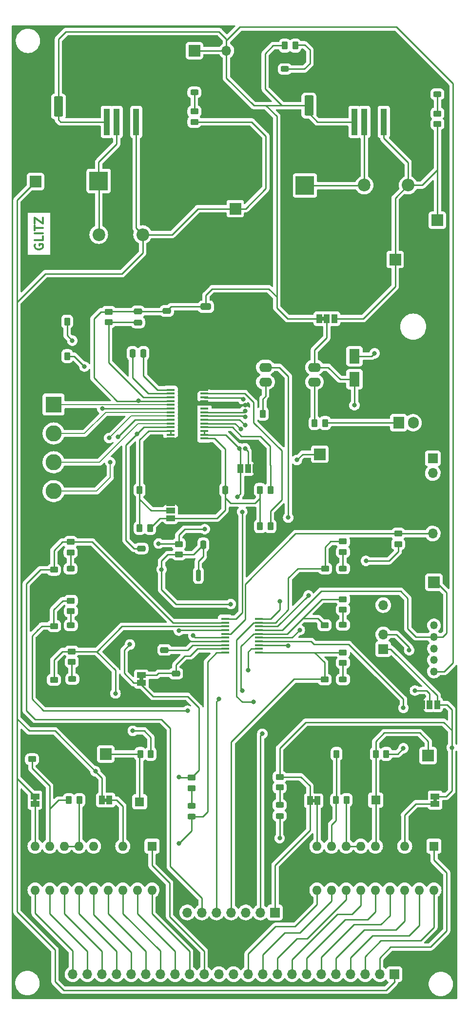
<source format=gbr>
%TF.GenerationSoftware,KiCad,Pcbnew,(6.0.7)*%
%TF.CreationDate,2022-09-18T15:45:32+05:30*%
%TF.ProjectId,Irrigation Project,49727269-6761-4746-996f-6e2050726f6a,V1.0*%
%TF.SameCoordinates,Original*%
%TF.FileFunction,Copper,L1,Top*%
%TF.FilePolarity,Positive*%
%FSLAX46Y46*%
G04 Gerber Fmt 4.6, Leading zero omitted, Abs format (unit mm)*
G04 Created by KiCad (PCBNEW (6.0.7)) date 2022-09-18 15:45:32*
%MOMM*%
%LPD*%
G01*
G04 APERTURE LIST*
G04 Aperture macros list*
%AMRoundRect*
0 Rectangle with rounded corners*
0 $1 Rounding radius*
0 $2 $3 $4 $5 $6 $7 $8 $9 X,Y pos of 4 corners*
0 Add a 4 corners polygon primitive as box body*
4,1,4,$2,$3,$4,$5,$6,$7,$8,$9,$2,$3,0*
0 Add four circle primitives for the rounded corners*
1,1,$1+$1,$2,$3*
1,1,$1+$1,$4,$5*
1,1,$1+$1,$6,$7*
1,1,$1+$1,$8,$9*
0 Add four rect primitives between the rounded corners*
20,1,$1+$1,$2,$3,$4,$5,0*
20,1,$1+$1,$4,$5,$6,$7,0*
20,1,$1+$1,$6,$7,$8,$9,0*
20,1,$1+$1,$8,$9,$2,$3,0*%
G04 Aperture macros list end*
%ADD10C,0.300000*%
%TA.AperFunction,NonConductor*%
%ADD11C,0.300000*%
%TD*%
%TA.AperFunction,SMDPad,CuDef*%
%ADD12RoundRect,0.250000X0.250000X0.475000X-0.250000X0.475000X-0.250000X-0.475000X0.250000X-0.475000X0*%
%TD*%
%TA.AperFunction,SMDPad,CuDef*%
%ADD13RoundRect,0.250000X-0.262500X-0.450000X0.262500X-0.450000X0.262500X0.450000X-0.262500X0.450000X0*%
%TD*%
%TA.AperFunction,SMDPad,CuDef*%
%ADD14RoundRect,0.250000X0.450000X-0.262500X0.450000X0.262500X-0.450000X0.262500X-0.450000X-0.262500X0*%
%TD*%
%TA.AperFunction,SMDPad,CuDef*%
%ADD15RoundRect,0.250000X-0.550000X1.500000X-0.550000X-1.500000X0.550000X-1.500000X0.550000X1.500000X0*%
%TD*%
%TA.AperFunction,ComponentPad*%
%ADD16R,1.600000X1.600000*%
%TD*%
%TA.AperFunction,ComponentPad*%
%ADD17C,1.600000*%
%TD*%
%TA.AperFunction,SMDPad,CuDef*%
%ADD18RoundRect,0.243750X0.456250X-0.243750X0.456250X0.243750X-0.456250X0.243750X-0.456250X-0.243750X0*%
%TD*%
%TA.AperFunction,SMDPad,CuDef*%
%ADD19RoundRect,0.250000X0.262500X0.450000X-0.262500X0.450000X-0.262500X-0.450000X0.262500X-0.450000X0*%
%TD*%
%TA.AperFunction,SMDPad,CuDef*%
%ADD20R,1.500000X1.000000*%
%TD*%
%TA.AperFunction,ComponentPad*%
%ADD21C,2.200000*%
%TD*%
%TA.AperFunction,ComponentPad*%
%ADD22O,2.200000X2.200000*%
%TD*%
%TA.AperFunction,SMDPad,CuDef*%
%ADD23R,2.000000X2.000000*%
%TD*%
%TA.AperFunction,ComponentPad*%
%ADD24R,1.700000X1.700000*%
%TD*%
%TA.AperFunction,ComponentPad*%
%ADD25O,1.700000X1.700000*%
%TD*%
%TA.AperFunction,SMDPad,CuDef*%
%ADD26R,1.000000X1.500000*%
%TD*%
%TA.AperFunction,SMDPad,CuDef*%
%ADD27RoundRect,0.250000X-0.450000X0.262500X-0.450000X-0.262500X0.450000X-0.262500X0.450000X0.262500X0*%
%TD*%
%TA.AperFunction,SMDPad,CuDef*%
%ADD28R,1.475000X0.450000*%
%TD*%
%TA.AperFunction,ComponentPad*%
%ADD29R,1.905000X2.000000*%
%TD*%
%TA.AperFunction,ComponentPad*%
%ADD30O,1.905000X2.000000*%
%TD*%
%TA.AperFunction,ComponentPad*%
%ADD31R,2.000000X2.000000*%
%TD*%
%TA.AperFunction,ComponentPad*%
%ADD32C,2.000000*%
%TD*%
%TA.AperFunction,ComponentPad*%
%ADD33R,1.350000X1.350000*%
%TD*%
%TA.AperFunction,ComponentPad*%
%ADD34O,1.350000X1.350000*%
%TD*%
%TA.AperFunction,SMDPad,CuDef*%
%ADD35R,3.100000X5.180000*%
%TD*%
%TA.AperFunction,ComponentPad*%
%ADD36O,1.600000X1.600000*%
%TD*%
%TA.AperFunction,SMDPad,CuDef*%
%ADD37RoundRect,0.250000X-0.650000X0.325000X-0.650000X-0.325000X0.650000X-0.325000X0.650000X0.325000X0*%
%TD*%
%TA.AperFunction,SMDPad,CuDef*%
%ADD38RoundRect,0.250000X0.475000X-0.250000X0.475000X0.250000X-0.475000X0.250000X-0.475000X-0.250000X0*%
%TD*%
%TA.AperFunction,SMDPad,CuDef*%
%ADD39RoundRect,0.250000X-0.250000X-0.475000X0.250000X-0.475000X0.250000X0.475000X-0.250000X0.475000X0*%
%TD*%
%TA.AperFunction,SMDPad,CuDef*%
%ADD40R,1.100000X4.600000*%
%TD*%
%TA.AperFunction,SMDPad,CuDef*%
%ADD41R,10.800000X9.400000*%
%TD*%
%TA.AperFunction,ComponentPad*%
%ADD42R,2.800000X2.800000*%
%TD*%
%TA.AperFunction,ComponentPad*%
%ADD43C,2.800000*%
%TD*%
%TA.AperFunction,ComponentPad*%
%ADD44R,3.200000X3.200000*%
%TD*%
%TA.AperFunction,ComponentPad*%
%ADD45O,3.200000X3.200000*%
%TD*%
%TA.AperFunction,SMDPad,CuDef*%
%ADD46RoundRect,0.243750X-0.456250X0.243750X-0.456250X-0.243750X0.456250X-0.243750X0.456250X0.243750X0*%
%TD*%
%TA.AperFunction,SMDPad,CuDef*%
%ADD47RoundRect,0.200000X-0.200000X-0.800000X0.200000X-0.800000X0.200000X0.800000X-0.200000X0.800000X0*%
%TD*%
%TA.AperFunction,SMDPad,CuDef*%
%ADD48R,1.800000X2.500000*%
%TD*%
%TA.AperFunction,SMDPad,CuDef*%
%ADD49O,2.250000X1.600000*%
%TD*%
%TA.AperFunction,SMDPad,CuDef*%
%ADD50RoundRect,0.250000X-0.475000X0.250000X-0.475000X-0.250000X0.475000X-0.250000X0.475000X0.250000X0*%
%TD*%
%TA.AperFunction,ViaPad*%
%ADD51C,0.600000*%
%TD*%
%TA.AperFunction,ViaPad*%
%ADD52C,0.800000*%
%TD*%
%TA.AperFunction,Conductor*%
%ADD53C,0.250000*%
%TD*%
%TA.AperFunction,Conductor*%
%ADD54C,0.200000*%
%TD*%
G04 APERTURE END LIST*
D10*
D11*
X89500000Y-56407142D02*
X89428571Y-56550000D01*
X89428571Y-56764285D01*
X89500000Y-56978571D01*
X89642857Y-57121428D01*
X89785714Y-57192857D01*
X90071428Y-57264285D01*
X90285714Y-57264285D01*
X90571428Y-57192857D01*
X90714285Y-57121428D01*
X90857142Y-56978571D01*
X90928571Y-56764285D01*
X90928571Y-56621428D01*
X90857142Y-56407142D01*
X90785714Y-56335714D01*
X90285714Y-56335714D01*
X90285714Y-56621428D01*
X90928571Y-54978571D02*
X90928571Y-55692857D01*
X89428571Y-55692857D01*
X90928571Y-54478571D02*
X89428571Y-54478571D01*
X89428571Y-53978571D02*
X89428571Y-53121428D01*
X90928571Y-53550000D02*
X89428571Y-53550000D01*
X89428571Y-52764285D02*
X89428571Y-51764285D01*
X90928571Y-52764285D01*
X90928571Y-51764285D01*
%TO.C,JP3*%
G36*
X108300000Y-132050000D02*
G01*
X107700000Y-132050000D01*
X107700000Y-131550000D01*
X108300000Y-131550000D01*
X108300000Y-132050000D01*
G37*
%TO.C,JP7*%
G36*
X159300000Y-153050000D02*
G01*
X158700000Y-153050000D01*
X158700000Y-152550000D01*
X159300000Y-152550000D01*
X159300000Y-153050000D01*
G37*
%TO.C,JP5*%
G36*
X89800000Y-153050000D02*
G01*
X89200000Y-153050000D01*
X89200000Y-152550000D01*
X89800000Y-152550000D01*
X89800000Y-153050000D01*
G37*
%TO.C,JP8*%
G36*
X102050000Y-153100000D02*
G01*
X101550000Y-153100000D01*
X101550000Y-152500000D01*
X102050000Y-152500000D01*
X102050000Y-153100000D01*
G37*
%TO.C,JP6*%
G36*
X138150000Y-153200000D02*
G01*
X137650000Y-153200000D01*
X137650000Y-152600000D01*
X138150000Y-152600000D01*
X138150000Y-153200000D01*
G37*
%TO.C,JP4*%
G36*
X139800000Y-69600000D02*
G01*
X139300000Y-69600000D01*
X139300000Y-69000000D01*
X139800000Y-69000000D01*
X139800000Y-69600000D01*
G37*
%TD*%
D12*
%TO.P,C7,1*%
%TO.N,Net-(C7-Pad1)*%
X108350000Y-75300000D03*
%TO.P,C7,2*%
%TO.N,Net-(C7-Pad2)*%
X106450000Y-75300000D03*
%TD*%
D13*
%TO.P,R14,1*%
%TO.N,/3V3*%
X128587500Y-105300000D03*
%TO.P,R14,2*%
%TO.N,Net-(M1-Pad27)*%
X130412500Y-105300000D03*
%TD*%
D14*
%TO.P,R22,1*%
%TO.N,+5V*%
X117200000Y-35162500D03*
%TO.P,R22,2*%
%TO.N,Net-(D11-Pad2)*%
X117200000Y-33337500D03*
%TD*%
%TO.P,R21,1*%
%TO.N,+12V*%
X159400000Y-35537500D03*
%TO.P,R21,2*%
%TO.N,Net-(D10-Pad2)*%
X159400000Y-33712500D03*
%TD*%
D15*
%TO.P,C5,1*%
%TO.N,+24V*%
X137100000Y-32325000D03*
%TO.P,C5,2*%
%TO.N,GND*%
X137100000Y-37725000D03*
%TD*%
D16*
%TO.P,C15,1*%
%TO.N,Net-(C15-Pad1)*%
X107694888Y-153100000D03*
D17*
%TO.P,C15,2*%
%TO.N,GND*%
X110194888Y-153100000D03*
%TD*%
D18*
%TO.P,D8,1,K*%
%TO.N,GND*%
X143000000Y-114500000D03*
%TO.P,D8,2,A*%
%TO.N,Net-(D8-Pad2)*%
X143000000Y-112625000D03*
%TD*%
D19*
%TO.P,R8,1*%
%TO.N,Net-(M1-Pad6)*%
X95100000Y-69800000D03*
%TO.P,R8,2*%
%TO.N,GND*%
X93275000Y-69800000D03*
%TD*%
D20*
%TO.P,JP3,1,A*%
%TO.N,+5V*%
X108000000Y-132450000D03*
%TO.P,JP3,2,B*%
%TO.N,Net-(C11-Pad1)*%
X108000000Y-131150000D03*
%TD*%
D21*
%TO.P,L1,1*%
%TO.N,Net-(D4-Pad1)*%
X146690000Y-46125000D03*
D22*
%TO.P,L1,2*%
%TO.N,+12V*%
X154310000Y-46125000D03*
%TD*%
D18*
%TO.P,D3,1,K*%
%TO.N,GND*%
X95750000Y-124362500D03*
%TO.P,D3,2,A*%
%TO.N,Net-(D3-Pad2)*%
X95750000Y-122487500D03*
%TD*%
D23*
%TO.P,TP5,1,1*%
%TO.N,Net-(C14-Pad1)*%
X157800000Y-145100000D03*
%TD*%
D19*
%TO.P,R26,1*%
%TO.N,Net-(Q1-Pad1)*%
X139912500Y-87400000D03*
%TO.P,R26,2*%
%TO.N,Net-(R26-Pad2)*%
X138087500Y-87400000D03*
%TD*%
D24*
%TO.P,J8,1,Pin_1*%
%TO.N,+5V*%
X151925000Y-183000000D03*
D25*
%TO.P,J8,2,Pin_2*%
%TO.N,Net-(J8-Pad2)*%
X149385000Y-183000000D03*
%TO.P,J8,3,Pin_3*%
%TO.N,Net-(J8-Pad3)*%
X146845000Y-183000000D03*
%TO.P,J8,4,Pin_4*%
%TO.N,Net-(J8-Pad4)*%
X144305000Y-183000000D03*
%TO.P,J8,5,Pin_5*%
%TO.N,Net-(J8-Pad5)*%
X141765000Y-183000000D03*
%TO.P,J8,6,Pin_6*%
%TO.N,Net-(J8-Pad6)*%
X139225000Y-183000000D03*
%TO.P,J8,7,Pin_7*%
%TO.N,Net-(J8-Pad7)*%
X136685000Y-183000000D03*
%TO.P,J8,8,Pin_8*%
%TO.N,Net-(J8-Pad8)*%
X134145000Y-183000000D03*
%TO.P,J8,9,Pin_9*%
%TO.N,Net-(J8-Pad9)*%
X131605000Y-183000000D03*
%TO.P,J8,10,Pin_10*%
%TO.N,Net-(J8-Pad10)*%
X129065000Y-183000000D03*
%TO.P,J8,11,Pin_11*%
%TO.N,Net-(J8-Pad11)*%
X126525000Y-183000000D03*
%TO.P,J8,12,Pin_12*%
%TO.N,/SWIM_VLED*%
X123985000Y-183000000D03*
%TO.P,J8,13,Pin_13*%
%TO.N,/PLED*%
X121445000Y-183000000D03*
%TO.P,J8,14,Pin_14*%
%TO.N,Net-(J8-Pad14)*%
X118905000Y-183000000D03*
%TO.P,J8,15,Pin_15*%
%TO.N,Net-(J8-Pad15)*%
X116365000Y-183000000D03*
%TO.P,J8,16,Pin_16*%
%TO.N,Net-(J8-Pad16)*%
X113825000Y-183000000D03*
%TO.P,J8,17,Pin_17*%
%TO.N,Net-(J8-Pad17)*%
X111285000Y-183000000D03*
%TO.P,J8,18,Pin_18*%
%TO.N,Net-(J8-Pad18)*%
X108745000Y-183000000D03*
%TO.P,J8,19,Pin_19*%
%TO.N,Net-(J8-Pad19)*%
X106205000Y-183000000D03*
%TO.P,J8,20,Pin_20*%
%TO.N,Net-(J8-Pad20)*%
X103665000Y-183000000D03*
%TO.P,J8,21,Pin_21*%
%TO.N,Net-(J8-Pad21)*%
X101125000Y-183000000D03*
%TO.P,J8,22,Pin_22*%
%TO.N,Net-(J8-Pad22)*%
X98585000Y-183000000D03*
%TO.P,J8,23,Pin_23*%
%TO.N,Net-(J8-Pad23)*%
X96045000Y-183000000D03*
%TD*%
D24*
%TO.P,J1,1,Pin_1*%
%TO.N,GND*%
X125300000Y-22800000D03*
D25*
%TO.P,J1,2,Pin_2*%
%TO.N,+24V*%
X122760000Y-22800000D03*
%TD*%
D19*
%TO.P,R7,1*%
%TO.N,/3V3*%
X109512500Y-105600000D03*
%TO.P,R7,2*%
%TO.N,Net-(JP1-Pad2)*%
X107687500Y-105600000D03*
%TD*%
D14*
%TO.P,R6,1*%
%TO.N,Net-(D2-Pad2)*%
X95900000Y-128837500D03*
%TO.P,R6,2*%
%TO.N,/PSDEC*%
X95900000Y-127012500D03*
%TD*%
D16*
%TO.P,C14,1*%
%TO.N,Net-(C14-Pad1)*%
X148700000Y-152800000D03*
D17*
%TO.P,C14,2*%
%TO.N,GND*%
X151200000Y-152800000D03*
%TD*%
D23*
%TO.P,TP3,1,1*%
%TO.N,+12V*%
X159400000Y-52225000D03*
%TD*%
D18*
%TO.P,D2,1,K*%
%TO.N,GND*%
X96000000Y-133675000D03*
%TO.P,D2,2,A*%
%TO.N,Net-(D2-Pad2)*%
X96000000Y-131800000D03*
%TD*%
D19*
%TO.P,R29,1*%
%TO.N,GND*%
X143712500Y-144800000D03*
%TO.P,R29,2*%
%TO.N,Net-(R29-Pad2)*%
X141887500Y-144800000D03*
%TD*%
D26*
%TO.P,JP2,1,A*%
%TO.N,+5V*%
X125200000Y-95300000D03*
%TO.P,JP2,2,C*%
%TO.N,Net-(JP2-Pad2)*%
X126500000Y-95300000D03*
%TO.P,JP2,3,B*%
%TO.N,GND*%
X127800000Y-95300000D03*
%TD*%
D27*
%TO.P,R27,1*%
%TO.N,+5V*%
X114500000Y-108387500D03*
%TO.P,R27,2*%
%TO.N,/NRST*%
X114500000Y-110212500D03*
%TD*%
D28*
%TO.P,IC1,1,PD4/_BEEP/_TIM2__CH1/_UART1__CK*%
%TO.N,/PEN*%
X122562000Y-121375000D03*
%TO.P,IC1,2,PD5/_AIN5/_UART1__TX*%
%TO.N,/PSINC*%
X122562000Y-122025000D03*
%TO.P,IC1,3,PD6/_AIN6/_UART1__RX*%
%TO.N,/PSDEC*%
X122562000Y-122675000D03*
%TO.P,IC1,4,NRST*%
%TO.N,/NRST*%
X122562000Y-123325000D03*
%TO.P,IC1,5,PA1/_OSCIN*%
%TO.N,/ISC*%
X122562000Y-123975000D03*
%TO.P,IC1,6,PA2/_OSCOUT*%
%TO.N,/PSPEED*%
X122562000Y-124625000D03*
%TO.P,IC1,7,VSS*%
%TO.N,GND*%
X122562000Y-125275000D03*
%TO.P,IC1,8,VCAP*%
%TO.N,/VCAP*%
X122562000Y-125925000D03*
%TO.P,IC1,9,VDD*%
%TO.N,Net-(C11-Pad1)*%
X122562000Y-126575000D03*
%TO.P,IC1,10,PA3/_TIM2__CH3_[SPI__NSS]*%
%TO.N,/PLED*%
X122562000Y-127225000D03*
%TO.P,IC1,11,PB5/_I2C__SDA_[TIM1__BKIN]*%
%TO.N,/VSW*%
X128438000Y-127225000D03*
%TO.P,IC1,12,PB4/_I2C__SCL*%
%TO.N,/PSW*%
X128438000Y-126575000D03*
%TO.P,IC1,13,PC3/_TIM1_CH3_[TLI]_[TIM1__CH1N]*%
%TO.N,/SV*%
X128438000Y-125925000D03*
%TO.P,IC1,14,PC4/_CLK_CCO/_TIM1__CH4/AIN2/[_TIM1__CH2N]*%
%TO.N,/VLBAR*%
X128438000Y-125275000D03*
%TO.P,IC1,15,PC5/_SPI_SCK_[TIM2__CH1]*%
%TO.N,/VEN*%
X128438000Y-124625000D03*
%TO.P,IC1,16,PC6/_SPI_MOSI_[TIM1__CH1]*%
%TO.N,/VSDEC*%
X128438000Y-123975000D03*
%TO.P,IC1,17,PC7/_SPI_MISO_[TIM1__CH2]*%
%TO.N,/VSPEED*%
X128438000Y-123325000D03*
%TO.P,IC1,18,PD1/_SWIM*%
%TO.N,/SWIM_VLED*%
X128438000Y-122675000D03*
%TO.P,IC1,19,PD2/AIN3/[T_IM2__CH3]*%
%TO.N,/VSINC*%
X128438000Y-122025000D03*
%TO.P,IC1,20,PD3/_AIN4/_TIM2__CH2/_ADC__ETR*%
%TO.N,/PLBAR*%
X128438000Y-121375000D03*
%TD*%
D18*
%TO.P,D1,1,K*%
%TO.N,GND*%
X95700000Y-114550000D03*
%TO.P,D1,2,A*%
%TO.N,Net-(D1-Pad2)*%
X95700000Y-112675000D03*
%TD*%
D29*
%TO.P,Q1,1,B*%
%TO.N,Net-(Q1-Pad1)*%
X152660000Y-87330000D03*
D30*
%TO.P,Q1,2,C*%
%TO.N,Net-(D14-Pad2)*%
X155200000Y-87330000D03*
%TO.P,Q1,3,E*%
%TO.N,GND*%
X157740000Y-87330000D03*
%TD*%
D20*
%TO.P,JP7,1,A*%
%TO.N,+5V*%
X159000000Y-152150000D03*
%TO.P,JP7,2,B*%
%TO.N,Net-(JP7-Pad2)*%
X159000000Y-153450000D03*
%TD*%
D13*
%TO.P,R20,1*%
%TO.N,+24V*%
X132887500Y-21925000D03*
%TO.P,R20,2*%
%TO.N,Net-(D9-Pad2)*%
X134712500Y-21925000D03*
%TD*%
D24*
%TO.P,J5,1,Pin_1*%
%TO.N,+5V*%
X131200000Y-172300000D03*
D25*
%TO.P,J5,2,Pin_2*%
%TO.N,/VSINC*%
X128660000Y-172300000D03*
%TO.P,J5,3,Pin_3*%
%TO.N,/VSDEC*%
X126120000Y-172300000D03*
%TO.P,J5,4,Pin_4*%
%TO.N,/VSW*%
X123580000Y-172300000D03*
%TO.P,J5,5,Pin_5*%
%TO.N,/PSW*%
X121040000Y-172300000D03*
%TO.P,J5,6,Pin_6*%
%TO.N,/PSINC*%
X118500000Y-172300000D03*
%TO.P,J5,7,Pin_7*%
%TO.N,/PSDEC*%
X115960000Y-172300000D03*
%TD*%
D31*
%TO.P,C10,1*%
%TO.N,+5V*%
X124300000Y-50217677D03*
D32*
%TO.P,C10,2*%
%TO.N,GND*%
X124300000Y-45217677D03*
%TD*%
D33*
%TO.P,J7,1,Pin_1*%
%TO.N,GND*%
X158800000Y-120500000D03*
D34*
%TO.P,J7,2,Pin_2*%
%TO.N,/VEN*%
X158800000Y-122500000D03*
%TO.P,J7,3,Pin_3*%
%TO.N,/VSPEED*%
X158800000Y-124500000D03*
%TO.P,J7,4,Pin_4*%
%TO.N,unconnected-(J7-Pad4)*%
X158800000Y-126500000D03*
%TO.P,J7,5,Pin_5*%
%TO.N,Net-(J7-Pad5)*%
X158800000Y-128500000D03*
%TO.P,J7,6,Pin_6*%
%TO.N,+24V*%
X158800000Y-130500000D03*
%TD*%
D27*
%TO.P,R24,1*%
%TO.N,+5V*%
X132000000Y-148787500D03*
%TO.P,R24,2*%
%TO.N,Net-(D12-Pad2)*%
X132000000Y-150612500D03*
%TD*%
D28*
%TO.P,M1,1,CP1*%
%TO.N,Net-(C7-Pad1)*%
X113062000Y-81625000D03*
%TO.P,M1,2,CP2*%
%TO.N,Net-(C7-Pad2)*%
X113062000Y-82275000D03*
%TO.P,M1,3,VCP*%
%TO.N,Net-(C4-Pad1)*%
X113062000Y-82925000D03*
%TO.P,M1,4,VMA*%
%TO.N,+24V*%
X113062000Y-83575000D03*
%TO.P,M1,5,AOUT1*%
%TO.N,/A+*%
X113062000Y-84225000D03*
%TO.P,M1,6,ISENA*%
%TO.N,Net-(M1-Pad6)*%
X113062000Y-84875000D03*
%TO.P,M1,7,AOUT2*%
%TO.N,/A-*%
X113062000Y-85525000D03*
%TO.P,M1,8,BOUT2*%
%TO.N,/B-*%
X113062000Y-86175000D03*
%TO.P,M1,9,ISENB*%
%TO.N,Net-(M1-Pad9)*%
X113062000Y-86825000D03*
%TO.P,M1,10,BOUT1*%
%TO.N,/B+*%
X113062000Y-87475000D03*
%TO.P,M1,11,VMB*%
%TO.N,+24V*%
X113062000Y-88125000D03*
%TO.P,M1,12,AVREF*%
%TO.N,Net-(JP1-Pad2)*%
X113062000Y-88775000D03*
%TO.P,M1,13,BVREF*%
X113062000Y-89425000D03*
%TO.P,M1,14,GND_1*%
%TO.N,GND*%
X113062000Y-90075000D03*
%TO.P,M1,15,V3P3OUT*%
%TO.N,/3V3*%
X118938000Y-90075000D03*
%TO.P,M1,16,NRESET*%
%TO.N,+5V*%
X118938000Y-89425000D03*
%TO.P,M1,17,NSLEEP*%
X118938000Y-88775000D03*
%TO.P,M1,18,NFAULT*%
%TO.N,Net-(M1-Pad18)*%
X118938000Y-88125000D03*
%TO.P,M1,19,DECAY*%
%TO.N,+5V*%
X118938000Y-87475000D03*
%TO.P,M1,20,DIR*%
%TO.N,Net-(JP2-Pad2)*%
X118938000Y-86825000D03*
%TO.P,M1,21,NENBL*%
%TO.N,/PEN*%
X118938000Y-86175000D03*
%TO.P,M1,22,STEP*%
%TO.N,/PSPEED*%
X118938000Y-85525000D03*
%TO.P,M1,23,NC*%
%TO.N,unconnected-(M1-Pad23)*%
X118938000Y-84875000D03*
%TO.P,M1,24,MODE0*%
%TO.N,GND*%
X118938000Y-84225000D03*
%TO.P,M1,25,MODE1*%
X118938000Y-83575000D03*
%TO.P,M1,26,MODE2*%
%TO.N,+5V*%
X118938000Y-82925000D03*
%TO.P,M1,27,NHOME*%
%TO.N,Net-(M1-Pad27)*%
X118938000Y-82275000D03*
%TO.P,M1,28,GND_2*%
%TO.N,GND*%
X118938000Y-81625000D03*
D35*
%TO.P,M1,29,GND_3*%
X116000000Y-85850000D03*
%TD*%
D20*
%TO.P,JP5,1,A*%
%TO.N,+5V*%
X89500000Y-152150000D03*
%TO.P,JP5,2,B*%
%TO.N,Net-(JP5-Pad2)*%
X89500000Y-153450000D03*
%TD*%
D16*
%TO.P,U4,1,LED1*%
%TO.N,Net-(J8-Pad2)*%
X158800000Y-160800000D03*
D36*
%TO.P,U4,2,V-*%
%TO.N,GND*%
X156260000Y-160800000D03*
%TO.P,U4,3,V+*%
%TO.N,Net-(JP7-Pad2)*%
X153720000Y-160800000D03*
%TO.P,U4,4,RLO*%
%TO.N,GND*%
X151180000Y-160800000D03*
%TO.P,U4,5,SIG*%
%TO.N,Net-(C14-Pad1)*%
X148640000Y-160800000D03*
%TO.P,U4,6,RHI*%
%TO.N,Net-(R33-Pad2)*%
X146100000Y-160800000D03*
%TO.P,U4,7,REFOUT*%
X143560000Y-160800000D03*
%TO.P,U4,8,REFADJ*%
%TO.N,Net-(R29-Pad2)*%
X141020000Y-160800000D03*
%TO.P,U4,9,MODE*%
%TO.N,Net-(JP6-Pad2)*%
X138480000Y-160800000D03*
%TO.P,U4,10,LED10*%
%TO.N,Net-(J8-Pad11)*%
X138480000Y-168420000D03*
%TO.P,U4,11,LED9*%
%TO.N,Net-(J8-Pad10)*%
X141020000Y-168420000D03*
%TO.P,U4,12,LED8*%
%TO.N,Net-(J8-Pad9)*%
X143560000Y-168420000D03*
%TO.P,U4,13,LED7*%
%TO.N,Net-(J8-Pad8)*%
X146100000Y-168420000D03*
%TO.P,U4,14,LED6*%
%TO.N,Net-(J8-Pad7)*%
X148640000Y-168420000D03*
%TO.P,U4,15,LED5*%
%TO.N,Net-(J8-Pad6)*%
X151180000Y-168420000D03*
%TO.P,U4,16,LED4*%
%TO.N,Net-(J8-Pad5)*%
X153720000Y-168420000D03*
%TO.P,U4,17,LED3*%
%TO.N,Net-(J8-Pad4)*%
X156260000Y-168420000D03*
%TO.P,U4,18,LED2*%
%TO.N,Net-(J8-Pad3)*%
X158800000Y-168420000D03*
%TD*%
D23*
%TO.P,TP6,1,1*%
%TO.N,Net-(C15-Pad1)*%
X101800000Y-144800000D03*
%TD*%
D20*
%TO.P,JP1,1,A*%
%TO.N,/3V3*%
X113100000Y-103900000D03*
%TO.P,JP1,2,C*%
%TO.N,Net-(JP1-Pad2)*%
X113100000Y-102600000D03*
%TO.P,JP1,3,B*%
%TO.N,GND*%
X113100000Y-101300000D03*
%TD*%
D23*
%TO.P,TP2,1,1*%
%TO.N,/PSPEED*%
X139000000Y-92800000D03*
%TD*%
D14*
%TO.P,R16,1*%
%TO.N,GND*%
X139800000Y-124275000D03*
%TO.P,R16,2*%
%TO.N,/VSDEC*%
X139800000Y-122450000D03*
%TD*%
D23*
%TO.P,TP4,1,1*%
%TO.N,+5V*%
X89600000Y-45500000D03*
%TD*%
%TO.P,TP7,1,1*%
%TO.N,/VSPEED*%
X158800000Y-115000000D03*
%TD*%
D37*
%TO.P,C1,1*%
%TO.N,+24V*%
X119200000Y-67225000D03*
%TO.P,C1,2*%
%TO.N,GND*%
X119200000Y-70175000D03*
%TD*%
D38*
%TO.P,C12,1*%
%TO.N,/VCAP*%
X112000000Y-126750000D03*
%TO.P,C12,2*%
%TO.N,GND*%
X112000000Y-124850000D03*
%TD*%
D27*
%TO.P,R30,1*%
%TO.N,GND*%
X89000000Y-143887500D03*
%TO.P,R30,2*%
%TO.N,Net-(R30-Pad2)*%
X89000000Y-145712500D03*
%TD*%
D18*
%TO.P,D9,1,K*%
%TO.N,GND*%
X132900000Y-27862500D03*
%TO.P,D9,2,A*%
%TO.N,Net-(D9-Pad2)*%
X132900000Y-25987500D03*
%TD*%
%TO.P,D7,1,K*%
%TO.N,GND*%
X143000000Y-124300000D03*
%TO.P,D7,2,A*%
%TO.N,Net-(D7-Pad2)*%
X143000000Y-122425000D03*
%TD*%
D24*
%TO.P,J3,1,Pin_1*%
%TO.N,GND*%
X158600000Y-104025000D03*
D25*
%TO.P,J3,2,Pin_2*%
%TO.N,/ISC*%
X158600000Y-106565000D03*
%TD*%
D24*
%TO.P,J2,1,Pin_1*%
%TO.N,+5V*%
X150000000Y-126600000D03*
D25*
%TO.P,J2,2,Pin_2*%
%TO.N,/SWIM_VLED*%
X150000000Y-124060000D03*
%TO.P,J2,3,Pin_3*%
%TO.N,GND*%
X150000000Y-121520000D03*
%TO.P,J2,4,Pin_4*%
%TO.N,/NRST*%
X150000000Y-118980000D03*
%TD*%
D19*
%TO.P,R4,1*%
%TO.N,GND*%
X109512500Y-99000000D03*
%TO.P,R4,2*%
%TO.N,Net-(JP1-Pad2)*%
X107687500Y-99000000D03*
%TD*%
D39*
%TO.P,C13,1*%
%TO.N,/NRST*%
X118750000Y-108500000D03*
%TO.P,C13,2*%
%TO.N,GND*%
X120650000Y-108500000D03*
%TD*%
D38*
%TO.P,C3,1*%
%TO.N,GND*%
X112400000Y-69850000D03*
%TO.P,C3,2*%
%TO.N,+24V*%
X112400000Y-67950000D03*
%TD*%
D14*
%TO.P,R19,1*%
%TO.N,Net-(D8-Pad2)*%
X143000000Y-109775000D03*
%TO.P,R19,2*%
%TO.N,/VSINC*%
X143000000Y-107950000D03*
%TD*%
D40*
%TO.P,U1,1,VIN*%
%TO.N,+24V*%
X145000000Y-35175000D03*
%TO.P,U1,2,OUT*%
%TO.N,Net-(D4-Pad1)*%
X146700000Y-35175000D03*
D41*
%TO.P,U1,3,GND*%
%TO.N,GND*%
X148400000Y-26025000D03*
D40*
X148400000Y-35175000D03*
%TO.P,U1,4,FB*%
%TO.N,+12V*%
X150100000Y-35175000D03*
%TO.P,U1,5,~{ON}/OFF*%
%TO.N,GND*%
X151800000Y-35175000D03*
%TD*%
D18*
%TO.P,D6,1,K*%
%TO.N,GND*%
X143000000Y-133737500D03*
%TO.P,D6,2,A*%
%TO.N,Net-(D6-Pad2)*%
X143000000Y-131862500D03*
%TD*%
D15*
%TO.P,C6,1*%
%TO.N,+24V*%
X93600000Y-32494888D03*
%TO.P,C6,2*%
%TO.N,GND*%
X93600000Y-37894888D03*
%TD*%
D38*
%TO.P,C4,1*%
%TO.N,Net-(C4-Pad1)*%
X107400000Y-69950000D03*
%TO.P,C4,2*%
%TO.N,+24V*%
X107400000Y-68050000D03*
%TD*%
D19*
%TO.P,R9,1*%
%TO.N,Net-(M1-Pad9)*%
X95112500Y-75800000D03*
%TO.P,R9,2*%
%TO.N,GND*%
X93287500Y-75800000D03*
%TD*%
D42*
%TO.P,J6,1,Pin_1*%
%TO.N,/A+*%
X92750000Y-84200000D03*
D43*
%TO.P,J6,2,Pin_2*%
%TO.N,/A-*%
X92750000Y-89200000D03*
%TO.P,J6,3,Pin_3*%
%TO.N,/B+*%
X92750000Y-94200000D03*
%TO.P,J6,4,Pin_4*%
%TO.N,/B-*%
X92750000Y-99200000D03*
%TD*%
D40*
%TO.P,U2,1,VIN*%
%TO.N,+24V*%
X102000000Y-35175000D03*
%TO.P,U2,2,OUT*%
%TO.N,Net-(D5-Pad1)*%
X103700000Y-35175000D03*
%TO.P,U2,3,GND*%
%TO.N,GND*%
X105400000Y-35175000D03*
D41*
X105400000Y-26025000D03*
D40*
%TO.P,U2,4,FB*%
%TO.N,+5V*%
X107100000Y-35175000D03*
%TO.P,U2,5,~{ON}/OFF*%
%TO.N,GND*%
X108800000Y-35175000D03*
%TD*%
D13*
%TO.P,R33,1*%
%TO.N,Net-(R29-Pad2)*%
X141792612Y-152800000D03*
%TO.P,R33,2*%
%TO.N,Net-(R33-Pad2)*%
X143617612Y-152800000D03*
%TD*%
D44*
%TO.P,D4,1,K*%
%TO.N,Net-(D4-Pad1)*%
X136400000Y-46205000D03*
D45*
%TO.P,D4,2,A*%
%TO.N,GND*%
X136400000Y-61445000D03*
%TD*%
D46*
%TO.P,D11,1,K*%
%TO.N,GND*%
X117200000Y-28162500D03*
%TO.P,D11,2,A*%
%TO.N,Net-(D11-Pad2)*%
X117200000Y-30037500D03*
%TD*%
D14*
%TO.P,R2,1*%
%TO.N,Net-(D1-Pad2)*%
X95700000Y-109837500D03*
%TO.P,R2,2*%
%TO.N,/PSINC*%
X95700000Y-108012500D03*
%TD*%
D21*
%TO.P,L2,1*%
%TO.N,Net-(D5-Pad1)*%
X100590000Y-54700000D03*
D22*
%TO.P,L2,2*%
%TO.N,+5V*%
X108210000Y-54700000D03*
%TD*%
D47*
%TO.P,SW7,1,A*%
%TO.N,/NRST*%
X117900000Y-113800000D03*
%TO.P,SW7,2,B*%
%TO.N,GND*%
X122100000Y-113800000D03*
%TD*%
D26*
%TO.P,JP8,1,A*%
%TO.N,+5V*%
X101150000Y-152800000D03*
%TO.P,JP8,2,B*%
%TO.N,Net-(JP8-Pad2)*%
X102450000Y-152800000D03*
%TD*%
D46*
%TO.P,D10,1,K*%
%TO.N,GND*%
X159400000Y-28487500D03*
%TO.P,D10,2,A*%
%TO.N,Net-(D10-Pad2)*%
X159400000Y-30362500D03*
%TD*%
D26*
%TO.P,JP6,1,A*%
%TO.N,+5V*%
X137250000Y-152900000D03*
%TO.P,JP6,2,B*%
%TO.N,Net-(JP6-Pad2)*%
X138550000Y-152900000D03*
%TD*%
D13*
%TO.P,R32,1*%
%TO.N,Net-(C15-Pad1)*%
X107787500Y-144800000D03*
%TO.P,R32,2*%
%TO.N,/PLBAR*%
X109612500Y-144800000D03*
%TD*%
D19*
%TO.P,R23,1*%
%TO.N,GND*%
X130912500Y-85800000D03*
%TO.P,R23,2*%
%TO.N,Net-(R23-Pad2)*%
X129087500Y-85800000D03*
%TD*%
D13*
%TO.P,R34,1*%
%TO.N,Net-(R30-Pad2)*%
X95387500Y-152800000D03*
%TO.P,R34,2*%
%TO.N,Net-(R34-Pad2)*%
X97212500Y-152800000D03*
%TD*%
D31*
%TO.P,C9,1*%
%TO.N,+12V*%
X152067677Y-59025000D03*
D32*
%TO.P,C9,2*%
%TO.N,GND*%
X147067677Y-59025000D03*
%TD*%
D27*
%TO.P,R3,1*%
%TO.N,+24V*%
X102300000Y-68087500D03*
%TO.P,R3,2*%
%TO.N,Net-(C4-Pad1)*%
X102300000Y-69912500D03*
%TD*%
D14*
%TO.P,R1,1*%
%TO.N,GND*%
X92800000Y-114687500D03*
%TO.P,R1,2*%
%TO.N,/PSINC*%
X92800000Y-112862500D03*
%TD*%
%TO.P,R17,1*%
%TO.N,Net-(D7-Pad2)*%
X143000000Y-119775000D03*
%TO.P,R17,2*%
%TO.N,/VSDEC*%
X143000000Y-117950000D03*
%TD*%
D44*
%TO.P,D5,1,K*%
%TO.N,Net-(D5-Pad1)*%
X100580000Y-45400000D03*
D45*
%TO.P,D5,2,A*%
%TO.N,GND*%
X115820000Y-45400000D03*
%TD*%
D26*
%TO.P,JP4,1,A*%
%TO.N,+24V*%
X138900000Y-69300000D03*
%TO.P,JP4,2,C*%
%TO.N,/Solenoid_Supply*%
X140200000Y-69300000D03*
%TO.P,JP4,3,B*%
%TO.N,+12V*%
X141500000Y-69300000D03*
%TD*%
D27*
%TO.P,R25,1*%
%TO.N,+5V*%
X116700000Y-148887500D03*
%TO.P,R25,2*%
%TO.N,Net-(D13-Pad2)*%
X116700000Y-150712500D03*
%TD*%
D48*
%TO.P,D14,1,K*%
%TO.N,/Solenoid_Supply*%
X145000000Y-79800000D03*
%TO.P,D14,2,A*%
%TO.N,Net-(D14-Pad2)*%
X145000000Y-75800000D03*
%TD*%
D49*
%TO.P,U3,1*%
%TO.N,/SV*%
X129550000Y-77730000D03*
%TO.P,U3,2*%
%TO.N,Net-(R23-Pad2)*%
X129550000Y-80270000D03*
%TO.P,U3,3*%
%TO.N,Net-(R26-Pad2)*%
X138050000Y-80270000D03*
%TO.P,U3,4*%
%TO.N,/Solenoid_Supply*%
X138050000Y-77730000D03*
%TD*%
D14*
%TO.P,R11,1*%
%TO.N,Net-(D3-Pad2)*%
X95750000Y-120037500D03*
%TO.P,R11,2*%
%TO.N,/PSW*%
X95750000Y-118212500D03*
%TD*%
D26*
%TO.P,JP9,1,A*%
%TO.N,+5V*%
X159350000Y-136250000D03*
%TO.P,JP9,2,C*%
%TO.N,Net-(J7-Pad5)*%
X158050000Y-136250000D03*
%TO.P,JP9,3,B*%
%TO.N,GND*%
X156750000Y-136250000D03*
%TD*%
D39*
%TO.P,C8,1*%
%TO.N,GND*%
X120650000Y-99000000D03*
%TO.P,C8,2*%
%TO.N,/3V3*%
X122550000Y-99000000D03*
%TD*%
D18*
%TO.P,D13,1,K*%
%TO.N,/PLED*%
X116700000Y-155637500D03*
%TO.P,D13,2,A*%
%TO.N,Net-(D13-Pad2)*%
X116700000Y-153762500D03*
%TD*%
D50*
%TO.P,C11,1*%
%TO.N,Net-(C11-Pad1)*%
X114000000Y-130850000D03*
%TO.P,C11,2*%
%TO.N,GND*%
X114000000Y-132750000D03*
%TD*%
D14*
%TO.P,R18,1*%
%TO.N,GND*%
X139900000Y-114475000D03*
%TO.P,R18,2*%
%TO.N,/VSINC*%
X139900000Y-112650000D03*
%TD*%
%TO.P,R12,1*%
%TO.N,GND*%
X139800000Y-133712500D03*
%TO.P,R12,2*%
%TO.N,/VSW*%
X139800000Y-131887500D03*
%TD*%
D24*
%TO.P,J4,1,Pin_1*%
%TO.N,/Solenoid_Supply*%
X158600000Y-93525000D03*
D25*
%TO.P,J4,2,Pin_2*%
%TO.N,Net-(D14-Pad2)*%
X158600000Y-96065000D03*
%TD*%
D14*
%TO.P,R5,1*%
%TO.N,GND*%
X92800000Y-133750000D03*
%TO.P,R5,2*%
%TO.N,/PSDEC*%
X92800000Y-131925000D03*
%TD*%
D18*
%TO.P,D12,1,K*%
%TO.N,/SWIM_VLED*%
X132000000Y-155537500D03*
%TO.P,D12,2,A*%
%TO.N,Net-(D12-Pad2)*%
X132000000Y-153662500D03*
%TD*%
D38*
%TO.P,C2,1*%
%TO.N,GND*%
X108000000Y-111050000D03*
%TO.P,C2,2*%
%TO.N,+24V*%
X108000000Y-109150000D03*
%TD*%
D13*
%TO.P,R15,1*%
%TO.N,/3V3*%
X128587500Y-99000000D03*
%TO.P,R15,2*%
%TO.N,Net-(M1-Pad18)*%
X130412500Y-99000000D03*
%TD*%
D23*
%TO.P,TP1,1,1*%
%TO.N,+24V*%
X117200000Y-22800000D03*
%TD*%
D14*
%TO.P,R10,1*%
%TO.N,GND*%
X92850000Y-124437500D03*
%TO.P,R10,2*%
%TO.N,/PSW*%
X92850000Y-122612500D03*
%TD*%
D16*
%TO.P,U5,1,LED1*%
%TO.N,Net-(J8-Pad14)*%
X109850000Y-160800000D03*
D36*
%TO.P,U5,2,V-*%
%TO.N,GND*%
X107310000Y-160800000D03*
%TO.P,U5,3,V+*%
%TO.N,Net-(JP8-Pad2)*%
X104770000Y-160800000D03*
%TO.P,U5,4,RLO*%
%TO.N,GND*%
X102230000Y-160800000D03*
%TO.P,U5,5,SIG*%
%TO.N,Net-(C15-Pad1)*%
X99690000Y-160800000D03*
%TO.P,U5,6,RHI*%
%TO.N,Net-(R34-Pad2)*%
X97150000Y-160800000D03*
%TO.P,U5,7,REFOUT*%
X94610000Y-160800000D03*
%TO.P,U5,8,REFADJ*%
%TO.N,Net-(R30-Pad2)*%
X92070000Y-160800000D03*
%TO.P,U5,9,MODE*%
%TO.N,Net-(JP5-Pad2)*%
X89530000Y-160800000D03*
%TO.P,U5,10,LED10*%
%TO.N,Net-(J8-Pad23)*%
X89530000Y-168420000D03*
%TO.P,U5,11,LED9*%
%TO.N,Net-(J8-Pad22)*%
X92070000Y-168420000D03*
%TO.P,U5,12,LED8*%
%TO.N,Net-(J8-Pad21)*%
X94610000Y-168420000D03*
%TO.P,U5,13,LED7*%
%TO.N,Net-(J8-Pad20)*%
X97150000Y-168420000D03*
%TO.P,U5,14,LED6*%
%TO.N,Net-(J8-Pad19)*%
X99690000Y-168420000D03*
%TO.P,U5,15,LED5*%
%TO.N,Net-(J8-Pad18)*%
X102230000Y-168420000D03*
%TO.P,U5,16,LED4*%
%TO.N,Net-(J8-Pad17)*%
X104770000Y-168420000D03*
%TO.P,U5,17,LED3*%
%TO.N,Net-(J8-Pad16)*%
X107310000Y-168420000D03*
%TO.P,U5,18,LED2*%
%TO.N,Net-(J8-Pad15)*%
X109850000Y-168420000D03*
%TD*%
D14*
%TO.P,R13,1*%
%TO.N,Net-(D6-Pad2)*%
X143000000Y-129000000D03*
%TO.P,R13,2*%
%TO.N,/VSW*%
X143000000Y-127175000D03*
%TD*%
D27*
%TO.P,R28,1*%
%TO.N,/ISC*%
X152600000Y-106587500D03*
%TO.P,R28,2*%
%TO.N,+5V*%
X152600000Y-108412500D03*
%TD*%
D13*
%TO.P,R31,1*%
%TO.N,Net-(C14-Pad1)*%
X148692612Y-144800000D03*
%TO.P,R31,2*%
%TO.N,/VLBAR*%
X150517612Y-144800000D03*
%TD*%
D51*
%TO.N,GND*%
X114800000Y-88050000D03*
X115500000Y-88050000D03*
X116900000Y-88050000D03*
X116200000Y-88050000D03*
X117250000Y-87450000D03*
X115150000Y-87450000D03*
X115850000Y-87450000D03*
X116550000Y-87450000D03*
X116950000Y-86900000D03*
X116250000Y-86850000D03*
X115500000Y-86850000D03*
X114800000Y-86850000D03*
X115150000Y-86300000D03*
X117300000Y-86300000D03*
X116600000Y-86300000D03*
X115850000Y-86300000D03*
X114750000Y-85750000D03*
X116950000Y-85750000D03*
X116200000Y-85750000D03*
X115500000Y-85750000D03*
X115150000Y-85200000D03*
X115900000Y-85200000D03*
X117300000Y-85200000D03*
X116600000Y-85200000D03*
X116950000Y-84650000D03*
X116250000Y-84650000D03*
X115550000Y-84650000D03*
D52*
X130250000Y-83300000D03*
X105250000Y-111300000D03*
X107000000Y-128800000D03*
D51*
X116250000Y-83550000D03*
X117250000Y-84100000D03*
D52*
X116500000Y-128800000D03*
D51*
X115900000Y-84100000D03*
X114800000Y-84600000D03*
D52*
X126850000Y-98400000D03*
D51*
X114800000Y-83550000D03*
D52*
X100500000Y-124300000D03*
D51*
X116950000Y-83550000D03*
X115550000Y-83550000D03*
X115200000Y-84100000D03*
D52*
X118250000Y-101300000D03*
D51*
X116600000Y-84100000D03*
D52*
X101250000Y-114550000D03*
X126000000Y-84300000D03*
%TO.N,+24V*%
X107250000Y-89300000D03*
X107475000Y-83500500D03*
%TO.N,+5V*%
X147000000Y-111300000D03*
X111000000Y-108300000D03*
X125000497Y-91800000D03*
X119000000Y-105800000D03*
X161900000Y-143700000D03*
X100000000Y-147800000D03*
X125265562Y-88477943D03*
X125650000Y-83300000D03*
X124650000Y-100200000D03*
X106000000Y-125800000D03*
X114500000Y-148800000D03*
%TO.N,/NRST*%
X123500000Y-118800000D03*
X114500000Y-123399500D03*
X111500000Y-112800000D03*
%TO.N,/SWIM_VLED*%
X132000000Y-159400000D03*
X137000000Y-117300000D03*
X154500000Y-126800000D03*
%TO.N,/PLED*%
X114500000Y-160300000D03*
%TO.N,/Solenoid_Supply*%
X145000000Y-84300000D03*
%TO.N,Net-(D14-Pad2)*%
X148500000Y-75300000D03*
%TO.N,/PEN*%
X126000000Y-86300000D03*
X125500000Y-102800000D03*
%TO.N,/PSDEC*%
X103500000Y-134300000D03*
%TO.N,/SV*%
X133500000Y-125999500D03*
X133500000Y-103800000D03*
%TO.N,/PSW*%
X126500000Y-130300000D03*
X116000000Y-137300000D03*
X121500000Y-135300000D03*
%TO.N,/VLBAR*%
X153500000Y-143800000D03*
X153500000Y-136800000D03*
%TO.N,/VEN*%
X135500000Y-123300000D03*
%TO.N,/VSDEC*%
X125500000Y-133800000D03*
%TO.N,/VSINC*%
X127500000Y-135800000D03*
X129000000Y-141300000D03*
%TO.N,/PSPEED*%
X126000000Y-85300000D03*
X135000000Y-93800000D03*
X117012299Y-124287701D03*
%TO.N,/PLBAR*%
X106500000Y-140800000D03*
X132000000Y-118300000D03*
%TO.N,/B-*%
X102400000Y-90000000D03*
X102600000Y-94200000D03*
%TO.N,Net-(J7-Pad5)*%
X155500000Y-133800000D03*
%TO.N,Net-(JP2-Pad2)*%
X126000000Y-87800000D03*
X126000000Y-91800000D03*
%TO.N,Net-(M1-Pad6)*%
X96000000Y-73100000D03*
X101200000Y-84899500D03*
%TO.N,Net-(M1-Pad9)*%
X98100000Y-77600000D03*
X103900000Y-89800000D03*
%TD*%
D53*
%TO.N,GND*%
X157740000Y-81560000D02*
X157750000Y-81550000D01*
X157740000Y-87330000D02*
X157740000Y-81560000D01*
X108800000Y-29425000D02*
X105400000Y-26025000D01*
X95812500Y-124300000D02*
X95750000Y-124362500D01*
X125300000Y-21300000D02*
X125300000Y-22800000D01*
X118938000Y-83575000D02*
X118275000Y-83575000D01*
X110725000Y-90075000D02*
X113062000Y-90075000D01*
X142975000Y-124275000D02*
X143000000Y-124300000D01*
X145800000Y-19500000D02*
X127100000Y-19500000D01*
X122100000Y-111900000D02*
X122100000Y-113800000D01*
X109512500Y-99000000D02*
X109512500Y-95287500D01*
X148400000Y-22100000D02*
X145800000Y-19500000D01*
X120700000Y-99050000D02*
X120650000Y-99000000D01*
X112300000Y-45400000D02*
X115820000Y-45400000D01*
X116000000Y-85850000D02*
X117625000Y-84225000D01*
X108800000Y-35175000D02*
X108800000Y-41900000D01*
X127800000Y-95300000D02*
X127800000Y-97450000D01*
X116550000Y-132750000D02*
X116750000Y-132550000D01*
X120650000Y-108500000D02*
X120650000Y-110450000D01*
X103000000Y-163500000D02*
X106400000Y-163500000D01*
X159400000Y-28487500D02*
X156937500Y-26025000D01*
X114049500Y-90075000D02*
X116000000Y-88124500D01*
X106400000Y-163500000D02*
X107310000Y-162590000D01*
X109512500Y-91287500D02*
X110725000Y-90075000D01*
X114000000Y-132750000D02*
X116550000Y-132750000D01*
X113100000Y-101300000D02*
X118250000Y-101300000D01*
X156260000Y-162640000D02*
X156260000Y-160800000D01*
X118250000Y-101300000D02*
X120100000Y-101300000D01*
X120100000Y-101300000D02*
X120700000Y-100700000D01*
X151180000Y-160800000D02*
X151180000Y-162880000D01*
X148400000Y-26025000D02*
X148400000Y-22100000D01*
X136400000Y-61445000D02*
X140355000Y-61445000D01*
X102230000Y-160800000D02*
X102230000Y-162730000D01*
X156937500Y-26025000D02*
X148400000Y-26025000D01*
X112050000Y-124800000D02*
X112000000Y-124850000D01*
X118938000Y-81625000D02*
X118938000Y-76038000D01*
X155000000Y-163900000D02*
X156260000Y-162640000D01*
X151800000Y-29425000D02*
X148400000Y-26025000D01*
X132900000Y-27862500D02*
X136937500Y-27862500D01*
X151800000Y-35175000D02*
X151800000Y-29425000D01*
X107310000Y-160800000D02*
X107310000Y-158490000D01*
X107310000Y-158490000D02*
X110194888Y-155605112D01*
X119075000Y-70300000D02*
X119200000Y-70175000D01*
X93287500Y-75800000D02*
X93287500Y-69812500D01*
X136937500Y-27862500D02*
X138775000Y-26025000D01*
X116000000Y-83575500D02*
X116000000Y-85850000D01*
X151180000Y-162880000D02*
X152200000Y-163900000D01*
X138775000Y-26025000D02*
X148400000Y-26025000D01*
X126000000Y-84300000D02*
X125925000Y-84225000D01*
X116000000Y-88124500D02*
X116000000Y-85850000D01*
X125925000Y-84225000D02*
X118938000Y-84225000D01*
X117625000Y-84225000D02*
X118938000Y-84225000D01*
X130912500Y-83962500D02*
X130912500Y-85800000D01*
X139800000Y-133712500D02*
X142975000Y-133712500D01*
X112400000Y-69850000D02*
X115150000Y-69850000D01*
X116750000Y-132550000D02*
X117750000Y-131550000D01*
X109512500Y-95287500D02*
X109512500Y-91287500D01*
X108800000Y-35175000D02*
X108800000Y-29425000D01*
X113062000Y-90075000D02*
X114049500Y-90075000D01*
X122562000Y-125275000D02*
X114975000Y-125275000D01*
X130250000Y-83300000D02*
X130912500Y-83962500D01*
X142975000Y-133712500D02*
X143000000Y-133737500D01*
X114500000Y-124800000D02*
X112050000Y-124800000D01*
X118938000Y-81625000D02*
X117950500Y-81625000D01*
X100500000Y-124300000D02*
X95812500Y-124300000D01*
X105500000Y-111050000D02*
X105250000Y-111300000D01*
X152200000Y-163900000D02*
X155000000Y-163900000D01*
X142775000Y-59025000D02*
X147067677Y-59025000D01*
X115600000Y-70300000D02*
X119075000Y-70300000D01*
X109512500Y-99000000D02*
X109512500Y-100312500D01*
X124117677Y-45400000D02*
X124300000Y-45217677D01*
X120700000Y-100700000D02*
X120700000Y-99050000D01*
X109512500Y-100312500D02*
X110500000Y-101300000D01*
X119200000Y-70175000D02*
X119200000Y-75776000D01*
X93287500Y-69812500D02*
X93275000Y-69800000D01*
X110950000Y-124850000D02*
X107000000Y-128800000D01*
X110194888Y-155605112D02*
X110194888Y-153100000D01*
X108000000Y-111050000D02*
X105500000Y-111050000D01*
X140355000Y-61445000D02*
X142775000Y-59025000D01*
X117950500Y-81625000D02*
X116000000Y-83575500D01*
X115150000Y-69850000D02*
X115600000Y-70300000D01*
X117750000Y-131550000D02*
X117750000Y-130050000D01*
X119200000Y-75776000D02*
X118938000Y-76038000D01*
X139800000Y-124275000D02*
X142975000Y-124275000D01*
X105400000Y-35175000D02*
X105400000Y-26025000D01*
X110500000Y-101300000D02*
X113100000Y-101300000D01*
X118275000Y-83575000D02*
X116000000Y-85850000D01*
X117750000Y-130050000D02*
X116500000Y-128800000D01*
X148400000Y-35175000D02*
X148400000Y-26025000D01*
X120650000Y-110450000D02*
X122100000Y-111900000D01*
X127800000Y-97450000D02*
X126850000Y-98400000D01*
X112000000Y-124850000D02*
X110950000Y-124850000D01*
X142654334Y-114475000D02*
X142679334Y-114500000D01*
X114975000Y-125275000D02*
X114500000Y-124800000D01*
X92925000Y-124362500D02*
X92850000Y-124437500D01*
X95750000Y-124362500D02*
X92925000Y-124362500D01*
X142679334Y-114500000D02*
X143000000Y-114500000D01*
X139900000Y-114475000D02*
X142654334Y-114475000D01*
X124300000Y-45217677D02*
X116002323Y-45217677D01*
X151200000Y-152800000D02*
X151200000Y-160780000D01*
X101250000Y-114550000D02*
X95700000Y-114550000D01*
X102230000Y-162730000D02*
X103000000Y-163500000D01*
X108800000Y-41900000D02*
X112300000Y-45400000D01*
X127100000Y-19500000D02*
X125300000Y-21300000D01*
X151200000Y-160780000D02*
X151180000Y-160800000D01*
X116002323Y-45217677D02*
X115820000Y-45400000D01*
X109512500Y-97287500D02*
X109512500Y-95287500D01*
X107310000Y-162590000D02*
X107310000Y-160800000D01*
%TO.N,+24V*%
X131500000Y-67400000D02*
X131850000Y-67750000D01*
X100962500Y-68087500D02*
X99750000Y-69300000D01*
X94900000Y-19500000D02*
X93600000Y-20800000D01*
X127525000Y-32325000D02*
X122760000Y-27560000D01*
X162100000Y-28500000D02*
X162100000Y-129000000D01*
X119200000Y-65200000D02*
X120300000Y-64100000D01*
X105300000Y-91250000D02*
X105300000Y-102500000D01*
X99750000Y-69300000D02*
X99750000Y-79550000D01*
X93600000Y-20800000D02*
X93600000Y-32494888D01*
X102000000Y-35175000D02*
X93975000Y-35175000D01*
X119200000Y-67225000D02*
X119200000Y-65200000D01*
X138900000Y-69300000D02*
X133400000Y-69300000D01*
X137100000Y-33700000D02*
X138575000Y-35175000D01*
X137100000Y-32325000D02*
X137100000Y-33700000D01*
X107250000Y-89300000D02*
X105300000Y-91250000D01*
X105300000Y-106250000D02*
X105300000Y-104400000D01*
X117200000Y-22800000D02*
X122760000Y-22800000D01*
X130100000Y-64100000D02*
X131500000Y-65500000D01*
X131500000Y-34200000D02*
X131500000Y-65500000D01*
X100962500Y-68087500D02*
X102300000Y-68087500D01*
X108000000Y-109150000D02*
X106750000Y-109150000D01*
X128075000Y-32325000D02*
X129625000Y-32325000D01*
X121500000Y-19500000D02*
X94900000Y-19500000D01*
X129500000Y-29450000D02*
X132375000Y-32325000D01*
X102337500Y-68050000D02*
X107400000Y-68050000D01*
X107400000Y-68050000D02*
X112300000Y-68050000D01*
X129625000Y-32325000D02*
X131500000Y-34200000D01*
X160600000Y-130500000D02*
X158800000Y-130500000D01*
X133400000Y-69300000D02*
X131850000Y-67750000D01*
X122760000Y-27560000D02*
X122760000Y-22800000D01*
X130875000Y-21925000D02*
X129500000Y-23300000D01*
X113125000Y-67225000D02*
X112400000Y-67950000D01*
X105300000Y-102500000D02*
X105300000Y-104400000D01*
X132887500Y-21925000D02*
X130875000Y-21925000D01*
X105300000Y-107700000D02*
X105300000Y-106250000D01*
X107250000Y-89300000D02*
X108425000Y-88125000D01*
X93975000Y-35175000D02*
X93600000Y-34800000D01*
X125100000Y-18700000D02*
X152300000Y-18700000D01*
X120300000Y-64100000D02*
X130100000Y-64100000D01*
X105300000Y-106250000D02*
X105300000Y-102500000D01*
X131500000Y-65500000D02*
X131500000Y-67400000D01*
X103775000Y-83575000D02*
X113062000Y-83575000D01*
X138575000Y-35175000D02*
X145000000Y-35175000D01*
X122760000Y-21040000D02*
X125100000Y-18700000D01*
X99750000Y-79550000D02*
X103775000Y-83575000D01*
X106750000Y-109150000D02*
X105300000Y-107700000D01*
X137100000Y-32325000D02*
X132375000Y-32325000D01*
X119200000Y-67225000D02*
X113125000Y-67225000D01*
X132375000Y-32325000D02*
X128075000Y-32325000D01*
X122760000Y-22800000D02*
X122760000Y-21040000D01*
X129500000Y-23300000D02*
X129500000Y-29450000D01*
X152300000Y-18700000D02*
X162100000Y-28500000D01*
X122760000Y-20760000D02*
X121500000Y-19500000D01*
X93600000Y-34800000D02*
X93600000Y-32494888D01*
X122760000Y-21040000D02*
X122760000Y-20760000D01*
X162100000Y-129000000D02*
X160600000Y-130500000D01*
X112300000Y-68050000D02*
X112400000Y-67950000D01*
X128075000Y-32325000D02*
X127525000Y-32325000D01*
X108425000Y-88125000D02*
X113062000Y-88125000D01*
%TO.N,/VCAP*%
X116000000Y-126800000D02*
X112050000Y-126800000D01*
X112050000Y-126800000D02*
X112000000Y-126750000D01*
X116875000Y-125925000D02*
X116000000Y-126800000D01*
X122562000Y-125925000D02*
X116875000Y-125925000D01*
%TO.N,+12V*%
X152067677Y-48367323D02*
X154310000Y-46125000D01*
X152067677Y-63732323D02*
X152067677Y-59025000D01*
X154310000Y-46125000D02*
X156775000Y-46125000D01*
X152067677Y-59025000D02*
X152067677Y-48367323D01*
X150100000Y-35175000D02*
X150100000Y-38000000D01*
X159400000Y-42800000D02*
X159400000Y-52225000D01*
X141500000Y-69300000D02*
X146500000Y-69300000D01*
X154310000Y-42210000D02*
X154310000Y-46125000D01*
X146500000Y-69300000D02*
X152067677Y-63732323D01*
X150100000Y-38000000D02*
X154310000Y-42210000D01*
X156775000Y-46125000D02*
X159400000Y-43500000D01*
X159400000Y-43500000D02*
X159400000Y-42800000D01*
X159400000Y-35537500D02*
X159400000Y-42800000D01*
%TO.N,+5V*%
X115500000Y-105800000D02*
X119000000Y-105800000D01*
X125375000Y-83025000D02*
X119038000Y-83025000D01*
X135687500Y-148787500D02*
X137250000Y-150350000D01*
X131200000Y-164100000D02*
X137250000Y-158050000D01*
X89500000Y-152150000D02*
X86400000Y-149050000D01*
X137250000Y-150350000D02*
X137250000Y-152900000D01*
X105000000Y-130800000D02*
X105000000Y-126800000D01*
X161050000Y-136250000D02*
X161900000Y-137100000D01*
X119038000Y-83025000D02*
X118938000Y-82925000D01*
X86400000Y-66400000D02*
X91300000Y-61500000D01*
X118938000Y-89425000D02*
X118938000Y-88775000D01*
X161900000Y-151200000D02*
X160950000Y-152150000D01*
X88500000Y-140800000D02*
X86400000Y-138700000D01*
X93000000Y-178800000D02*
X93000000Y-184300000D01*
X147000000Y-111300000D02*
X151000000Y-111300000D01*
X132000000Y-143800000D02*
X136500000Y-139300000D01*
X122625497Y-89425000D02*
X118938000Y-89425000D01*
X118000000Y-147587500D02*
X116700000Y-148887500D01*
X159350000Y-136250000D02*
X161050000Y-136250000D01*
X113300000Y-54700000D02*
X117782323Y-50217677D01*
X161900000Y-140700000D02*
X161900000Y-143700000D01*
X108210000Y-54700000D02*
X113300000Y-54700000D01*
X152000000Y-184300000D02*
X151925000Y-184225000D01*
X161900000Y-137100000D02*
X161900000Y-140700000D01*
X127162500Y-35162500D02*
X117200000Y-35162500D01*
X104600000Y-61500000D02*
X108210000Y-57890000D01*
X89600000Y-45500000D02*
X86400000Y-48700000D01*
X86400000Y-149050000D02*
X86400000Y-172200000D01*
X101150000Y-148950000D02*
X93000000Y-140800000D01*
X108000000Y-132450000D02*
X106650000Y-132450000D01*
X131200000Y-172300000D02*
X131200000Y-164100000D01*
X151300000Y-126600000D02*
X159350000Y-134650000D01*
X160500000Y-139300000D02*
X161900000Y-140700000D01*
X114500000Y-108387500D02*
X114500000Y-106800000D01*
X150500000Y-185800000D02*
X152000000Y-184300000D01*
X116000000Y-134800000D02*
X118000000Y-136800000D01*
X136500000Y-139300000D02*
X160500000Y-139300000D01*
X86400000Y-70700000D02*
X86400000Y-66400000D01*
X152600000Y-109700000D02*
X152600000Y-108412500D01*
X93000000Y-140800000D02*
X88500000Y-140800000D01*
X125000497Y-91800000D02*
X125200000Y-91999503D01*
X86400000Y-48700000D02*
X86400000Y-70700000D01*
X151925000Y-184225000D02*
X151925000Y-183000000D01*
X114412500Y-108300000D02*
X114500000Y-108387500D01*
X86400000Y-75400000D02*
X86400000Y-70700000D01*
X106650000Y-132450000D02*
X105000000Y-130800000D01*
X129600000Y-37600000D02*
X127162500Y-35162500D01*
X132000000Y-148787500D02*
X132000000Y-143800000D01*
X125200000Y-99650000D02*
X125200000Y-95300000D01*
X125265562Y-88477943D02*
X124262619Y-87475000D01*
X125200000Y-91999503D02*
X125200000Y-95300000D01*
X111000000Y-108300000D02*
X114412500Y-108300000D01*
X151000000Y-111300000D02*
X152600000Y-109700000D01*
X124262619Y-87475000D02*
X118938000Y-87475000D01*
X107100000Y-35175000D02*
X107100000Y-53590000D01*
X125650000Y-83300000D02*
X125375000Y-83025000D01*
X150000000Y-126600000D02*
X151300000Y-126600000D01*
X86400000Y-172200000D02*
X93000000Y-178800000D01*
X129600000Y-46700000D02*
X129600000Y-37600000D01*
X108000000Y-132800000D02*
X110000000Y-134800000D01*
X118000000Y-136800000D02*
X118000000Y-147587500D01*
X124650000Y-100200000D02*
X125200000Y-99650000D01*
X101150000Y-152800000D02*
X101150000Y-148950000D01*
X125000497Y-91800000D02*
X122625497Y-89425000D01*
X159350000Y-134650000D02*
X159350000Y-136250000D01*
X132000000Y-148787500D02*
X135687500Y-148787500D01*
X86400000Y-149050000D02*
X86400000Y-138200000D01*
X108210000Y-57890000D02*
X108210000Y-54700000D01*
X86400000Y-138700000D02*
X86400000Y-138200000D01*
X114587500Y-148887500D02*
X114500000Y-148800000D01*
X114500000Y-106800000D02*
X115500000Y-105800000D01*
X108000000Y-132450000D02*
X108000000Y-132800000D01*
X86400000Y-138200000D02*
X86400000Y-75400000D01*
X91300000Y-61500000D02*
X104600000Y-61500000D01*
X161900000Y-143700000D02*
X161900000Y-151200000D01*
X124300000Y-50217677D02*
X126082323Y-50217677D01*
X126082323Y-50217677D02*
X129600000Y-46700000D01*
X110000000Y-134800000D02*
X116000000Y-134800000D01*
X160950000Y-152150000D02*
X159000000Y-152150000D01*
X94500000Y-185800000D02*
X150500000Y-185800000D01*
X117782323Y-50217677D02*
X124300000Y-50217677D01*
X116700000Y-148887500D02*
X114587500Y-148887500D01*
X137250000Y-158050000D02*
X137250000Y-152900000D01*
X93000000Y-184300000D02*
X94500000Y-185800000D01*
X107100000Y-53590000D02*
X108210000Y-54700000D01*
X105000000Y-126800000D02*
X106000000Y-125800000D01*
%TO.N,/NRST*%
X117900000Y-113800000D02*
X117900000Y-111400000D01*
X114000000Y-118800000D02*
X123500000Y-118800000D01*
X111500000Y-116300000D02*
X114000000Y-118800000D01*
X117900000Y-111400000D02*
X118750000Y-110550000D01*
X117037500Y-110212500D02*
X118750000Y-108500000D01*
X114574500Y-123325000D02*
X114500000Y-123399500D01*
X118750000Y-110550000D02*
X118750000Y-108500000D01*
X111500000Y-111300000D02*
X112587500Y-110212500D01*
X114500000Y-110212500D02*
X117037500Y-110212500D01*
X111500000Y-112800000D02*
X111500000Y-111300000D01*
X111500000Y-112800000D02*
X111500000Y-116300000D01*
X112587500Y-110212500D02*
X114500000Y-110212500D01*
X122562000Y-123325000D02*
X114574500Y-123325000D01*
%TO.N,Net-(C4-Pad1)*%
X102300000Y-69912500D02*
X102300000Y-76900000D01*
X102300000Y-69912500D02*
X107362500Y-69912500D01*
X108325000Y-82925000D02*
X113062000Y-82925000D01*
X102300000Y-76900000D02*
X108325000Y-82925000D01*
X107362500Y-69912500D02*
X107400000Y-69950000D01*
%TO.N,Net-(C7-Pad1)*%
X113062000Y-81625000D02*
X110775000Y-81625000D01*
X108350000Y-79200000D02*
X108350000Y-75300000D01*
X110775000Y-81625000D02*
X108350000Y-79200000D01*
%TO.N,Net-(D1-Pad2)*%
X95700000Y-109837500D02*
X95700000Y-112675000D01*
%TO.N,Net-(D2-Pad2)*%
X95900000Y-131700000D02*
X96000000Y-131800000D01*
X95900000Y-128837500D02*
X95900000Y-131700000D01*
%TO.N,Net-(D3-Pad2)*%
X95750000Y-122487500D02*
X95750000Y-120037500D01*
%TO.N,Net-(C7-Pad2)*%
X106450000Y-79550000D02*
X106450000Y-75300000D01*
X113062000Y-82275000D02*
X109175000Y-82275000D01*
X109175000Y-82275000D02*
X106450000Y-79550000D01*
%TO.N,Net-(D5-Pad1)*%
X100590000Y-45410000D02*
X100580000Y-45400000D01*
X100590000Y-54700000D02*
X100590000Y-45410000D01*
X103700000Y-39000000D02*
X103700000Y-35175000D01*
X100580000Y-45400000D02*
X100580000Y-42120000D01*
X100580000Y-42120000D02*
X103700000Y-39000000D01*
%TO.N,/3V3*%
X113100000Y-103900000D02*
X111212500Y-103900000D01*
X122550000Y-99000000D02*
X122550000Y-100350000D01*
X127750000Y-101300000D02*
X123500000Y-101300000D01*
X120675000Y-90075000D02*
X118938000Y-90075000D01*
X122550000Y-100350000D02*
X122550000Y-102450000D01*
X121100000Y-103900000D02*
X113100000Y-103900000D01*
X128587500Y-105300000D02*
X128587500Y-99000000D01*
X122550000Y-102450000D02*
X121100000Y-103900000D01*
X123500000Y-101300000D02*
X122550000Y-100350000D01*
X128587500Y-100462500D02*
X127750000Y-101300000D01*
X122550000Y-91950000D02*
X120675000Y-90075000D01*
X122550000Y-99000000D02*
X122550000Y-91950000D01*
X128587500Y-99000000D02*
X128587500Y-100462500D01*
X111212500Y-103900000D02*
X109512500Y-105600000D01*
%TO.N,Net-(D7-Pad2)*%
X143000000Y-122425000D02*
X143000000Y-119775000D01*
%TO.N,Net-(D8-Pad2)*%
X143000000Y-112625000D02*
X143000000Y-109775000D01*
%TO.N,Net-(D9-Pad2)*%
X134837500Y-21800000D02*
X134712500Y-21925000D01*
X137250000Y-22675000D02*
X136375000Y-21800000D01*
X136375000Y-21800000D02*
X134837500Y-21800000D01*
X136312500Y-25987500D02*
X137250000Y-25050000D01*
X132900000Y-25987500D02*
X136312500Y-25987500D01*
X137250000Y-25050000D02*
X137250000Y-22675000D01*
%TO.N,Net-(D10-Pad2)*%
X159400000Y-33712500D02*
X159400000Y-30362500D01*
%TO.N,Net-(D11-Pad2)*%
X117200000Y-30037500D02*
X117200000Y-33337500D01*
%TO.N,/SWIM_VLED*%
X154500000Y-126300000D02*
X152260000Y-124060000D01*
X152260000Y-124060000D02*
X150000000Y-124060000D01*
X131625000Y-122675000D02*
X137000000Y-117300000D01*
X132000000Y-155537500D02*
X132000000Y-159400000D01*
X154500000Y-126800000D02*
X154500000Y-126300000D01*
X128438000Y-122675000D02*
X131625000Y-122675000D01*
%TO.N,Net-(D12-Pad2)*%
X132000000Y-150612500D02*
X132000000Y-153662500D01*
%TO.N,/PLED*%
X119500000Y-128800000D02*
X119500000Y-154800000D01*
X122562000Y-127225000D02*
X121075000Y-127225000D01*
X119500000Y-154800000D02*
X118662500Y-155637500D01*
X121075000Y-127225000D02*
X119500000Y-128800000D01*
X118662500Y-155637500D02*
X116700000Y-155637500D01*
X116700000Y-155637500D02*
X116700000Y-158100000D01*
X116700000Y-158100000D02*
X114500000Y-160300000D01*
%TO.N,Net-(D13-Pad2)*%
X116700000Y-150712500D02*
X116700000Y-153762500D01*
%TO.N,/Solenoid_Supply*%
X145000000Y-79800000D02*
X145000000Y-84300000D01*
X140200000Y-72600000D02*
X138050000Y-74750000D01*
X142500000Y-79800000D02*
X140430000Y-77730000D01*
X140430000Y-77730000D02*
X138050000Y-77730000D01*
X138050000Y-74750000D02*
X138050000Y-77730000D01*
X140200000Y-69300000D02*
X140200000Y-72600000D01*
X145000000Y-79800000D02*
X142500000Y-79800000D01*
%TO.N,Net-(D14-Pad2)*%
X148500000Y-75300000D02*
X148000000Y-75800000D01*
X148000000Y-75800000D02*
X145000000Y-75800000D01*
%TO.N,/PEN*%
X125500000Y-102800000D02*
X125500000Y-120300000D01*
X124425000Y-121375000D02*
X122562000Y-121375000D01*
X125500000Y-120300000D02*
X124425000Y-121375000D01*
X125875000Y-86175000D02*
X118938000Y-86175000D01*
X126000000Y-86300000D02*
X125875000Y-86175000D01*
%TO.N,/PSINC*%
X113000000Y-140300000D02*
X111500000Y-138800000D01*
X88000000Y-115300000D02*
X90437500Y-112862500D01*
X94287500Y-108012500D02*
X95700000Y-108012500D01*
X90437500Y-112862500D02*
X92800000Y-112862500D01*
X113475000Y-122025000D02*
X99462500Y-108012500D01*
X92800000Y-112862500D02*
X92800000Y-109500000D01*
X99462500Y-108012500D02*
X95700000Y-108012500D01*
X88000000Y-137300000D02*
X88000000Y-115300000D01*
X118500000Y-172300000D02*
X118500000Y-169800000D01*
X118500000Y-169800000D02*
X113000000Y-164300000D01*
X122562000Y-122025000D02*
X113475000Y-122025000D01*
X111500000Y-138800000D02*
X89500000Y-138800000D01*
X113000000Y-164300000D02*
X113000000Y-140300000D01*
X89500000Y-138800000D02*
X88000000Y-137300000D01*
X92800000Y-109500000D02*
X94287500Y-108012500D01*
%TO.N,/PSDEC*%
X100212500Y-127012500D02*
X95900000Y-127012500D01*
X92800000Y-131925000D02*
X92800000Y-128500000D01*
X122562000Y-122675000D02*
X104625000Y-122675000D01*
X94287500Y-127012500D02*
X95900000Y-127012500D01*
X92800000Y-128500000D02*
X94287500Y-127012500D01*
X103500000Y-130300000D02*
X100212500Y-127012500D01*
X100287500Y-127012500D02*
X95900000Y-127012500D01*
X103500000Y-134300000D02*
X103500000Y-130300000D01*
X104625000Y-122675000D02*
X100287500Y-127012500D01*
%TO.N,/ISC*%
X134787500Y-106587500D02*
X152600000Y-106587500D01*
X123524500Y-123975000D02*
X126000000Y-121499500D01*
X152622500Y-106565000D02*
X158600000Y-106565000D01*
X152600000Y-106587500D02*
X152622500Y-106565000D01*
X126000000Y-121499500D02*
X126000000Y-115375000D01*
X122562000Y-123975000D02*
X123524500Y-123975000D01*
X126000000Y-115375000D02*
X134787500Y-106587500D01*
%TO.N,/SV*%
X133425500Y-125925000D02*
X133500000Y-125999500D01*
X131930000Y-77730000D02*
X133500000Y-79300000D01*
X129550000Y-77730000D02*
X131930000Y-77730000D01*
X128438000Y-125925000D02*
X133425500Y-125925000D01*
X133500000Y-79300000D02*
X133500000Y-103800000D01*
%TO.N,/VSW*%
X139712500Y-131800000D02*
X139800000Y-131887500D01*
X128438000Y-127225000D02*
X138075000Y-127225000D01*
X138075000Y-127225000D02*
X142950000Y-127225000D01*
X123580000Y-172300000D02*
X123580000Y-142720000D01*
X139800000Y-128950000D02*
X138075000Y-127225000D01*
X139800000Y-131887500D02*
X139800000Y-128950000D01*
X142950000Y-127225000D02*
X143000000Y-127175000D01*
X123580000Y-142720000D02*
X134500000Y-131800000D01*
X134500000Y-131800000D02*
X139712500Y-131800000D01*
%TO.N,/PSW*%
X92850000Y-122612500D02*
X90687500Y-122612500D01*
X89000000Y-124300000D02*
X89000000Y-135300000D01*
X90000000Y-123300000D02*
X89000000Y-124300000D01*
X121040000Y-135760000D02*
X121500000Y-135300000D01*
X90687500Y-122612500D02*
X90000000Y-123300000D01*
X89000000Y-135300000D02*
X91000000Y-137300000D01*
X127087750Y-126575000D02*
X128438000Y-126575000D01*
X121040000Y-172300000D02*
X121040000Y-135760000D01*
X126500000Y-130300000D02*
X126500000Y-127162750D01*
X95750000Y-118212500D02*
X94337500Y-118212500D01*
X94337500Y-118212500D02*
X92750000Y-119800000D01*
X91000000Y-137300000D02*
X116000000Y-137300000D01*
X126500000Y-127162750D02*
X127087750Y-126575000D01*
X92750000Y-122512500D02*
X92850000Y-122612500D01*
X92750000Y-119800000D02*
X92750000Y-122512500D01*
%TO.N,/VSPEED*%
X153000000Y-116550000D02*
X152750000Y-116550000D01*
X161000000Y-116800000D02*
X159200000Y-115000000D01*
X154250000Y-117800000D02*
X153000000Y-116550000D01*
X158800000Y-124500000D02*
X155700000Y-124500000D01*
X160300000Y-124500000D02*
X161000000Y-123800000D01*
X161000000Y-123800000D02*
X161000000Y-116800000D01*
X132475000Y-123325000D02*
X139250000Y-116550000D01*
X159200000Y-115000000D02*
X158800000Y-115000000D01*
X155700000Y-124500000D02*
X154250000Y-123050000D01*
X139250000Y-116550000D02*
X152750000Y-116550000D01*
X158800000Y-124500000D02*
X160300000Y-124500000D01*
X154250000Y-123050000D02*
X154250000Y-117800000D01*
X128438000Y-123325000D02*
X132475000Y-123325000D01*
%TO.N,/VLBAR*%
X137475000Y-125275000D02*
X128438000Y-125275000D01*
X150517612Y-144800000D02*
X152500000Y-144800000D01*
X153500000Y-135300000D02*
X144000000Y-125800000D01*
X138000000Y-125800000D02*
X137475000Y-125275000D01*
X153500000Y-136800000D02*
X153500000Y-135300000D01*
X144000000Y-125800000D02*
X138000000Y-125800000D01*
X152500000Y-144800000D02*
X153500000Y-143800000D01*
%TO.N,/VEN*%
X134175000Y-124625000D02*
X135500000Y-123300000D01*
X128438000Y-124625000D02*
X134175000Y-124625000D01*
%TO.N,/VSDEC*%
X125275000Y-133575000D02*
X125275000Y-126150500D01*
X139350000Y-117950000D02*
X136000000Y-121300000D01*
X128438000Y-123975000D02*
X133325000Y-123975000D01*
X139800000Y-122450000D02*
X138650000Y-121300000D01*
X125500000Y-133800000D02*
X125275000Y-133575000D01*
X143000000Y-117950000D02*
X139350000Y-117950000D01*
X127450500Y-123975000D02*
X128438000Y-123975000D01*
X136000000Y-121300000D02*
X134850000Y-122450000D01*
X125275000Y-126150500D02*
X127450500Y-123975000D01*
X133325000Y-123975000D02*
X134850000Y-122450000D01*
X138650000Y-121300000D02*
X136000000Y-121300000D01*
%TO.N,/VSINC*%
X128438000Y-122025000D02*
X131275000Y-122025000D01*
X135150000Y-112650000D02*
X139900000Y-112650000D01*
X140850000Y-107950000D02*
X139900000Y-108900000D01*
X131275000Y-122025000D02*
X133500000Y-119800000D01*
X124500000Y-134800000D02*
X124500000Y-124975500D01*
X124500000Y-124975500D02*
X127450500Y-122025000D01*
X129000000Y-141300000D02*
X128660000Y-141640000D01*
X127450500Y-122025000D02*
X128438000Y-122025000D01*
X139900000Y-108900000D02*
X139900000Y-112650000D01*
X143000000Y-107950000D02*
X140850000Y-107950000D01*
X133500000Y-119800000D02*
X133500000Y-114300000D01*
X133500000Y-114300000D02*
X135150000Y-112650000D01*
X128660000Y-141640000D02*
X128660000Y-172300000D01*
X125500000Y-135800000D02*
X124500000Y-134800000D01*
X127500000Y-135800000D02*
X125500000Y-135800000D01*
%TO.N,/PSPEED*%
X136000000Y-92800000D02*
X135000000Y-93800000D01*
X139000000Y-92800000D02*
X136000000Y-92800000D01*
X122562000Y-124625000D02*
X117349598Y-124625000D01*
X126000000Y-85300000D02*
X125775000Y-85525000D01*
X117349598Y-124625000D02*
X117012299Y-124287701D01*
X125775000Y-85525000D02*
X118938000Y-85525000D01*
%TO.N,/PLBAR*%
X108500000Y-140800000D02*
X109612500Y-141912500D01*
X130425000Y-121375000D02*
X132000000Y-119800000D01*
X128438000Y-121375000D02*
X130425000Y-121375000D01*
X132000000Y-119800000D02*
X132000000Y-118300000D01*
X109612500Y-141912500D02*
X109612500Y-144800000D01*
X106500000Y-140800000D02*
X108500000Y-140800000D01*
%TO.N,Net-(C11-Pad1)*%
X115500000Y-127800000D02*
X116500000Y-127800000D01*
X108000000Y-131150000D02*
X110650000Y-131150000D01*
X116500000Y-127800000D02*
X117725000Y-126575000D01*
X114000000Y-129300000D02*
X115500000Y-127800000D01*
X117725000Y-126575000D02*
X122562000Y-126575000D01*
X113950000Y-130800000D02*
X114000000Y-130850000D01*
X114000000Y-130850000D02*
X114000000Y-129300000D01*
X110650000Y-131150000D02*
X111000000Y-130800000D01*
X111000000Y-130800000D02*
X113950000Y-130800000D01*
%TO.N,Net-(C14-Pad1)*%
X148700000Y-160740000D02*
X148640000Y-160800000D01*
X157800000Y-142600000D02*
X157800000Y-145100000D01*
X148692612Y-144800000D02*
X148692612Y-142607388D01*
X156300000Y-141100000D02*
X157800000Y-142600000D01*
X148700000Y-152800000D02*
X148700000Y-160740000D01*
X148692612Y-142607388D02*
X150200000Y-141100000D01*
X148692612Y-144800000D02*
X148700000Y-144807388D01*
X150200000Y-141100000D02*
X156300000Y-141100000D01*
X148700000Y-144807388D02*
X148700000Y-152800000D01*
%TO.N,Net-(C15-Pad1)*%
X107694888Y-144892612D02*
X107787500Y-144800000D01*
X107694888Y-153100000D02*
X107694888Y-144892612D01*
X101800000Y-144800000D02*
X107787500Y-144800000D01*
%TO.N,Net-(D4-Pad1)*%
X136400000Y-46205000D02*
X146610000Y-46205000D01*
X146610000Y-46205000D02*
X146690000Y-46125000D01*
X146700000Y-35175000D02*
X146700000Y-46115000D01*
X146700000Y-46115000D02*
X146690000Y-46125000D01*
%TO.N,Net-(D6-Pad2)*%
X143000000Y-129000000D02*
X143000000Y-131862500D01*
D54*
%TO.N,/A+*%
X92750000Y-84200000D02*
X113037000Y-84200000D01*
X113037000Y-84200000D02*
X113062000Y-84225000D01*
D53*
%TO.N,Net-(R26-Pad2)*%
X138050000Y-87362500D02*
X138050000Y-80270000D01*
X138087500Y-87400000D02*
X138050000Y-87362500D01*
D54*
%TO.N,/A-*%
X92750000Y-89200000D02*
X98100000Y-89200000D01*
X101775000Y-85525000D02*
X113062000Y-85525000D01*
X98100000Y-89200000D02*
X101775000Y-85525000D01*
D53*
%TO.N,Net-(J8-Pad2)*%
X158200000Y-178300000D02*
X161000000Y-175500000D01*
X151300000Y-178300000D02*
X158200000Y-178300000D01*
X149385000Y-180215000D02*
X151300000Y-178300000D01*
X161000000Y-165400000D02*
X158800000Y-163200000D01*
X158800000Y-163200000D02*
X158800000Y-160800000D01*
X149385000Y-183000000D02*
X149385000Y-180215000D01*
X161000000Y-175500000D02*
X161000000Y-165400000D01*
%TO.N,Net-(J8-Pad3)*%
X146845000Y-183000000D02*
X146845000Y-179955000D01*
X149600000Y-177200000D02*
X156500000Y-177200000D01*
X146845000Y-179955000D02*
X149600000Y-177200000D01*
X156500000Y-177200000D02*
X158800000Y-174900000D01*
X158800000Y-174900000D02*
X158800000Y-168420000D01*
%TO.N,Net-(J8-Pad4)*%
X148100000Y-176300000D02*
X144305000Y-180095000D01*
X156260000Y-174540000D02*
X154500000Y-176300000D01*
X154500000Y-176300000D02*
X148100000Y-176300000D01*
X144305000Y-180095000D02*
X144305000Y-183000000D01*
X156260000Y-168420000D02*
X156260000Y-174540000D01*
%TO.N,Net-(J8-Pad5)*%
X153720000Y-168420000D02*
X153720000Y-173780000D01*
X152200000Y-175300000D02*
X146700000Y-175300000D01*
X153720000Y-173780000D02*
X152200000Y-175300000D01*
X146700000Y-175300000D02*
X141765000Y-180235000D01*
X141765000Y-180235000D02*
X141765000Y-183000000D01*
%TO.N,Net-(J8-Pad6)*%
X149600000Y-174400000D02*
X144900000Y-174400000D01*
X151180000Y-168420000D02*
X151180000Y-172820000D01*
X144900000Y-174400000D02*
X139225000Y-180075000D01*
X151180000Y-172820000D02*
X149600000Y-174400000D01*
X139225000Y-180075000D02*
X139225000Y-183000000D01*
%TO.N,Net-(J8-Pad7)*%
X143400000Y-173500000D02*
X136685000Y-180215000D01*
X148640000Y-172160000D02*
X147300000Y-173500000D01*
X136685000Y-180215000D02*
X136685000Y-183000000D01*
X147300000Y-173500000D02*
X143400000Y-173500000D01*
X148640000Y-168420000D02*
X148640000Y-172160000D01*
%TO.N,Net-(J8-Pad8)*%
X144600000Y-172600000D02*
X146100000Y-171100000D01*
X134145000Y-183000000D02*
X134145000Y-180455000D01*
X146100000Y-171100000D02*
X146100000Y-168420000D01*
X134145000Y-180455000D02*
X142000000Y-172600000D01*
X142000000Y-172600000D02*
X144600000Y-172600000D01*
%TO.N,Net-(J8-Pad9)*%
X135000000Y-176800000D02*
X136800000Y-176800000D01*
X131605000Y-183000000D02*
X131605000Y-180195000D01*
X136800000Y-176800000D02*
X143560000Y-170040000D01*
X143560000Y-170040000D02*
X143560000Y-168420000D01*
X131605000Y-180195000D02*
X135000000Y-176800000D01*
%TO.N,Net-(J8-Pad10)*%
X141020000Y-170280000D02*
X141020000Y-168420000D01*
X129065000Y-183000000D02*
X129065000Y-179635000D01*
X129065000Y-179635000D02*
X132900000Y-175800000D01*
X132900000Y-175800000D02*
X135500000Y-175800000D01*
X135500000Y-175800000D02*
X141020000Y-170280000D01*
%TO.N,Net-(J8-Pad11)*%
X126525000Y-183000000D02*
X126525000Y-179475000D01*
X126525000Y-179475000D02*
X131300000Y-174700000D01*
X134700000Y-174700000D02*
X138480000Y-170920000D01*
X131300000Y-174700000D02*
X134700000Y-174700000D01*
X138480000Y-170920000D02*
X138480000Y-168420000D01*
D54*
%TO.N,/B+*%
X107425000Y-87475000D02*
X113062000Y-87475000D01*
X92750000Y-94200000D02*
X100700000Y-94200000D01*
X100700000Y-94200000D02*
X107425000Y-87475000D01*
D53*
%TO.N,Net-(JP5-Pad2)*%
X89500000Y-153450000D02*
X89500000Y-160770000D01*
X89500000Y-160770000D02*
X89530000Y-160800000D01*
%TO.N,Net-(JP6-Pad2)*%
X138480000Y-160800000D02*
X138480000Y-152970000D01*
X138480000Y-152970000D02*
X138550000Y-152900000D01*
%TO.N,Net-(JP7-Pad2)*%
X153700000Y-155400000D02*
X153720000Y-155420000D01*
X159000000Y-153450000D02*
X155650000Y-153450000D01*
X155650000Y-153450000D02*
X153700000Y-155400000D01*
X153720000Y-155420000D02*
X153720000Y-160800000D01*
D54*
%TO.N,/B-*%
X102400000Y-90000000D02*
X106225000Y-86175000D01*
X102600000Y-96800000D02*
X100200000Y-99200000D01*
X100200000Y-99200000D02*
X92750000Y-99200000D01*
X102600000Y-94200000D02*
X102600000Y-96800000D01*
X106225000Y-86175000D02*
X113062000Y-86175000D01*
D53*
%TO.N,Net-(J7-Pad5)*%
X158050000Y-134350000D02*
X158050000Y-136250000D01*
X155500000Y-133800000D02*
X157500000Y-133800000D01*
X157500000Y-133800000D02*
X158050000Y-134350000D01*
%TO.N,Net-(JP1-Pad2)*%
X113062000Y-89425000D02*
X113062000Y-88775000D01*
X107687500Y-100587500D02*
X109700000Y-102600000D01*
X107687500Y-99000000D02*
X107687500Y-100587500D01*
X109225000Y-88775000D02*
X113062000Y-88775000D01*
X107687500Y-99000000D02*
X107687500Y-90312500D01*
X109700000Y-102600000D02*
X113100000Y-102600000D01*
X107687500Y-90312500D02*
X109225000Y-88775000D01*
X107687500Y-105600000D02*
X107687500Y-100587500D01*
%TO.N,Net-(JP2-Pad2)*%
X126500000Y-92300000D02*
X126500000Y-95300000D01*
X126000000Y-91800000D02*
X126500000Y-92300000D01*
X125025000Y-86825000D02*
X126000000Y-87800000D01*
X118938000Y-86825000D02*
X125025000Y-86825000D01*
%TO.N,Net-(JP8-Pad2)*%
X102450000Y-152800000D02*
X103700000Y-152800000D01*
X104770000Y-153870000D02*
X104770000Y-160800000D01*
X103700000Y-152800000D02*
X104770000Y-153870000D01*
%TO.N,Net-(M1-Pad6)*%
X95100000Y-72200000D02*
X95100000Y-69800000D01*
X113062000Y-84875000D02*
X101224500Y-84875000D01*
X101224500Y-84875000D02*
X101200000Y-84899500D01*
X96000000Y-73100000D02*
X95100000Y-72200000D01*
%TO.N,Net-(M1-Pad9)*%
X98100000Y-77600000D02*
X96300000Y-75800000D01*
X96300000Y-75800000D02*
X95112500Y-75800000D01*
X106875000Y-86825000D02*
X103900000Y-89800000D01*
X113062000Y-86825000D02*
X106875000Y-86825000D01*
%TO.N,Net-(M1-Pad18)*%
X130412500Y-99000000D02*
X130412500Y-94712500D01*
X123825000Y-88125000D02*
X118938000Y-88125000D01*
X130412500Y-94712500D02*
X130375000Y-94675000D01*
X130375000Y-94675000D02*
X130375000Y-91425000D01*
X130375000Y-91425000D02*
X128625000Y-89675000D01*
X125375000Y-89675000D02*
X123825000Y-88125000D01*
X128625000Y-89675000D02*
X125375000Y-89675000D01*
%TO.N,Net-(M1-Pad27)*%
X122875000Y-82275000D02*
X123025000Y-82275000D01*
X118938000Y-82275000D02*
X122875000Y-82275000D01*
X125975000Y-82275000D02*
X122875000Y-82275000D01*
X127500000Y-87300000D02*
X132400000Y-92200000D01*
X118938000Y-82275000D02*
X125975000Y-82275000D01*
X132400000Y-100700000D02*
X130412500Y-102687500D01*
X125975000Y-82275000D02*
X127500000Y-83800000D01*
X130412500Y-102687500D02*
X130412500Y-105300000D01*
X127500000Y-83800000D02*
X127500000Y-87300000D01*
X132400000Y-92200000D02*
X132400000Y-100700000D01*
%TO.N,Net-(Q1-Pad1)*%
X139912500Y-87400000D02*
X139982500Y-87330000D01*
X139982500Y-87330000D02*
X152660000Y-87330000D01*
X139912500Y-87400000D02*
X140012500Y-87300000D01*
%TO.N,Net-(R23-Pad2)*%
X129087500Y-83212500D02*
X129550000Y-82750000D01*
X129550000Y-82750000D02*
X129550000Y-80270000D01*
X129087500Y-85800000D02*
X129087500Y-83212500D01*
%TO.N,Net-(R29-Pad2)*%
X141800000Y-156300000D02*
X141800000Y-152807388D01*
X141887500Y-144800000D02*
X141887500Y-152705112D01*
X141020000Y-157080000D02*
X141800000Y-156300000D01*
X141020000Y-160800000D02*
X141020000Y-157080000D01*
X141887500Y-152705112D02*
X141792612Y-152800000D01*
X141800000Y-152807388D02*
X141792612Y-152800000D01*
%TO.N,Net-(R30-Pad2)*%
X93600000Y-152800000D02*
X95387500Y-152800000D01*
X89000000Y-145712500D02*
X89000000Y-147300000D01*
X92070000Y-150370000D02*
X92070000Y-160800000D01*
X92070000Y-154330000D02*
X93600000Y-152800000D01*
X89000000Y-147300000D02*
X92070000Y-150370000D01*
X92070000Y-160800000D02*
X92070000Y-154330000D01*
%TO.N,Net-(R33-Pad2)*%
X143560000Y-160800000D02*
X143560000Y-152857612D01*
X146100000Y-160800000D02*
X143560000Y-160800000D01*
X143560000Y-152857612D02*
X143617612Y-152800000D01*
%TO.N,Net-(R34-Pad2)*%
X97212500Y-152800000D02*
X97150000Y-152862500D01*
X97150000Y-160800000D02*
X94610000Y-160800000D01*
X97150000Y-152862500D02*
X97150000Y-160800000D01*
%TO.N,Net-(J8-Pad14)*%
X109850000Y-164150000D02*
X112900000Y-167200000D01*
X109850000Y-160800000D02*
X109850000Y-164150000D01*
X118905000Y-179005000D02*
X118905000Y-183000000D01*
X112900000Y-173000000D02*
X118905000Y-179005000D01*
X112900000Y-167200000D02*
X112900000Y-173000000D01*
%TO.N,Net-(J8-Pad23)*%
X96045000Y-178945000D02*
X96045000Y-183000000D01*
X89530000Y-172430000D02*
X96045000Y-178945000D01*
X89530000Y-168420000D02*
X89530000Y-172430000D01*
%TO.N,Net-(J8-Pad22)*%
X98585000Y-179015000D02*
X98585000Y-183000000D01*
X98600000Y-179000000D02*
X98585000Y-179015000D01*
X92070000Y-172470000D02*
X98600000Y-179000000D01*
X92070000Y-168420000D02*
X92070000Y-172470000D01*
%TO.N,Net-(J8-Pad21)*%
X101125000Y-179025000D02*
X101125000Y-183000000D01*
X94610000Y-168420000D02*
X94610000Y-172510000D01*
X94610000Y-172510000D02*
X101125000Y-179025000D01*
%TO.N,Net-(J8-Pad20)*%
X97150000Y-172550000D02*
X103665000Y-179065000D01*
X97150000Y-168420000D02*
X97150000Y-172550000D01*
X103665000Y-179065000D02*
X103665000Y-183000000D01*
%TO.N,Net-(J8-Pad19)*%
X106205000Y-179205000D02*
X106205000Y-183000000D01*
X99690000Y-168420000D02*
X99690000Y-172690000D01*
X99690000Y-172690000D02*
X106205000Y-179205000D01*
%TO.N,Net-(J8-Pad18)*%
X102230000Y-172530000D02*
X108745000Y-179045000D01*
X108745000Y-179045000D02*
X108745000Y-183000000D01*
X102230000Y-168420000D02*
X102230000Y-172530000D01*
%TO.N,Net-(J8-Pad17)*%
X104770000Y-172470000D02*
X111285000Y-178985000D01*
X111285000Y-178985000D02*
X111285000Y-183000000D01*
X104770000Y-168420000D02*
X104770000Y-172470000D01*
%TO.N,Net-(J8-Pad16)*%
X113825000Y-179025000D02*
X113825000Y-183000000D01*
X107310000Y-172510000D02*
X113825000Y-179025000D01*
X107310000Y-168420000D02*
X107310000Y-172510000D01*
%TO.N,Net-(J8-Pad15)*%
X109850000Y-172550000D02*
X116365000Y-179065000D01*
X116365000Y-179065000D02*
X116365000Y-183000000D01*
X109850000Y-168420000D02*
X109850000Y-172550000D01*
%TD*%
%TA.AperFunction,Conductor*%
%TO.N,GND*%
G36*
X124279527Y-18408502D02*
G01*
X124326020Y-18462158D01*
X124336124Y-18532432D01*
X124306630Y-18597012D01*
X124300503Y-18603593D01*
X123613810Y-19290285D01*
X122989095Y-19915000D01*
X122926783Y-19949026D01*
X122855967Y-19943961D01*
X122810905Y-19915000D01*
X122003652Y-19107747D01*
X121996112Y-19099461D01*
X121992000Y-19092982D01*
X121942348Y-19046356D01*
X121939507Y-19043602D01*
X121919770Y-19023865D01*
X121916573Y-19021385D01*
X121907551Y-19013680D01*
X121875321Y-18983414D01*
X121868375Y-18979595D01*
X121868372Y-18979593D01*
X121857566Y-18973652D01*
X121841047Y-18962801D01*
X121840583Y-18962441D01*
X121825041Y-18950386D01*
X121817772Y-18947241D01*
X121817768Y-18947238D01*
X121784463Y-18932826D01*
X121773813Y-18927609D01*
X121735060Y-18906305D01*
X121715437Y-18901267D01*
X121696734Y-18894863D01*
X121685420Y-18889967D01*
X121685419Y-18889967D01*
X121678145Y-18886819D01*
X121670322Y-18885580D01*
X121670312Y-18885577D01*
X121634476Y-18879901D01*
X121622856Y-18877495D01*
X121587711Y-18868472D01*
X121587710Y-18868472D01*
X121580030Y-18866500D01*
X121559776Y-18866500D01*
X121540065Y-18864949D01*
X121527886Y-18863020D01*
X121520057Y-18861780D01*
X121490786Y-18864547D01*
X121476039Y-18865941D01*
X121464181Y-18866500D01*
X94978768Y-18866500D01*
X94967585Y-18865973D01*
X94960092Y-18864298D01*
X94952166Y-18864547D01*
X94952165Y-18864547D01*
X94892002Y-18866438D01*
X94888044Y-18866500D01*
X94860144Y-18866500D01*
X94856154Y-18867004D01*
X94844320Y-18867936D01*
X94800111Y-18869326D01*
X94792495Y-18871539D01*
X94792493Y-18871539D01*
X94780652Y-18874979D01*
X94761293Y-18878988D01*
X94759983Y-18879154D01*
X94741203Y-18881526D01*
X94733837Y-18884442D01*
X94733831Y-18884444D01*
X94700098Y-18897800D01*
X94688868Y-18901645D01*
X94672828Y-18906305D01*
X94646407Y-18913981D01*
X94639584Y-18918016D01*
X94628966Y-18924295D01*
X94611213Y-18932992D01*
X94603568Y-18936019D01*
X94592383Y-18940448D01*
X94578705Y-18950386D01*
X94556612Y-18966437D01*
X94546695Y-18972951D01*
X94508638Y-18995458D01*
X94494317Y-19009779D01*
X94479284Y-19022619D01*
X94462893Y-19034528D01*
X94454217Y-19045016D01*
X94434702Y-19068605D01*
X94426712Y-19077384D01*
X93207747Y-20296348D01*
X93199461Y-20303888D01*
X93192982Y-20308000D01*
X93187557Y-20313777D01*
X93146357Y-20357651D01*
X93143602Y-20360493D01*
X93123865Y-20380230D01*
X93121385Y-20383427D01*
X93113682Y-20392447D01*
X93083414Y-20424679D01*
X93079595Y-20431625D01*
X93079593Y-20431628D01*
X93073652Y-20442434D01*
X93062801Y-20458953D01*
X93050386Y-20474959D01*
X93047241Y-20482228D01*
X93047238Y-20482232D01*
X93032826Y-20515537D01*
X93027609Y-20526187D01*
X93006305Y-20564940D01*
X93004334Y-20572615D01*
X93004334Y-20572616D01*
X93001267Y-20584562D01*
X92994863Y-20603266D01*
X92986819Y-20621855D01*
X92985580Y-20629678D01*
X92985577Y-20629688D01*
X92979901Y-20665524D01*
X92977495Y-20677144D01*
X92970825Y-20703124D01*
X92966500Y-20719970D01*
X92966500Y-20740224D01*
X92964949Y-20759934D01*
X92961780Y-20779943D01*
X92962526Y-20787835D01*
X92965941Y-20823961D01*
X92966500Y-20835819D01*
X92966500Y-30132328D01*
X92946498Y-30200449D01*
X92892842Y-30246942D01*
X92880377Y-30251852D01*
X92726054Y-30303338D01*
X92575652Y-30396410D01*
X92450695Y-30521585D01*
X92446855Y-30527815D01*
X92446854Y-30527816D01*
X92363149Y-30663611D01*
X92357885Y-30672150D01*
X92302203Y-30840027D01*
X92291500Y-30944488D01*
X92291500Y-34045288D01*
X92291837Y-34048534D01*
X92291837Y-34048538D01*
X92301089Y-34137704D01*
X92302474Y-34151054D01*
X92304655Y-34157590D01*
X92304655Y-34157592D01*
X92326499Y-34223066D01*
X92358450Y-34318834D01*
X92451522Y-34469236D01*
X92576697Y-34594193D01*
X92582927Y-34598033D01*
X92582928Y-34598034D01*
X92716299Y-34680245D01*
X92727262Y-34687003D01*
X92808581Y-34713975D01*
X92881423Y-34738136D01*
X92939783Y-34778567D01*
X92966759Y-34841909D01*
X92967003Y-34843837D01*
X92967938Y-34855693D01*
X92969327Y-34899889D01*
X92974978Y-34919339D01*
X92978987Y-34938700D01*
X92981526Y-34958797D01*
X92984445Y-34966168D01*
X92984445Y-34966170D01*
X92997804Y-34999912D01*
X93001649Y-35011142D01*
X93013982Y-35053593D01*
X93018015Y-35060412D01*
X93018017Y-35060417D01*
X93024293Y-35071028D01*
X93032988Y-35088776D01*
X93040448Y-35107617D01*
X93045110Y-35114033D01*
X93045110Y-35114034D01*
X93066436Y-35143387D01*
X93072952Y-35153307D01*
X93095458Y-35191362D01*
X93101064Y-35196969D01*
X93109780Y-35205685D01*
X93122620Y-35220718D01*
X93134528Y-35237107D01*
X93140635Y-35242159D01*
X93168593Y-35265288D01*
X93177374Y-35273278D01*
X93471353Y-35567258D01*
X93478887Y-35575537D01*
X93483000Y-35582018D01*
X93532651Y-35628643D01*
X93532652Y-35628644D01*
X93535493Y-35631398D01*
X93555230Y-35651135D01*
X93558427Y-35653615D01*
X93567447Y-35661318D01*
X93599679Y-35691586D01*
X93606625Y-35695405D01*
X93606628Y-35695407D01*
X93617434Y-35701348D01*
X93633953Y-35712199D01*
X93649959Y-35724614D01*
X93657228Y-35727759D01*
X93657232Y-35727762D01*
X93690537Y-35742174D01*
X93701187Y-35747391D01*
X93739940Y-35768695D01*
X93747615Y-35770666D01*
X93747616Y-35770666D01*
X93759562Y-35773733D01*
X93778267Y-35780137D01*
X93796855Y-35788181D01*
X93804678Y-35789420D01*
X93804688Y-35789423D01*
X93840524Y-35795099D01*
X93852144Y-35797505D01*
X93887289Y-35806528D01*
X93894970Y-35808500D01*
X93915224Y-35808500D01*
X93934934Y-35810051D01*
X93954943Y-35813220D01*
X93962835Y-35812474D01*
X93998961Y-35809059D01*
X94010819Y-35808500D01*
X100815500Y-35808500D01*
X100883621Y-35828502D01*
X100930114Y-35882158D01*
X100941500Y-35934500D01*
X100941500Y-37523134D01*
X100948255Y-37585316D01*
X100999385Y-37721705D01*
X101086739Y-37838261D01*
X101203295Y-37925615D01*
X101339684Y-37976745D01*
X101401866Y-37983500D01*
X102598134Y-37983500D01*
X102660316Y-37976745D01*
X102707586Y-37959024D01*
X102788301Y-37928766D01*
X102788304Y-37928764D01*
X102796705Y-37925615D01*
X102797024Y-37926466D01*
X102858849Y-37912945D01*
X102903166Y-37925958D01*
X102903295Y-37925615D01*
X102907981Y-37927372D01*
X102907985Y-37927373D01*
X102911696Y-37928764D01*
X102911699Y-37928766D01*
X102984730Y-37956144D01*
X103041494Y-37998786D01*
X103066194Y-38065348D01*
X103066500Y-38074126D01*
X103066500Y-38685405D01*
X103046498Y-38753526D01*
X103029595Y-38774500D01*
X100187747Y-41616348D01*
X100179461Y-41623888D01*
X100172982Y-41628000D01*
X100167557Y-41633777D01*
X100126357Y-41677651D01*
X100123602Y-41680493D01*
X100103865Y-41700230D01*
X100101385Y-41703427D01*
X100093682Y-41712447D01*
X100063414Y-41744679D01*
X100059595Y-41751625D01*
X100059593Y-41751628D01*
X100053652Y-41762434D01*
X100042801Y-41778953D01*
X100030386Y-41794959D01*
X100027241Y-41802228D01*
X100027238Y-41802232D01*
X100012826Y-41835537D01*
X100007609Y-41846187D01*
X99986305Y-41884940D01*
X99984334Y-41892615D01*
X99984334Y-41892616D01*
X99981267Y-41904562D01*
X99974863Y-41923266D01*
X99966819Y-41941855D01*
X99965580Y-41949678D01*
X99965577Y-41949688D01*
X99959901Y-41985524D01*
X99957495Y-41997144D01*
X99948472Y-42032289D01*
X99946500Y-42039970D01*
X99946500Y-42060224D01*
X99944949Y-42079934D01*
X99941780Y-42099943D01*
X99942526Y-42107835D01*
X99945941Y-42143961D01*
X99946500Y-42155819D01*
X99946500Y-43165500D01*
X99926498Y-43233621D01*
X99872842Y-43280114D01*
X99820500Y-43291500D01*
X98931866Y-43291500D01*
X98869684Y-43298255D01*
X98733295Y-43349385D01*
X98616739Y-43436739D01*
X98529385Y-43553295D01*
X98478255Y-43689684D01*
X98471500Y-43751866D01*
X98471500Y-47048134D01*
X98478255Y-47110316D01*
X98529385Y-47246705D01*
X98616739Y-47363261D01*
X98733295Y-47450615D01*
X98869684Y-47501745D01*
X98931866Y-47508500D01*
X99830500Y-47508500D01*
X99898621Y-47528502D01*
X99945114Y-47582158D01*
X99956500Y-47634500D01*
X99956500Y-53137185D01*
X99936498Y-53205306D01*
X99878720Y-53253593D01*
X99862075Y-53260488D01*
X99857498Y-53262384D01*
X99641624Y-53394672D01*
X99449102Y-53559102D01*
X99284672Y-53751624D01*
X99152384Y-53967498D01*
X99150491Y-53972068D01*
X99150489Y-53972072D01*
X99057389Y-54196836D01*
X99055495Y-54201409D01*
X98996391Y-54447597D01*
X98976526Y-54700000D01*
X98996391Y-54952403D01*
X99055495Y-55198591D01*
X99057388Y-55203162D01*
X99057389Y-55203164D01*
X99143594Y-55411280D01*
X99152384Y-55432502D01*
X99284672Y-55648376D01*
X99449102Y-55840898D01*
X99641624Y-56005328D01*
X99857498Y-56137616D01*
X99862068Y-56139509D01*
X99862072Y-56139511D01*
X100086836Y-56232611D01*
X100091409Y-56234505D01*
X100176032Y-56254821D01*
X100332784Y-56292454D01*
X100332790Y-56292455D01*
X100337597Y-56293609D01*
X100590000Y-56313474D01*
X100842403Y-56293609D01*
X100847210Y-56292455D01*
X100847216Y-56292454D01*
X101003968Y-56254821D01*
X101088591Y-56234505D01*
X101093164Y-56232611D01*
X101317928Y-56139511D01*
X101317932Y-56139509D01*
X101322502Y-56137616D01*
X101538376Y-56005328D01*
X101730898Y-55840898D01*
X101895328Y-55648376D01*
X102027616Y-55432502D01*
X102036407Y-55411280D01*
X102122611Y-55203164D01*
X102122612Y-55203162D01*
X102124505Y-55198591D01*
X102183609Y-54952403D01*
X102203474Y-54700000D01*
X102183609Y-54447597D01*
X102124505Y-54201409D01*
X102122611Y-54196836D01*
X102029511Y-53972072D01*
X102029509Y-53972068D01*
X102027616Y-53967498D01*
X101895328Y-53751624D01*
X101730898Y-53559102D01*
X101538376Y-53394672D01*
X101322502Y-53262384D01*
X101317925Y-53260488D01*
X101301280Y-53253593D01*
X101246000Y-53209044D01*
X101223500Y-53137185D01*
X101223500Y-47634500D01*
X101243502Y-47566379D01*
X101297158Y-47519886D01*
X101349500Y-47508500D01*
X102228134Y-47508500D01*
X102290316Y-47501745D01*
X102426705Y-47450615D01*
X102543261Y-47363261D01*
X102630615Y-47246705D01*
X102681745Y-47110316D01*
X102688500Y-47048134D01*
X102688500Y-43751866D01*
X102681745Y-43689684D01*
X102630615Y-43553295D01*
X102543261Y-43436739D01*
X102426705Y-43349385D01*
X102290316Y-43298255D01*
X102228134Y-43291500D01*
X101339500Y-43291500D01*
X101271379Y-43271498D01*
X101224886Y-43217842D01*
X101213500Y-43165500D01*
X101213500Y-42434594D01*
X101233502Y-42366473D01*
X101250405Y-42345499D01*
X104092247Y-39503657D01*
X104100537Y-39496113D01*
X104107018Y-39492000D01*
X104153659Y-39442332D01*
X104156413Y-39439491D01*
X104176134Y-39419770D01*
X104178612Y-39416575D01*
X104186318Y-39407553D01*
X104211158Y-39381101D01*
X104216586Y-39375321D01*
X104226346Y-39357568D01*
X104237199Y-39341045D01*
X104244753Y-39331306D01*
X104249613Y-39325041D01*
X104267176Y-39284457D01*
X104272383Y-39273827D01*
X104293695Y-39235060D01*
X104295666Y-39227383D01*
X104295668Y-39227378D01*
X104298732Y-39215442D01*
X104305138Y-39196730D01*
X104310033Y-39185419D01*
X104313181Y-39178145D01*
X104314421Y-39170317D01*
X104314423Y-39170310D01*
X104320099Y-39134476D01*
X104322505Y-39122856D01*
X104331528Y-39087711D01*
X104331528Y-39087710D01*
X104333500Y-39080030D01*
X104333500Y-39059776D01*
X104335051Y-39040065D01*
X104336980Y-39027886D01*
X104338220Y-39020057D01*
X104334059Y-38976038D01*
X104333500Y-38964181D01*
X104333500Y-38074126D01*
X104353502Y-38006005D01*
X104407158Y-37959512D01*
X104415270Y-37956144D01*
X104488297Y-37928767D01*
X104496705Y-37925615D01*
X104613261Y-37838261D01*
X104700615Y-37721705D01*
X104751745Y-37585316D01*
X104758500Y-37523134D01*
X104758500Y-32826866D01*
X104751745Y-32764684D01*
X104700615Y-32628295D01*
X104613261Y-32511739D01*
X104496705Y-32424385D01*
X104360316Y-32373255D01*
X104298134Y-32366500D01*
X103101866Y-32366500D01*
X103039684Y-32373255D01*
X103013996Y-32382885D01*
X102911699Y-32421234D01*
X102911696Y-32421236D01*
X102903295Y-32424385D01*
X102902976Y-32423534D01*
X102841151Y-32437055D01*
X102796834Y-32424042D01*
X102796705Y-32424385D01*
X102792019Y-32422628D01*
X102792015Y-32422627D01*
X102788304Y-32421236D01*
X102788301Y-32421234D01*
X102686004Y-32382885D01*
X102660316Y-32373255D01*
X102598134Y-32366500D01*
X101401866Y-32366500D01*
X101339684Y-32373255D01*
X101203295Y-32424385D01*
X101086739Y-32511739D01*
X100999385Y-32628295D01*
X100948255Y-32764684D01*
X100941500Y-32826866D01*
X100941500Y-34415500D01*
X100921498Y-34483621D01*
X100867842Y-34530114D01*
X100815500Y-34541500D01*
X94929799Y-34541500D01*
X94861678Y-34521498D01*
X94815185Y-34467842D01*
X94805081Y-34397568D01*
X94822539Y-34349384D01*
X94838275Y-34323856D01*
X94838276Y-34323854D01*
X94842115Y-34317626D01*
X94881360Y-34199305D01*
X94895632Y-34156277D01*
X94895632Y-34156275D01*
X94897797Y-34149749D01*
X94900536Y-34123022D01*
X94904876Y-34080658D01*
X94908500Y-34045288D01*
X94908500Y-30944488D01*
X94907387Y-30933757D01*
X94898238Y-30845580D01*
X94898237Y-30845576D01*
X94897526Y-30838722D01*
X94877207Y-30777817D01*
X94843868Y-30677890D01*
X94841550Y-30670942D01*
X94748478Y-30520540D01*
X94623303Y-30395583D01*
X94562216Y-30357928D01*
X94478968Y-30306613D01*
X94478966Y-30306612D01*
X94472738Y-30302773D01*
X94319833Y-30252057D01*
X94261473Y-30211627D01*
X94234236Y-30146062D01*
X94233500Y-30132464D01*
X94233500Y-21114594D01*
X94253502Y-21046473D01*
X94270405Y-21025499D01*
X95125499Y-20170405D01*
X95187811Y-20136379D01*
X95214594Y-20133500D01*
X121185405Y-20133500D01*
X121253526Y-20153502D01*
X121274501Y-20170405D01*
X122089468Y-20985373D01*
X122123493Y-21047685D01*
X122125810Y-21062583D01*
X122125938Y-21063934D01*
X122126500Y-21075819D01*
X122126500Y-21521692D01*
X122106498Y-21589813D01*
X122058683Y-21633453D01*
X122033607Y-21646507D01*
X122029474Y-21649610D01*
X122029471Y-21649612D01*
X121859100Y-21777530D01*
X121854965Y-21780635D01*
X121700629Y-21942138D01*
X121697715Y-21946410D01*
X121697714Y-21946411D01*
X121585095Y-22111504D01*
X121530184Y-22156507D01*
X121481007Y-22166500D01*
X118834500Y-22166500D01*
X118766379Y-22146498D01*
X118719886Y-22092842D01*
X118708500Y-22040500D01*
X118708500Y-21751866D01*
X118701745Y-21689684D01*
X118650615Y-21553295D01*
X118563261Y-21436739D01*
X118446705Y-21349385D01*
X118310316Y-21298255D01*
X118254440Y-21292185D01*
X118251531Y-21291869D01*
X118248134Y-21291500D01*
X116151866Y-21291500D01*
X116148469Y-21291869D01*
X116145560Y-21292185D01*
X116089684Y-21298255D01*
X115953295Y-21349385D01*
X115836739Y-21436739D01*
X115749385Y-21553295D01*
X115698255Y-21689684D01*
X115691500Y-21751866D01*
X115691500Y-23848134D01*
X115698255Y-23910316D01*
X115749385Y-24046705D01*
X115836739Y-24163261D01*
X115953295Y-24250615D01*
X116089684Y-24301745D01*
X116151866Y-24308500D01*
X118248134Y-24308500D01*
X118310316Y-24301745D01*
X118446705Y-24250615D01*
X118563261Y-24163261D01*
X118650615Y-24046705D01*
X118701745Y-23910316D01*
X118708500Y-23848134D01*
X118708500Y-23559500D01*
X118728502Y-23491379D01*
X118782158Y-23444886D01*
X118834500Y-23433500D01*
X121484274Y-23433500D01*
X121552395Y-23453502D01*
X121591707Y-23493665D01*
X121659987Y-23605088D01*
X121806250Y-23773938D01*
X121978126Y-23916632D01*
X121982593Y-23919242D01*
X122064070Y-23966853D01*
X122112794Y-24018491D01*
X122126500Y-24075641D01*
X122126500Y-27481233D01*
X122125973Y-27492416D01*
X122124298Y-27499909D01*
X122124547Y-27507835D01*
X122124547Y-27507836D01*
X122126438Y-27567986D01*
X122126500Y-27571945D01*
X122126500Y-27599856D01*
X122126997Y-27603790D01*
X122126997Y-27603791D01*
X122127005Y-27603856D01*
X122127938Y-27615693D01*
X122129327Y-27659889D01*
X122134978Y-27679339D01*
X122138987Y-27698700D01*
X122141526Y-27718797D01*
X122144445Y-27726168D01*
X122144445Y-27726170D01*
X122157804Y-27759912D01*
X122161649Y-27771142D01*
X122173982Y-27813593D01*
X122178015Y-27820412D01*
X122178017Y-27820417D01*
X122184293Y-27831028D01*
X122192988Y-27848776D01*
X122200448Y-27867617D01*
X122205110Y-27874033D01*
X122205110Y-27874034D01*
X122226436Y-27903387D01*
X122232952Y-27913307D01*
X122255458Y-27951362D01*
X122269779Y-27965683D01*
X122282619Y-27980716D01*
X122294528Y-27997107D01*
X122300634Y-28002158D01*
X122328605Y-28025298D01*
X122337384Y-28033288D01*
X127021343Y-32717247D01*
X127028887Y-32725537D01*
X127033000Y-32732018D01*
X127038777Y-32737443D01*
X127082667Y-32778658D01*
X127085509Y-32781413D01*
X127105231Y-32801135D01*
X127108355Y-32803558D01*
X127108359Y-32803562D01*
X127108424Y-32803612D01*
X127117445Y-32811317D01*
X127149679Y-32841586D01*
X127156627Y-32845405D01*
X127156629Y-32845407D01*
X127167432Y-32851346D01*
X127183959Y-32862202D01*
X127193698Y-32869757D01*
X127193700Y-32869758D01*
X127199960Y-32874614D01*
X127240540Y-32892174D01*
X127251188Y-32897391D01*
X127289940Y-32918695D01*
X127297616Y-32920666D01*
X127297619Y-32920667D01*
X127309562Y-32923733D01*
X127328267Y-32930137D01*
X127346855Y-32938181D01*
X127354678Y-32939420D01*
X127354688Y-32939423D01*
X127390524Y-32945099D01*
X127402144Y-32947505D01*
X127437289Y-32956528D01*
X127444970Y-32958500D01*
X127465224Y-32958500D01*
X127484934Y-32960051D01*
X127504943Y-32963220D01*
X127512835Y-32962474D01*
X127548961Y-32959059D01*
X127560819Y-32958500D01*
X129310406Y-32958500D01*
X129378527Y-32978502D01*
X129399501Y-32995405D01*
X130829595Y-34425499D01*
X130863621Y-34487811D01*
X130866500Y-34514594D01*
X130866500Y-63666405D01*
X130846498Y-63734526D01*
X130792842Y-63781019D01*
X130722568Y-63791123D01*
X130657988Y-63761629D01*
X130651405Y-63755500D01*
X130603652Y-63707747D01*
X130596112Y-63699461D01*
X130592000Y-63692982D01*
X130542348Y-63646356D01*
X130539507Y-63643602D01*
X130519770Y-63623865D01*
X130516573Y-63621385D01*
X130507551Y-63613680D01*
X130494122Y-63601069D01*
X130475321Y-63583414D01*
X130468375Y-63579595D01*
X130468372Y-63579593D01*
X130457566Y-63573652D01*
X130441047Y-63562801D01*
X130440583Y-63562441D01*
X130425041Y-63550386D01*
X130417772Y-63547241D01*
X130417768Y-63547238D01*
X130384463Y-63532826D01*
X130373813Y-63527609D01*
X130335060Y-63506305D01*
X130315437Y-63501267D01*
X130296734Y-63494863D01*
X130285420Y-63489967D01*
X130285419Y-63489967D01*
X130278145Y-63486819D01*
X130270322Y-63485580D01*
X130270312Y-63485577D01*
X130234476Y-63479901D01*
X130222856Y-63477495D01*
X130187711Y-63468472D01*
X130187710Y-63468472D01*
X130180030Y-63466500D01*
X130159776Y-63466500D01*
X130140065Y-63464949D01*
X130127886Y-63463020D01*
X130120057Y-63461780D01*
X130090786Y-63464547D01*
X130076039Y-63465941D01*
X130064181Y-63466500D01*
X120378767Y-63466500D01*
X120367584Y-63465973D01*
X120360091Y-63464298D01*
X120352165Y-63464547D01*
X120352164Y-63464547D01*
X120292001Y-63466438D01*
X120288043Y-63466500D01*
X120260144Y-63466500D01*
X120256154Y-63467004D01*
X120244320Y-63467936D01*
X120200111Y-63469326D01*
X120192497Y-63471538D01*
X120192492Y-63471539D01*
X120180659Y-63474977D01*
X120161296Y-63478988D01*
X120141203Y-63481526D01*
X120133836Y-63484443D01*
X120133831Y-63484444D01*
X120100092Y-63497802D01*
X120088865Y-63501646D01*
X120046407Y-63513982D01*
X120039581Y-63518019D01*
X120028972Y-63524293D01*
X120011224Y-63532988D01*
X119992383Y-63540448D01*
X119985967Y-63545110D01*
X119985966Y-63545110D01*
X119956613Y-63566436D01*
X119946693Y-63572952D01*
X119915465Y-63591420D01*
X119915462Y-63591422D01*
X119908638Y-63595458D01*
X119894317Y-63609779D01*
X119879284Y-63622619D01*
X119862893Y-63634528D01*
X119854217Y-63645016D01*
X119834702Y-63668605D01*
X119826712Y-63677384D01*
X118807747Y-64696348D01*
X118799461Y-64703888D01*
X118792982Y-64708000D01*
X118787557Y-64713777D01*
X118746357Y-64757651D01*
X118743602Y-64760493D01*
X118723865Y-64780230D01*
X118721385Y-64783427D01*
X118713682Y-64792447D01*
X118683414Y-64824679D01*
X118679595Y-64831625D01*
X118679593Y-64831628D01*
X118673652Y-64842434D01*
X118662801Y-64858953D01*
X118650386Y-64874959D01*
X118647241Y-64882228D01*
X118647238Y-64882232D01*
X118632826Y-64915537D01*
X118627609Y-64926187D01*
X118606305Y-64964940D01*
X118604334Y-64972615D01*
X118604334Y-64972616D01*
X118601267Y-64984562D01*
X118594863Y-65003266D01*
X118586819Y-65021855D01*
X118585580Y-65029678D01*
X118585577Y-65029688D01*
X118579901Y-65065524D01*
X118577495Y-65077144D01*
X118566500Y-65119970D01*
X118566500Y-65140224D01*
X118564949Y-65159934D01*
X118561780Y-65179943D01*
X118562526Y-65187835D01*
X118565941Y-65223961D01*
X118566500Y-65235819D01*
X118566500Y-66020956D01*
X118546498Y-66089077D01*
X118492842Y-66135570D01*
X118453504Y-66146283D01*
X118441422Y-66147536D01*
X118400693Y-66151762D01*
X118400690Y-66151763D01*
X118393834Y-66152474D01*
X118387298Y-66154655D01*
X118387296Y-66154655D01*
X118255194Y-66198728D01*
X118226054Y-66208450D01*
X118075652Y-66301522D01*
X117950695Y-66426697D01*
X117946855Y-66432927D01*
X117946854Y-66432928D01*
X117886022Y-66531616D01*
X117833250Y-66579109D01*
X117778762Y-66591500D01*
X113203767Y-66591500D01*
X113192584Y-66590973D01*
X113185091Y-66589298D01*
X113177165Y-66589547D01*
X113177164Y-66589547D01*
X113117001Y-66591438D01*
X113113043Y-66591500D01*
X113085144Y-66591500D01*
X113081154Y-66592004D01*
X113069320Y-66592936D01*
X113025111Y-66594326D01*
X113017497Y-66596538D01*
X113017492Y-66596539D01*
X113005659Y-66599977D01*
X112986296Y-66603988D01*
X112966203Y-66606526D01*
X112958836Y-66609443D01*
X112958831Y-66609444D01*
X112925092Y-66622802D01*
X112913865Y-66626646D01*
X112871407Y-66638982D01*
X112864581Y-66643019D01*
X112853972Y-66649293D01*
X112836224Y-66657988D01*
X112817383Y-66665448D01*
X112810967Y-66670110D01*
X112810966Y-66670110D01*
X112781613Y-66691436D01*
X112771693Y-66697952D01*
X112740465Y-66716420D01*
X112740462Y-66716422D01*
X112733638Y-66720458D01*
X112719317Y-66734779D01*
X112704284Y-66747619D01*
X112687893Y-66759528D01*
X112682840Y-66765636D01*
X112659708Y-66793598D01*
X112651718Y-66802378D01*
X112549501Y-66904595D01*
X112487189Y-66938621D01*
X112460406Y-66941500D01*
X111874600Y-66941500D01*
X111871354Y-66941837D01*
X111871350Y-66941837D01*
X111775692Y-66951762D01*
X111775688Y-66951763D01*
X111768834Y-66952474D01*
X111762298Y-66954655D01*
X111762296Y-66954655D01*
X111630194Y-66998728D01*
X111601054Y-67008450D01*
X111450652Y-67101522D01*
X111325695Y-67226697D01*
X111321855Y-67232927D01*
X111321854Y-67232928D01*
X111245611Y-67356616D01*
X111192838Y-67404110D01*
X111138351Y-67416500D01*
X108599899Y-67416500D01*
X108531778Y-67396498D01*
X108492755Y-67356803D01*
X108477332Y-67331880D01*
X108473478Y-67325652D01*
X108348303Y-67200695D01*
X108342072Y-67196854D01*
X108203968Y-67111725D01*
X108203966Y-67111724D01*
X108197738Y-67107885D01*
X108103121Y-67076502D01*
X108036389Y-67054368D01*
X108036387Y-67054368D01*
X108029861Y-67052203D01*
X108023025Y-67051503D01*
X108023022Y-67051502D01*
X107979969Y-67047091D01*
X107925400Y-67041500D01*
X106874600Y-67041500D01*
X106871354Y-67041837D01*
X106871350Y-67041837D01*
X106775692Y-67051762D01*
X106775688Y-67051763D01*
X106768834Y-67052474D01*
X106762298Y-67054655D01*
X106762296Y-67054655D01*
X106696034Y-67076762D01*
X106601054Y-67108450D01*
X106450652Y-67201522D01*
X106325695Y-67326697D01*
X106317551Y-67339909D01*
X106307251Y-67356618D01*
X106254478Y-67404110D01*
X106199992Y-67416500D01*
X103459428Y-67416500D01*
X103391307Y-67396498D01*
X103357505Y-67362112D01*
X103356875Y-67362612D01*
X103352332Y-67356880D01*
X103348478Y-67350652D01*
X103223303Y-67225695D01*
X103191135Y-67205866D01*
X103078968Y-67136725D01*
X103078966Y-67136724D01*
X103072738Y-67132885D01*
X102978181Y-67101522D01*
X102911389Y-67079368D01*
X102911387Y-67079368D01*
X102904861Y-67077203D01*
X102898025Y-67076503D01*
X102898022Y-67076502D01*
X102854969Y-67072091D01*
X102800400Y-67066500D01*
X101799600Y-67066500D01*
X101796354Y-67066837D01*
X101796350Y-67066837D01*
X101700692Y-67076762D01*
X101700688Y-67076763D01*
X101693834Y-67077474D01*
X101687298Y-67079655D01*
X101687296Y-67079655D01*
X101589787Y-67112187D01*
X101526054Y-67133450D01*
X101375652Y-67226522D01*
X101250695Y-67351697D01*
X101246853Y-67357929D01*
X101246852Y-67357931D01*
X101224546Y-67394117D01*
X101171774Y-67441610D01*
X101117287Y-67454000D01*
X101041267Y-67454000D01*
X101030084Y-67453473D01*
X101022591Y-67451798D01*
X101014665Y-67452047D01*
X101014664Y-67452047D01*
X100954501Y-67453938D01*
X100950543Y-67454000D01*
X100922644Y-67454000D01*
X100918654Y-67454504D01*
X100906820Y-67455436D01*
X100862611Y-67456826D01*
X100854997Y-67459038D01*
X100854992Y-67459039D01*
X100843159Y-67462477D01*
X100823796Y-67466488D01*
X100803703Y-67469026D01*
X100796336Y-67471943D01*
X100796331Y-67471944D01*
X100762592Y-67485302D01*
X100751365Y-67489146D01*
X100708907Y-67501482D01*
X100702081Y-67505519D01*
X100691472Y-67511793D01*
X100673724Y-67520488D01*
X100654883Y-67527948D01*
X100648467Y-67532610D01*
X100648466Y-67532610D01*
X100619113Y-67553936D01*
X100609193Y-67560452D01*
X100577965Y-67578920D01*
X100577962Y-67578922D01*
X100571138Y-67582958D01*
X100556817Y-67597279D01*
X100541784Y-67610119D01*
X100525393Y-67622028D01*
X100520342Y-67628134D01*
X100497202Y-67656105D01*
X100489212Y-67664884D01*
X99357747Y-68796348D01*
X99349461Y-68803888D01*
X99342982Y-68808000D01*
X99337557Y-68813777D01*
X99296357Y-68857651D01*
X99293602Y-68860493D01*
X99273865Y-68880230D01*
X99271385Y-68883427D01*
X99263682Y-68892447D01*
X99233414Y-68924679D01*
X99229595Y-68931625D01*
X99229593Y-68931628D01*
X99223652Y-68942434D01*
X99212801Y-68958953D01*
X99200386Y-68974959D01*
X99197241Y-68982228D01*
X99197238Y-68982232D01*
X99182826Y-69015537D01*
X99177609Y-69026187D01*
X99156305Y-69064940D01*
X99154334Y-69072615D01*
X99154334Y-69072616D01*
X99151267Y-69084562D01*
X99144863Y-69103266D01*
X99136819Y-69121855D01*
X99135580Y-69129678D01*
X99135577Y-69129688D01*
X99129901Y-69165524D01*
X99127495Y-69177144D01*
X99121119Y-69201978D01*
X99116500Y-69219970D01*
X99116500Y-69240224D01*
X99114949Y-69259934D01*
X99111780Y-69279943D01*
X99112526Y-69287835D01*
X99115941Y-69323961D01*
X99116500Y-69335819D01*
X99116500Y-77073393D01*
X99096498Y-77141514D01*
X99042842Y-77188007D01*
X98972568Y-77198111D01*
X98907988Y-77168617D01*
X98881381Y-77136393D01*
X98880192Y-77134334D01*
X98839040Y-77063056D01*
X98742376Y-76955699D01*
X98715675Y-76926045D01*
X98715674Y-76926044D01*
X98711253Y-76921134D01*
X98599457Y-76839909D01*
X98562094Y-76812763D01*
X98562093Y-76812762D01*
X98556752Y-76808882D01*
X98550724Y-76806198D01*
X98550722Y-76806197D01*
X98388319Y-76733891D01*
X98388318Y-76733891D01*
X98382288Y-76731206D01*
X98288887Y-76711353D01*
X98201944Y-76692872D01*
X98201939Y-76692872D01*
X98195487Y-76691500D01*
X98139595Y-76691500D01*
X98071474Y-76671498D01*
X98050500Y-76654595D01*
X96803652Y-75407747D01*
X96796112Y-75399461D01*
X96792000Y-75392982D01*
X96742348Y-75346356D01*
X96739507Y-75343602D01*
X96719770Y-75323865D01*
X96716573Y-75321385D01*
X96707551Y-75313680D01*
X96681100Y-75288841D01*
X96675321Y-75283414D01*
X96668375Y-75279595D01*
X96668372Y-75279593D01*
X96657566Y-75273652D01*
X96641047Y-75262801D01*
X96640583Y-75262441D01*
X96625041Y-75250386D01*
X96617772Y-75247241D01*
X96617768Y-75247238D01*
X96584463Y-75232826D01*
X96573813Y-75227609D01*
X96535060Y-75206305D01*
X96515437Y-75201267D01*
X96496734Y-75194863D01*
X96485420Y-75189967D01*
X96485419Y-75189967D01*
X96478145Y-75186819D01*
X96470322Y-75185580D01*
X96470312Y-75185577D01*
X96434476Y-75179901D01*
X96422856Y-75177495D01*
X96387711Y-75168472D01*
X96387710Y-75168472D01*
X96380030Y-75166500D01*
X96359776Y-75166500D01*
X96340065Y-75164949D01*
X96327886Y-75163020D01*
X96320057Y-75161780D01*
X96278811Y-75165679D01*
X96276039Y-75165941D01*
X96264181Y-75166500D01*
X96204197Y-75166500D01*
X96136076Y-75146498D01*
X96089583Y-75092842D01*
X96084674Y-75080377D01*
X96068867Y-75032998D01*
X96068866Y-75032996D01*
X96066550Y-75026054D01*
X96035266Y-74975499D01*
X95977332Y-74881880D01*
X95973478Y-74875652D01*
X95848303Y-74750695D01*
X95842072Y-74746854D01*
X95703968Y-74661725D01*
X95703966Y-74661724D01*
X95697738Y-74657885D01*
X95601743Y-74626045D01*
X95536389Y-74604368D01*
X95536387Y-74604368D01*
X95529861Y-74602203D01*
X95523025Y-74601503D01*
X95523022Y-74601502D01*
X95479969Y-74597091D01*
X95425400Y-74591500D01*
X94799600Y-74591500D01*
X94796354Y-74591837D01*
X94796350Y-74591837D01*
X94700692Y-74601762D01*
X94700688Y-74601763D01*
X94693834Y-74602474D01*
X94687298Y-74604655D01*
X94687296Y-74604655D01*
X94649542Y-74617251D01*
X94526054Y-74658450D01*
X94375652Y-74751522D01*
X94250695Y-74876697D01*
X94246855Y-74882927D01*
X94246854Y-74882928D01*
X94167044Y-75012404D01*
X94157885Y-75027262D01*
X94140268Y-75080377D01*
X94104963Y-75186819D01*
X94102203Y-75195139D01*
X94091500Y-75299600D01*
X94091500Y-76300400D01*
X94091837Y-76303646D01*
X94091837Y-76303650D01*
X94101083Y-76392755D01*
X94102474Y-76406166D01*
X94104655Y-76412702D01*
X94104655Y-76412704D01*
X94132350Y-76495716D01*
X94158450Y-76573946D01*
X94251522Y-76724348D01*
X94376697Y-76849305D01*
X94382927Y-76853145D01*
X94382928Y-76853146D01*
X94520090Y-76937694D01*
X94527262Y-76942115D01*
X94568217Y-76955699D01*
X94688611Y-76995632D01*
X94688613Y-76995632D01*
X94695139Y-76997797D01*
X94701975Y-76998497D01*
X94701978Y-76998498D01*
X94745031Y-77002909D01*
X94799600Y-77008500D01*
X95425400Y-77008500D01*
X95428646Y-77008163D01*
X95428650Y-77008163D01*
X95524308Y-76998238D01*
X95524312Y-76998237D01*
X95531166Y-76997526D01*
X95537702Y-76995345D01*
X95537704Y-76995345D01*
X95674338Y-76949760D01*
X95698946Y-76941550D01*
X95849348Y-76848478D01*
X95974305Y-76723303D01*
X96006238Y-76671498D01*
X96025314Y-76640552D01*
X96078087Y-76593058D01*
X96148158Y-76581635D01*
X96213282Y-76609910D01*
X96221669Y-76617573D01*
X97152878Y-77548782D01*
X97186904Y-77611094D01*
X97189092Y-77624703D01*
X97206458Y-77789928D01*
X97265473Y-77971556D01*
X97360960Y-78136944D01*
X97365378Y-78141851D01*
X97365379Y-78141852D01*
X97412260Y-78193919D01*
X97488747Y-78278866D01*
X97533943Y-78311703D01*
X97637235Y-78386749D01*
X97643248Y-78391118D01*
X97649276Y-78393802D01*
X97649278Y-78393803D01*
X97811681Y-78466109D01*
X97817712Y-78468794D01*
X97911112Y-78488647D01*
X97998056Y-78507128D01*
X97998061Y-78507128D01*
X98004513Y-78508500D01*
X98195487Y-78508500D01*
X98201939Y-78507128D01*
X98201944Y-78507128D01*
X98288888Y-78488647D01*
X98382288Y-78468794D01*
X98388319Y-78466109D01*
X98550722Y-78393803D01*
X98550724Y-78393802D01*
X98556752Y-78391118D01*
X98562766Y-78386749D01*
X98666057Y-78311703D01*
X98711253Y-78278866D01*
X98787740Y-78193919D01*
X98834621Y-78141852D01*
X98834622Y-78141851D01*
X98839040Y-78136944D01*
X98881381Y-78063607D01*
X98932763Y-78014614D01*
X99002477Y-78001178D01*
X99068388Y-78027564D01*
X99109570Y-78085396D01*
X99116500Y-78126607D01*
X99116500Y-79471233D01*
X99115973Y-79482416D01*
X99114298Y-79489909D01*
X99114547Y-79497835D01*
X99114547Y-79497836D01*
X99116438Y-79557986D01*
X99116500Y-79561945D01*
X99116500Y-79589856D01*
X99116997Y-79593790D01*
X99116997Y-79593791D01*
X99117005Y-79593856D01*
X99117937Y-79605683D01*
X99119327Y-79649889D01*
X99123804Y-79665298D01*
X99124978Y-79669339D01*
X99128987Y-79688700D01*
X99131526Y-79708797D01*
X99134445Y-79716168D01*
X99134445Y-79716170D01*
X99147804Y-79749912D01*
X99151649Y-79761142D01*
X99163982Y-79803593D01*
X99168015Y-79810412D01*
X99168017Y-79810417D01*
X99174293Y-79821028D01*
X99182988Y-79838776D01*
X99190448Y-79857617D01*
X99195110Y-79864033D01*
X99195110Y-79864034D01*
X99216436Y-79893387D01*
X99222952Y-79903307D01*
X99245458Y-79941362D01*
X99259779Y-79955683D01*
X99272619Y-79970716D01*
X99284528Y-79987107D01*
X99290634Y-79992158D01*
X99318605Y-80015298D01*
X99327384Y-80023288D01*
X102680501Y-83376405D01*
X102714527Y-83438717D01*
X102709462Y-83509532D01*
X102666915Y-83566368D01*
X102600395Y-83591179D01*
X102591406Y-83591500D01*
X94784500Y-83591500D01*
X94716379Y-83571498D01*
X94669886Y-83517842D01*
X94658500Y-83465500D01*
X94658500Y-82751866D01*
X94651745Y-82689684D01*
X94600615Y-82553295D01*
X94513261Y-82436739D01*
X94396705Y-82349385D01*
X94260316Y-82298255D01*
X94198134Y-82291500D01*
X91301866Y-82291500D01*
X91239684Y-82298255D01*
X91103295Y-82349385D01*
X90986739Y-82436739D01*
X90899385Y-82553295D01*
X90848255Y-82689684D01*
X90841500Y-82751866D01*
X90841500Y-85648134D01*
X90848255Y-85710316D01*
X90899385Y-85846705D01*
X90986739Y-85963261D01*
X91103295Y-86050615D01*
X91239684Y-86101745D01*
X91301866Y-86108500D01*
X94198134Y-86108500D01*
X94260316Y-86101745D01*
X94396705Y-86050615D01*
X94513261Y-85963261D01*
X94600615Y-85846705D01*
X94651745Y-85710316D01*
X94658500Y-85648134D01*
X94658500Y-84934500D01*
X94678502Y-84866379D01*
X94732158Y-84819886D01*
X94784500Y-84808500D01*
X100163480Y-84808500D01*
X100231601Y-84828502D01*
X100278094Y-84882158D01*
X100288790Y-84921329D01*
X100299142Y-85019824D01*
X100306458Y-85089428D01*
X100365473Y-85271056D01*
X100368776Y-85276778D01*
X100368777Y-85276779D01*
X100402686Y-85335510D01*
X100460960Y-85436444D01*
X100588747Y-85578366D01*
X100627132Y-85606255D01*
X100670486Y-85662476D01*
X100676562Y-85733212D01*
X100642166Y-85797285D01*
X97884856Y-88554595D01*
X97822544Y-88588621D01*
X97795761Y-88591500D01*
X94647666Y-88591500D01*
X94579545Y-88571498D01*
X94533052Y-88517842D01*
X94529454Y-88509111D01*
X94495397Y-88416796D01*
X94493856Y-88412619D01*
X94464510Y-88358231D01*
X94367629Y-88178678D01*
X94367629Y-88178677D01*
X94365516Y-88174762D01*
X94204942Y-87957362D01*
X94015338Y-87764756D01*
X93867857Y-87652202D01*
X93804028Y-87603489D01*
X93804024Y-87603487D01*
X93800487Y-87600787D01*
X93564675Y-87468727D01*
X93312609Y-87371210D01*
X93308284Y-87370207D01*
X93308279Y-87370206D01*
X93202748Y-87345746D01*
X93049318Y-87310182D01*
X92780054Y-87286861D01*
X92775619Y-87287105D01*
X92775615Y-87287105D01*
X92514634Y-87301468D01*
X92514627Y-87301469D01*
X92510191Y-87301713D01*
X92378622Y-87327883D01*
X92249484Y-87353570D01*
X92249479Y-87353571D01*
X92245112Y-87354440D01*
X92240909Y-87355916D01*
X91994315Y-87442513D01*
X91994312Y-87442514D01*
X91990107Y-87443991D01*
X91986154Y-87446044D01*
X91986148Y-87446047D01*
X91942488Y-87468727D01*
X91750264Y-87568580D01*
X91746649Y-87571163D01*
X91746643Y-87571167D01*
X91533990Y-87723131D01*
X91533986Y-87723134D01*
X91530369Y-87725719D01*
X91334808Y-87912275D01*
X91167485Y-88124524D01*
X91165253Y-88128366D01*
X91165250Y-88128371D01*
X91033974Y-88354377D01*
X91033971Y-88354384D01*
X91031736Y-88358231D01*
X91030062Y-88362364D01*
X90935687Y-88595367D01*
X90930272Y-88608735D01*
X90929201Y-88613048D01*
X90929199Y-88613053D01*
X90867429Y-88861724D01*
X90865116Y-88871035D01*
X90864662Y-88875463D01*
X90864662Y-88875465D01*
X90838023Y-89135467D01*
X90837569Y-89139899D01*
X90848180Y-89409963D01*
X90858921Y-89468774D01*
X90893567Y-89658477D01*
X90896737Y-89675837D01*
X90982272Y-89932217D01*
X90984265Y-89936205D01*
X91096749Y-90161320D01*
X91103078Y-90173987D01*
X91121988Y-90201348D01*
X91209870Y-90328502D01*
X91256744Y-90396324D01*
X91366180Y-90514711D01*
X91436811Y-90591118D01*
X91440205Y-90594790D01*
X91649799Y-90765427D01*
X91653617Y-90767726D01*
X91653619Y-90767727D01*
X91823769Y-90870166D01*
X91881346Y-90904830D01*
X91885441Y-90906564D01*
X91885443Y-90906565D01*
X92126124Y-91008480D01*
X92126131Y-91008482D01*
X92130225Y-91010216D01*
X92226359Y-91035705D01*
X92387172Y-91078345D01*
X92387177Y-91078346D01*
X92391469Y-91079484D01*
X92395878Y-91080006D01*
X92395884Y-91080007D01*
X92545210Y-91097680D01*
X92659868Y-91111251D01*
X92930064Y-91104883D01*
X92934459Y-91104151D01*
X92934464Y-91104151D01*
X93192267Y-91061241D01*
X93192271Y-91061240D01*
X93196669Y-91060508D01*
X93371523Y-91005209D01*
X93450114Y-90980354D01*
X93450116Y-90980353D01*
X93454360Y-90979011D01*
X93458371Y-90977085D01*
X93458376Y-90977083D01*
X93693979Y-90863948D01*
X93693980Y-90863947D01*
X93697998Y-90862018D01*
X93860007Y-90753767D01*
X93919013Y-90714341D01*
X93919017Y-90714338D01*
X93922721Y-90711863D01*
X93926038Y-90708892D01*
X93926042Y-90708889D01*
X94120729Y-90534512D01*
X94124045Y-90531542D01*
X94297953Y-90324654D01*
X94309258Y-90306528D01*
X94438614Y-90099111D01*
X94438615Y-90099109D01*
X94440975Y-90095325D01*
X94525608Y-89903891D01*
X94534599Y-89883553D01*
X94580437Y-89829337D01*
X94649839Y-89808500D01*
X98051864Y-89808500D01*
X98068307Y-89809578D01*
X98100000Y-89813750D01*
X98108189Y-89812672D01*
X98139874Y-89808501D01*
X98139884Y-89808500D01*
X98139885Y-89808500D01*
X98190276Y-89801866D01*
X98240909Y-89795200D01*
X98250663Y-89793916D01*
X98250664Y-89793916D01*
X98258851Y-89792838D01*
X98406876Y-89731524D01*
X98445964Y-89701531D01*
X98502072Y-89658477D01*
X98502075Y-89658474D01*
X98527434Y-89639015D01*
X98533987Y-89633987D01*
X98542632Y-89622721D01*
X98553452Y-89608621D01*
X98564319Y-89596230D01*
X101990144Y-86170405D01*
X102052456Y-86136379D01*
X102079239Y-86133500D01*
X105101761Y-86133500D01*
X105169882Y-86153502D01*
X105216375Y-86207158D01*
X105226479Y-86277432D01*
X105196985Y-86342012D01*
X105190856Y-86348595D01*
X102484856Y-89054595D01*
X102422544Y-89088621D01*
X102395761Y-89091500D01*
X102304513Y-89091500D01*
X102298061Y-89092872D01*
X102298056Y-89092872D01*
X102211112Y-89111353D01*
X102117712Y-89131206D01*
X102111682Y-89133891D01*
X102111681Y-89133891D01*
X101949278Y-89206197D01*
X101949276Y-89206198D01*
X101943248Y-89208882D01*
X101788747Y-89321134D01*
X101784326Y-89326044D01*
X101784325Y-89326045D01*
X101692073Y-89428502D01*
X101660960Y-89463056D01*
X101565473Y-89628444D01*
X101506458Y-89810072D01*
X101505768Y-89816633D01*
X101505768Y-89816635D01*
X101496597Y-89903891D01*
X101486496Y-90000000D01*
X101487186Y-90006565D01*
X101504783Y-90173987D01*
X101506458Y-90189928D01*
X101565473Y-90371556D01*
X101568776Y-90377278D01*
X101568777Y-90377279D01*
X101583315Y-90402460D01*
X101660960Y-90536944D01*
X101665378Y-90541851D01*
X101665379Y-90541852D01*
X101742131Y-90627094D01*
X101788747Y-90678866D01*
X101880090Y-90745231D01*
X101907888Y-90765427D01*
X101943248Y-90791118D01*
X101949276Y-90793802D01*
X101949278Y-90793803D01*
X102111681Y-90866109D01*
X102117712Y-90868794D01*
X102211112Y-90888647D01*
X102298056Y-90907128D01*
X102298061Y-90907128D01*
X102304513Y-90908500D01*
X102495487Y-90908500D01*
X102501939Y-90907128D01*
X102501944Y-90907128D01*
X102588888Y-90888647D01*
X102682288Y-90868794D01*
X102688319Y-90866109D01*
X102850722Y-90793803D01*
X102850724Y-90793802D01*
X102856752Y-90791118D01*
X102892113Y-90765427D01*
X102993499Y-90691765D01*
X103060367Y-90667907D01*
X103129518Y-90683987D01*
X103178998Y-90734901D01*
X103193098Y-90804483D01*
X103167340Y-90870642D01*
X103156655Y-90882796D01*
X100484856Y-93554595D01*
X100422544Y-93588621D01*
X100395761Y-93591500D01*
X94647666Y-93591500D01*
X94579545Y-93571498D01*
X94533052Y-93517842D01*
X94529454Y-93509111D01*
X94495397Y-93416796D01*
X94493856Y-93412619D01*
X94464510Y-93358231D01*
X94367629Y-93178678D01*
X94367629Y-93178677D01*
X94365516Y-93174762D01*
X94204942Y-92957362D01*
X94137273Y-92888621D01*
X94018469Y-92767937D01*
X94015338Y-92764756D01*
X93834659Y-92626866D01*
X93804028Y-92603489D01*
X93804024Y-92603487D01*
X93800487Y-92600787D01*
X93564675Y-92468727D01*
X93312609Y-92371210D01*
X93308284Y-92370207D01*
X93308279Y-92370206D01*
X93164776Y-92336944D01*
X93049318Y-92310182D01*
X92780054Y-92286861D01*
X92775619Y-92287105D01*
X92775615Y-92287105D01*
X92514634Y-92301468D01*
X92514627Y-92301469D01*
X92510191Y-92301713D01*
X92378622Y-92327883D01*
X92249484Y-92353570D01*
X92249479Y-92353571D01*
X92245112Y-92354440D01*
X92240909Y-92355916D01*
X91994315Y-92442513D01*
X91994312Y-92442514D01*
X91990107Y-92443991D01*
X91986154Y-92446044D01*
X91986148Y-92446047D01*
X91905750Y-92487811D01*
X91750264Y-92568580D01*
X91746649Y-92571163D01*
X91746643Y-92571167D01*
X91533990Y-92723131D01*
X91533986Y-92723134D01*
X91530369Y-92725719D01*
X91527149Y-92728791D01*
X91355148Y-92892872D01*
X91334808Y-92912275D01*
X91255590Y-93012763D01*
X91173219Y-93117251D01*
X91167485Y-93124524D01*
X91165253Y-93128366D01*
X91165250Y-93128371D01*
X91033974Y-93354377D01*
X91033971Y-93354384D01*
X91031736Y-93358231D01*
X90930272Y-93608735D01*
X90929201Y-93613048D01*
X90929199Y-93613053D01*
X90866189Y-93866714D01*
X90865116Y-93871035D01*
X90864662Y-93875463D01*
X90864662Y-93875465D01*
X90842043Y-94096231D01*
X90837569Y-94139899D01*
X90839930Y-94200000D01*
X90847746Y-94398908D01*
X90848180Y-94409963D01*
X90851206Y-94426531D01*
X90893567Y-94658477D01*
X90896737Y-94675837D01*
X90982272Y-94932217D01*
X91005517Y-94978738D01*
X91061733Y-95091242D01*
X91103078Y-95173987D01*
X91105607Y-95177646D01*
X91209563Y-95328058D01*
X91256744Y-95396324D01*
X91366180Y-95514711D01*
X91435417Y-95589610D01*
X91440205Y-95594790D01*
X91649799Y-95765427D01*
X91653617Y-95767726D01*
X91653619Y-95767727D01*
X91786158Y-95847522D01*
X91881346Y-95904830D01*
X91885441Y-95906564D01*
X91885443Y-95906565D01*
X92126124Y-96008480D01*
X92126131Y-96008482D01*
X92130225Y-96010216D01*
X92191874Y-96026562D01*
X92387172Y-96078345D01*
X92387177Y-96078346D01*
X92391469Y-96079484D01*
X92395878Y-96080006D01*
X92395884Y-96080007D01*
X92520172Y-96094717D01*
X92659868Y-96111251D01*
X92930064Y-96104883D01*
X92934459Y-96104151D01*
X92934464Y-96104151D01*
X93192267Y-96061241D01*
X93192271Y-96061240D01*
X93196669Y-96060508D01*
X93364959Y-96007285D01*
X93450114Y-95980354D01*
X93450116Y-95980353D01*
X93454360Y-95979011D01*
X93458371Y-95977085D01*
X93458376Y-95977083D01*
X93693979Y-95863948D01*
X93693980Y-95863947D01*
X93697998Y-95862018D01*
X93846768Y-95762613D01*
X93919013Y-95714341D01*
X93919017Y-95714338D01*
X93922721Y-95711863D01*
X93926038Y-95708892D01*
X93926042Y-95708889D01*
X94120729Y-95534512D01*
X94124045Y-95531542D01*
X94297953Y-95324654D01*
X94357328Y-95229450D01*
X94438614Y-95099111D01*
X94438615Y-95099109D01*
X94440975Y-95095325D01*
X94522241Y-94911507D01*
X94534599Y-94883553D01*
X94580437Y-94829337D01*
X94649839Y-94808500D01*
X100651864Y-94808500D01*
X100668307Y-94809578D01*
X100700000Y-94813750D01*
X100708189Y-94812672D01*
X100739874Y-94808501D01*
X100739884Y-94808500D01*
X100739885Y-94808500D01*
X100840909Y-94795200D01*
X100850663Y-94793916D01*
X100850664Y-94793916D01*
X100858851Y-94792838D01*
X101006876Y-94731524D01*
X101023386Y-94718856D01*
X101102072Y-94658477D01*
X101102075Y-94658474D01*
X101127434Y-94639015D01*
X101133987Y-94633987D01*
X101142544Y-94622836D01*
X101153452Y-94608621D01*
X101164319Y-94596230D01*
X101487725Y-94272824D01*
X101550037Y-94238798D01*
X101620852Y-94243863D01*
X101677688Y-94286410D01*
X101702130Y-94348749D01*
X101706458Y-94389928D01*
X101765473Y-94571556D01*
X101768776Y-94577278D01*
X101768777Y-94577279D01*
X101789176Y-94612611D01*
X101860960Y-94736944D01*
X101865378Y-94741851D01*
X101865379Y-94741852D01*
X101959136Y-94845980D01*
X101989854Y-94909987D01*
X101991500Y-94930290D01*
X101991500Y-96495761D01*
X101971498Y-96563882D01*
X101954595Y-96584856D01*
X99984856Y-98554595D01*
X99922544Y-98588621D01*
X99895761Y-98591500D01*
X94647666Y-98591500D01*
X94579545Y-98571498D01*
X94533052Y-98517842D01*
X94529454Y-98509111D01*
X94495397Y-98416796D01*
X94493856Y-98412619D01*
X94464510Y-98358231D01*
X94367629Y-98178678D01*
X94367629Y-98178677D01*
X94365516Y-98174762D01*
X94204942Y-97957362D01*
X94172638Y-97924546D01*
X94054615Y-97804655D01*
X94015338Y-97764756D01*
X93938556Y-97706158D01*
X93804028Y-97603489D01*
X93804024Y-97603487D01*
X93800487Y-97600787D01*
X93564675Y-97468727D01*
X93312609Y-97371210D01*
X93308284Y-97370207D01*
X93308279Y-97370206D01*
X93159241Y-97335661D01*
X93049318Y-97310182D01*
X92780054Y-97286861D01*
X92775619Y-97287105D01*
X92775615Y-97287105D01*
X92514634Y-97301468D01*
X92514627Y-97301469D01*
X92510191Y-97301713D01*
X92378622Y-97327883D01*
X92249484Y-97353570D01*
X92249479Y-97353571D01*
X92245112Y-97354440D01*
X92240909Y-97355916D01*
X91994315Y-97442513D01*
X91994312Y-97442514D01*
X91990107Y-97443991D01*
X91986154Y-97446044D01*
X91986148Y-97446047D01*
X91942488Y-97468727D01*
X91750264Y-97568580D01*
X91746649Y-97571163D01*
X91746643Y-97571167D01*
X91533990Y-97723131D01*
X91533986Y-97723134D01*
X91530369Y-97725719D01*
X91527149Y-97728791D01*
X91340075Y-97907251D01*
X91334808Y-97912275D01*
X91209272Y-98071517D01*
X91200277Y-98082928D01*
X91167485Y-98124524D01*
X91165253Y-98128366D01*
X91165250Y-98128371D01*
X91033974Y-98354377D01*
X91033971Y-98354384D01*
X91031736Y-98358231D01*
X90930272Y-98608735D01*
X90865116Y-98871035D01*
X90837569Y-99139899D01*
X90837744Y-99144351D01*
X90845086Y-99331206D01*
X90848180Y-99409963D01*
X90848980Y-99414343D01*
X90893567Y-99658477D01*
X90896737Y-99675837D01*
X90982272Y-99932217D01*
X91025321Y-100018372D01*
X91089798Y-100147409D01*
X91103078Y-100173987D01*
X91105607Y-100177646D01*
X91247788Y-100383365D01*
X91256744Y-100396324D01*
X91354027Y-100501564D01*
X91418728Y-100571556D01*
X91440205Y-100594790D01*
X91649799Y-100765427D01*
X91881346Y-100904830D01*
X91885441Y-100906564D01*
X91885443Y-100906565D01*
X92126124Y-101008480D01*
X92126131Y-101008482D01*
X92130225Y-101010216D01*
X92226358Y-101035705D01*
X92387172Y-101078345D01*
X92387177Y-101078346D01*
X92391469Y-101079484D01*
X92395878Y-101080006D01*
X92395884Y-101080007D01*
X92545210Y-101097680D01*
X92659868Y-101111251D01*
X92930064Y-101104883D01*
X92934459Y-101104151D01*
X92934464Y-101104151D01*
X93192267Y-101061241D01*
X93192271Y-101061240D01*
X93196669Y-101060508D01*
X93364959Y-101007285D01*
X93450114Y-100980354D01*
X93450116Y-100980353D01*
X93454360Y-100979011D01*
X93458371Y-100977085D01*
X93458376Y-100977083D01*
X93693979Y-100863948D01*
X93693980Y-100863947D01*
X93697998Y-100862018D01*
X93846768Y-100762613D01*
X93919013Y-100714341D01*
X93919017Y-100714338D01*
X93922721Y-100711863D01*
X93926038Y-100708892D01*
X93926042Y-100708889D01*
X94120729Y-100534512D01*
X94124045Y-100531542D01*
X94297953Y-100324654D01*
X94325766Y-100280058D01*
X94438614Y-100099111D01*
X94438615Y-100099109D01*
X94440975Y-100095325D01*
X94505973Y-99948303D01*
X94534599Y-99883553D01*
X94580437Y-99829337D01*
X94649839Y-99808500D01*
X100151864Y-99808500D01*
X100168307Y-99809578D01*
X100200000Y-99813750D01*
X100208189Y-99812672D01*
X100239874Y-99808501D01*
X100239884Y-99808500D01*
X100239885Y-99808500D01*
X100265134Y-99805176D01*
X100340909Y-99795200D01*
X100350663Y-99793916D01*
X100350664Y-99793916D01*
X100358851Y-99792838D01*
X100506876Y-99731524D01*
X100519157Y-99722101D01*
X100602072Y-99658477D01*
X100602075Y-99658474D01*
X100627434Y-99639015D01*
X100633987Y-99633987D01*
X100639017Y-99627432D01*
X100653452Y-99608621D01*
X100664319Y-99596230D01*
X102996234Y-97264315D01*
X103008625Y-97253448D01*
X103027437Y-97239013D01*
X103033987Y-97233987D01*
X103058474Y-97202075D01*
X103058478Y-97202071D01*
X103131524Y-97106876D01*
X103192838Y-96958851D01*
X103213751Y-96800000D01*
X103209578Y-96768301D01*
X103208500Y-96751856D01*
X103208500Y-94930290D01*
X103228502Y-94862169D01*
X103240864Y-94845980D01*
X103334621Y-94741852D01*
X103334622Y-94741851D01*
X103339040Y-94736944D01*
X103410824Y-94612611D01*
X103431223Y-94577279D01*
X103431224Y-94577278D01*
X103434527Y-94571556D01*
X103493542Y-94389928D01*
X103502648Y-94303295D01*
X103512814Y-94206565D01*
X103513504Y-94200000D01*
X103501690Y-94087599D01*
X103494232Y-94016635D01*
X103494232Y-94016633D01*
X103493542Y-94010072D01*
X103434527Y-93828444D01*
X103339040Y-93663056D01*
X103272019Y-93588621D01*
X103215675Y-93526045D01*
X103215674Y-93526044D01*
X103211253Y-93521134D01*
X103056752Y-93408882D01*
X103050724Y-93406198D01*
X103050722Y-93406197D01*
X102888319Y-93333891D01*
X102888318Y-93333891D01*
X102882288Y-93331206D01*
X102735733Y-93300055D01*
X102673261Y-93266327D01*
X102638939Y-93204177D01*
X102643667Y-93133338D01*
X102672836Y-93087713D01*
X104451405Y-91309144D01*
X104513717Y-91275118D01*
X104584532Y-91280183D01*
X104641368Y-91322730D01*
X104666179Y-91389250D01*
X104666500Y-91398239D01*
X104666500Y-107621233D01*
X104665973Y-107632416D01*
X104664298Y-107639909D01*
X104664547Y-107647835D01*
X104664547Y-107647836D01*
X104666438Y-107707986D01*
X104666500Y-107711945D01*
X104666500Y-107739856D01*
X104666997Y-107743790D01*
X104666997Y-107743791D01*
X104667005Y-107743856D01*
X104667938Y-107755699D01*
X104669071Y-107791731D01*
X104669327Y-107799889D01*
X104674978Y-107819339D01*
X104678987Y-107838700D01*
X104681526Y-107858797D01*
X104684445Y-107866168D01*
X104684445Y-107866170D01*
X104697804Y-107899912D01*
X104701649Y-107911142D01*
X104711771Y-107945983D01*
X104713982Y-107953593D01*
X104718015Y-107960412D01*
X104718017Y-107960417D01*
X104724293Y-107971028D01*
X104732988Y-107988776D01*
X104740448Y-108007617D01*
X104745110Y-108014033D01*
X104745110Y-108014034D01*
X104766436Y-108043387D01*
X104772952Y-108053307D01*
X104783623Y-108071350D01*
X104795458Y-108091362D01*
X104809779Y-108105683D01*
X104822619Y-108120716D01*
X104834528Y-108137107D01*
X104855393Y-108154368D01*
X104868605Y-108165298D01*
X104877384Y-108173288D01*
X106246343Y-109542247D01*
X106253887Y-109550537D01*
X106258000Y-109557018D01*
X106263777Y-109562443D01*
X106307667Y-109603658D01*
X106310509Y-109606413D01*
X106330231Y-109626135D01*
X106333355Y-109628558D01*
X106333359Y-109628562D01*
X106333424Y-109628612D01*
X106342445Y-109636317D01*
X106374679Y-109666586D01*
X106381627Y-109670405D01*
X106381629Y-109670407D01*
X106392432Y-109676346D01*
X106408959Y-109687202D01*
X106418698Y-109694757D01*
X106418700Y-109694758D01*
X106424960Y-109699614D01*
X106465540Y-109717174D01*
X106476188Y-109722391D01*
X106488152Y-109728968D01*
X106514940Y-109743695D01*
X106522616Y-109745666D01*
X106522619Y-109745667D01*
X106534562Y-109748733D01*
X106553267Y-109755137D01*
X106571855Y-109763181D01*
X106579678Y-109764420D01*
X106579688Y-109764423D01*
X106615524Y-109770099D01*
X106627144Y-109772505D01*
X106660595Y-109781093D01*
X106669970Y-109783500D01*
X106690224Y-109783500D01*
X106709934Y-109785051D01*
X106729943Y-109788220D01*
X106737835Y-109787474D01*
X106773961Y-109784059D01*
X106785819Y-109783500D01*
X106800101Y-109783500D01*
X106868222Y-109803502D01*
X106907245Y-109843197D01*
X106926522Y-109874348D01*
X107051697Y-109999305D01*
X107057927Y-110003145D01*
X107057928Y-110003146D01*
X107195090Y-110087694D01*
X107202262Y-110092115D01*
X107261864Y-110111884D01*
X107363611Y-110145632D01*
X107363613Y-110145632D01*
X107370139Y-110147797D01*
X107376975Y-110148497D01*
X107376978Y-110148498D01*
X107420031Y-110152909D01*
X107474600Y-110158500D01*
X108525400Y-110158500D01*
X108528646Y-110158163D01*
X108528650Y-110158163D01*
X108624308Y-110148238D01*
X108624312Y-110148237D01*
X108631166Y-110147526D01*
X108637702Y-110145345D01*
X108637704Y-110145345D01*
X108769806Y-110101272D01*
X108798946Y-110091550D01*
X108949348Y-109998478D01*
X109074305Y-109873303D01*
X109092863Y-109843197D01*
X109163275Y-109728968D01*
X109163276Y-109728966D01*
X109167115Y-109722738D01*
X109200086Y-109623332D01*
X109220632Y-109561389D01*
X109220632Y-109561387D01*
X109222797Y-109554861D01*
X109224090Y-109542247D01*
X109229664Y-109487835D01*
X109233500Y-109450400D01*
X109233500Y-108849600D01*
X109232129Y-108836389D01*
X109223238Y-108750692D01*
X109223237Y-108750688D01*
X109222526Y-108743834D01*
X109215287Y-108722134D01*
X109168868Y-108583002D01*
X109166550Y-108576054D01*
X109073478Y-108425652D01*
X108948303Y-108300695D01*
X108947176Y-108300000D01*
X110086496Y-108300000D01*
X110087186Y-108306565D01*
X110103216Y-108459079D01*
X110106458Y-108489928D01*
X110165473Y-108671556D01*
X110168776Y-108677278D01*
X110168777Y-108677279D01*
X110185292Y-108705883D01*
X110260960Y-108836944D01*
X110265378Y-108841851D01*
X110265379Y-108841852D01*
X110330361Y-108914022D01*
X110388747Y-108978866D01*
X110452795Y-109025400D01*
X110532565Y-109083356D01*
X110543248Y-109091118D01*
X110549276Y-109093802D01*
X110549278Y-109093803D01*
X110711681Y-109166109D01*
X110717712Y-109168794D01*
X110810675Y-109188554D01*
X110898056Y-109207128D01*
X110898061Y-109207128D01*
X110904513Y-109208500D01*
X111095487Y-109208500D01*
X111101939Y-109207128D01*
X111101944Y-109207128D01*
X111189325Y-109188554D01*
X111282288Y-109168794D01*
X111288319Y-109166109D01*
X111450722Y-109093803D01*
X111450724Y-109093802D01*
X111456752Y-109091118D01*
X111467436Y-109083356D01*
X111594840Y-108990791D01*
X111611253Y-108978866D01*
X111615668Y-108973963D01*
X111620580Y-108969540D01*
X111621705Y-108970789D01*
X111675014Y-108937949D01*
X111708200Y-108933500D01*
X113263219Y-108933500D01*
X113331340Y-108953502D01*
X113370363Y-108993197D01*
X113451522Y-109124348D01*
X113534447Y-109207128D01*
X113538109Y-109210784D01*
X113572188Y-109273066D01*
X113567185Y-109343886D01*
X113538264Y-109388975D01*
X113501611Y-109425692D01*
X113450695Y-109476697D01*
X113446853Y-109482929D01*
X113446852Y-109482931D01*
X113424546Y-109519117D01*
X113371774Y-109566610D01*
X113317287Y-109579000D01*
X112666267Y-109579000D01*
X112655084Y-109578473D01*
X112647591Y-109576798D01*
X112639665Y-109577047D01*
X112639664Y-109577047D01*
X112579514Y-109578938D01*
X112575555Y-109579000D01*
X112547644Y-109579000D01*
X112543710Y-109579497D01*
X112543709Y-109579497D01*
X112543644Y-109579505D01*
X112531807Y-109580438D01*
X112499990Y-109581438D01*
X112495529Y-109581578D01*
X112487610Y-109581827D01*
X112469954Y-109586956D01*
X112468158Y-109587478D01*
X112448806Y-109591486D01*
X112441735Y-109592380D01*
X112428703Y-109594026D01*
X112421334Y-109596943D01*
X112421332Y-109596944D01*
X112387597Y-109610300D01*
X112376369Y-109614145D01*
X112333907Y-109626482D01*
X112327085Y-109630516D01*
X112327079Y-109630519D01*
X112316468Y-109636794D01*
X112298718Y-109645490D01*
X112287256Y-109650028D01*
X112287251Y-109650031D01*
X112279883Y-109652948D01*
X112264422Y-109664181D01*
X112244125Y-109678927D01*
X112234207Y-109685443D01*
X112218459Y-109694757D01*
X112196137Y-109707958D01*
X112181813Y-109722282D01*
X112166781Y-109735121D01*
X112150393Y-109747028D01*
X112129651Y-109772101D01*
X112122212Y-109781093D01*
X112114222Y-109789873D01*
X111107747Y-110796348D01*
X111099461Y-110803888D01*
X111092982Y-110808000D01*
X111087557Y-110813777D01*
X111046357Y-110857651D01*
X111043602Y-110860493D01*
X111023865Y-110880230D01*
X111021385Y-110883427D01*
X111013682Y-110892447D01*
X110983414Y-110924679D01*
X110979595Y-110931625D01*
X110979593Y-110931628D01*
X110973652Y-110942434D01*
X110962801Y-110958953D01*
X110950386Y-110974959D01*
X110947241Y-110982228D01*
X110947238Y-110982232D01*
X110932826Y-111015537D01*
X110927609Y-111026187D01*
X110906305Y-111064940D01*
X110904334Y-111072615D01*
X110904334Y-111072616D01*
X110901267Y-111084562D01*
X110894863Y-111103266D01*
X110886819Y-111121855D01*
X110885580Y-111129678D01*
X110885577Y-111129688D01*
X110879901Y-111165524D01*
X110877495Y-111177144D01*
X110866500Y-111219970D01*
X110866500Y-111240224D01*
X110864949Y-111259934D01*
X110861780Y-111279943D01*
X110862526Y-111287835D01*
X110865941Y-111323961D01*
X110866500Y-111335819D01*
X110866500Y-112097476D01*
X110846498Y-112165597D01*
X110834142Y-112181779D01*
X110760960Y-112263056D01*
X110718211Y-112337100D01*
X110694557Y-112378070D01*
X110665473Y-112428444D01*
X110606458Y-112610072D01*
X110586496Y-112800000D01*
X110587186Y-112806565D01*
X110603887Y-112965463D01*
X110606458Y-112989928D01*
X110665473Y-113171556D01*
X110668776Y-113177278D01*
X110668777Y-113177279D01*
X110676137Y-113190026D01*
X110760960Y-113336944D01*
X110834137Y-113418215D01*
X110864853Y-113482221D01*
X110866500Y-113502524D01*
X110866500Y-116221233D01*
X110865973Y-116232416D01*
X110864298Y-116239909D01*
X110864547Y-116247835D01*
X110864547Y-116247836D01*
X110866438Y-116307986D01*
X110866500Y-116311945D01*
X110866500Y-116339856D01*
X110866997Y-116343790D01*
X110866997Y-116343791D01*
X110867005Y-116343856D01*
X110867938Y-116355693D01*
X110869327Y-116399889D01*
X110874978Y-116419339D01*
X110878987Y-116438700D01*
X110881526Y-116458797D01*
X110884445Y-116466168D01*
X110884445Y-116466170D01*
X110897804Y-116499912D01*
X110901649Y-116511142D01*
X110911603Y-116545405D01*
X110913982Y-116553593D01*
X110918015Y-116560412D01*
X110918017Y-116560417D01*
X110924293Y-116571028D01*
X110932988Y-116588776D01*
X110940448Y-116607617D01*
X110945110Y-116614033D01*
X110945110Y-116614034D01*
X110966436Y-116643387D01*
X110972952Y-116653307D01*
X110995458Y-116691362D01*
X111009779Y-116705683D01*
X111022619Y-116720716D01*
X111034528Y-116737107D01*
X111040634Y-116742158D01*
X111068605Y-116765298D01*
X111077384Y-116773288D01*
X113496348Y-119192253D01*
X113503888Y-119200539D01*
X113508000Y-119207018D01*
X113513777Y-119212443D01*
X113557651Y-119253643D01*
X113560493Y-119256398D01*
X113580230Y-119276135D01*
X113583427Y-119278615D01*
X113592447Y-119286318D01*
X113624679Y-119316586D01*
X113631625Y-119320405D01*
X113631628Y-119320407D01*
X113642434Y-119326348D01*
X113658953Y-119337199D01*
X113674959Y-119349614D01*
X113682228Y-119352759D01*
X113682232Y-119352762D01*
X113715537Y-119367174D01*
X113726187Y-119372391D01*
X113764940Y-119393695D01*
X113772615Y-119395666D01*
X113772616Y-119395666D01*
X113784562Y-119398733D01*
X113803267Y-119405137D01*
X113821855Y-119413181D01*
X113829678Y-119414420D01*
X113829688Y-119414423D01*
X113865524Y-119420099D01*
X113877144Y-119422505D01*
X113912289Y-119431528D01*
X113919970Y-119433500D01*
X113940224Y-119433500D01*
X113959934Y-119435051D01*
X113979943Y-119438220D01*
X113987835Y-119437474D01*
X114023961Y-119434059D01*
X114035819Y-119433500D01*
X122791800Y-119433500D01*
X122859921Y-119453502D01*
X122879147Y-119469843D01*
X122879420Y-119469540D01*
X122884332Y-119473963D01*
X122888747Y-119478866D01*
X123043248Y-119591118D01*
X123049276Y-119593802D01*
X123049278Y-119593803D01*
X123123791Y-119626978D01*
X123217712Y-119668794D01*
X123299963Y-119686277D01*
X123398056Y-119707128D01*
X123398061Y-119707128D01*
X123404513Y-119708500D01*
X123595487Y-119708500D01*
X123601939Y-119707128D01*
X123601944Y-119707128D01*
X123700037Y-119686277D01*
X123782288Y-119668794D01*
X123876209Y-119626978D01*
X123950722Y-119593803D01*
X123950724Y-119593802D01*
X123956752Y-119591118D01*
X124111253Y-119478866D01*
X124119650Y-119469540D01*
X124234621Y-119341852D01*
X124234622Y-119341851D01*
X124239040Y-119336944D01*
X124334527Y-119171556D01*
X124393542Y-118989928D01*
X124394586Y-118980000D01*
X124412814Y-118806565D01*
X124413504Y-118800000D01*
X124405576Y-118724570D01*
X124394232Y-118616635D01*
X124394232Y-118616633D01*
X124393542Y-118610072D01*
X124334527Y-118428444D01*
X124239040Y-118263056D01*
X124139601Y-118152617D01*
X124115675Y-118126045D01*
X124115674Y-118126044D01*
X124111253Y-118121134D01*
X123956752Y-118008882D01*
X123950724Y-118006198D01*
X123950722Y-118006197D01*
X123788319Y-117933891D01*
X123788318Y-117933891D01*
X123782288Y-117931206D01*
X123688887Y-117911353D01*
X123601944Y-117892872D01*
X123601939Y-117892872D01*
X123595487Y-117891500D01*
X123404513Y-117891500D01*
X123398061Y-117892872D01*
X123398056Y-117892872D01*
X123311113Y-117911353D01*
X123217712Y-117931206D01*
X123211682Y-117933891D01*
X123211681Y-117933891D01*
X123049278Y-118006197D01*
X123049276Y-118006198D01*
X123043248Y-118008882D01*
X122888747Y-118121134D01*
X122884332Y-118126037D01*
X122879420Y-118130460D01*
X122878295Y-118129211D01*
X122824986Y-118162051D01*
X122791800Y-118166500D01*
X114314594Y-118166500D01*
X114246473Y-118146498D01*
X114225499Y-118129595D01*
X112170405Y-116074500D01*
X112136379Y-116012188D01*
X112133500Y-115985405D01*
X112133500Y-113502524D01*
X112153502Y-113434403D01*
X112165858Y-113418221D01*
X112239040Y-113336944D01*
X112323863Y-113190026D01*
X112331223Y-113177279D01*
X112331224Y-113177278D01*
X112334527Y-113171556D01*
X112393542Y-112989928D01*
X112396114Y-112965463D01*
X112412814Y-112806565D01*
X112413504Y-112800000D01*
X112393542Y-112610072D01*
X112334527Y-112428444D01*
X112305444Y-112378070D01*
X112281789Y-112337100D01*
X112239040Y-112263056D01*
X112165863Y-112181785D01*
X112135147Y-112117779D01*
X112133500Y-112097476D01*
X112133500Y-111614594D01*
X112153502Y-111546473D01*
X112170405Y-111525499D01*
X112812999Y-110882905D01*
X112875311Y-110848879D01*
X112902094Y-110846000D01*
X113317366Y-110846000D01*
X113385487Y-110866002D01*
X113424509Y-110905696D01*
X113451522Y-110949348D01*
X113456704Y-110954521D01*
X113494582Y-110992333D01*
X113576697Y-111074305D01*
X113582927Y-111078145D01*
X113582928Y-111078146D01*
X113720090Y-111162694D01*
X113727262Y-111167115D01*
X113807005Y-111193564D01*
X113888611Y-111220632D01*
X113888613Y-111220632D01*
X113895139Y-111222797D01*
X113901975Y-111223497D01*
X113901978Y-111223498D01*
X113944934Y-111227899D01*
X113999600Y-111233500D01*
X115000400Y-111233500D01*
X115003646Y-111233163D01*
X115003650Y-111233163D01*
X115099308Y-111223238D01*
X115099312Y-111223237D01*
X115106166Y-111222526D01*
X115112702Y-111220345D01*
X115112704Y-111220345D01*
X115259442Y-111171389D01*
X115273946Y-111166550D01*
X115424348Y-111073478D01*
X115549305Y-110948303D01*
X115553148Y-110942069D01*
X115575454Y-110905883D01*
X115628226Y-110858390D01*
X115682713Y-110846000D01*
X116958733Y-110846000D01*
X116969916Y-110846527D01*
X116977409Y-110848202D01*
X116985335Y-110847953D01*
X116985336Y-110847953D01*
X117045486Y-110846062D01*
X117049445Y-110846000D01*
X117077356Y-110846000D01*
X117081291Y-110845503D01*
X117081356Y-110845495D01*
X117093193Y-110844562D01*
X117125451Y-110843548D01*
X117129470Y-110843422D01*
X117137389Y-110843173D01*
X117156843Y-110837521D01*
X117176200Y-110833513D01*
X117188430Y-110831968D01*
X117188431Y-110831968D01*
X117196297Y-110830974D01*
X117203668Y-110828055D01*
X117203670Y-110828055D01*
X117237412Y-110814696D01*
X117248642Y-110810851D01*
X117267821Y-110805279D01*
X117338818Y-110805482D01*
X117398434Y-110844036D01*
X117427742Y-110908701D01*
X117417438Y-110978945D01*
X117394826Y-111012526D01*
X117383414Y-111024679D01*
X117379595Y-111031625D01*
X117379593Y-111031628D01*
X117373652Y-111042434D01*
X117362801Y-111058953D01*
X117350386Y-111074959D01*
X117347241Y-111082228D01*
X117347238Y-111082232D01*
X117332826Y-111115537D01*
X117327609Y-111126187D01*
X117306305Y-111164940D01*
X117304334Y-111172615D01*
X117304334Y-111172616D01*
X117301267Y-111184562D01*
X117294863Y-111203266D01*
X117290959Y-111212289D01*
X117286819Y-111221855D01*
X117285580Y-111229678D01*
X117285577Y-111229688D01*
X117279901Y-111265524D01*
X117277495Y-111277144D01*
X117273313Y-111293435D01*
X117266500Y-111319970D01*
X117266500Y-111340224D01*
X117264949Y-111359934D01*
X117261780Y-111379943D01*
X117262526Y-111387835D01*
X117265941Y-111423961D01*
X117266500Y-111435819D01*
X117266500Y-112379290D01*
X117246498Y-112447411D01*
X117229595Y-112468385D01*
X117138361Y-112559619D01*
X117049528Y-112706301D01*
X116998247Y-112869938D01*
X116991500Y-112943365D01*
X116991501Y-114656634D01*
X116991764Y-114659492D01*
X116991764Y-114659501D01*
X116995026Y-114695004D01*
X116998247Y-114730062D01*
X117000246Y-114736440D01*
X117000246Y-114736441D01*
X117046287Y-114883356D01*
X117049528Y-114893699D01*
X117138361Y-115040381D01*
X117259619Y-115161639D01*
X117406301Y-115250472D01*
X117413548Y-115252743D01*
X117413550Y-115252744D01*
X117436497Y-115259935D01*
X117569938Y-115301753D01*
X117643365Y-115308500D01*
X117646263Y-115308500D01*
X117900665Y-115308499D01*
X118156634Y-115308499D01*
X118159492Y-115308236D01*
X118159501Y-115308236D01*
X118195004Y-115304974D01*
X118230062Y-115301753D01*
X118236447Y-115299752D01*
X118386450Y-115252744D01*
X118386452Y-115252743D01*
X118393699Y-115250472D01*
X118540381Y-115161639D01*
X118661639Y-115040381D01*
X118750472Y-114893699D01*
X118753714Y-114883356D01*
X118777329Y-114808000D01*
X118801753Y-114730062D01*
X118808500Y-114656635D01*
X118808499Y-112943366D01*
X118808234Y-112940474D01*
X118802364Y-112876592D01*
X118801753Y-112869938D01*
X118750472Y-112706301D01*
X118661639Y-112559619D01*
X118570405Y-112468385D01*
X118536379Y-112406073D01*
X118533500Y-112379290D01*
X118533500Y-111714594D01*
X118553502Y-111646473D01*
X118570405Y-111625499D01*
X119142247Y-111053657D01*
X119150537Y-111046113D01*
X119157018Y-111042000D01*
X119176749Y-111020989D01*
X119203658Y-110992333D01*
X119206413Y-110989491D01*
X119226135Y-110969769D01*
X119228612Y-110966576D01*
X119236317Y-110957555D01*
X119240141Y-110953483D01*
X119266586Y-110925321D01*
X119275723Y-110908701D01*
X119276346Y-110907568D01*
X119287202Y-110891041D01*
X119294757Y-110881302D01*
X119294758Y-110881300D01*
X119299614Y-110875040D01*
X119317174Y-110834460D01*
X119322391Y-110823812D01*
X119339875Y-110792009D01*
X119339876Y-110792007D01*
X119343695Y-110785060D01*
X119348733Y-110765437D01*
X119355137Y-110746734D01*
X119360033Y-110735420D01*
X119360033Y-110735419D01*
X119363181Y-110728145D01*
X119364420Y-110720322D01*
X119364423Y-110720312D01*
X119370099Y-110684476D01*
X119372505Y-110672856D01*
X119381528Y-110637711D01*
X119381528Y-110637710D01*
X119383500Y-110630030D01*
X119383500Y-110609776D01*
X119385051Y-110590065D01*
X119386980Y-110577886D01*
X119388220Y-110570057D01*
X119384059Y-110526038D01*
X119383500Y-110514181D01*
X119383500Y-109699899D01*
X119403502Y-109631778D01*
X119443197Y-109592755D01*
X119468120Y-109577332D01*
X119474348Y-109573478D01*
X119499288Y-109548495D01*
X119594134Y-109453483D01*
X119599305Y-109448303D01*
X119620815Y-109413407D01*
X119688275Y-109303968D01*
X119688276Y-109303966D01*
X119692115Y-109297738D01*
X119730396Y-109182324D01*
X119745632Y-109136389D01*
X119745632Y-109136387D01*
X119747797Y-109129861D01*
X119749108Y-109117072D01*
X119755049Y-109059079D01*
X119758500Y-109025400D01*
X119758500Y-107974600D01*
X119758163Y-107971350D01*
X119748238Y-107875692D01*
X119748237Y-107875688D01*
X119747526Y-107868834D01*
X119744178Y-107858797D01*
X119693868Y-107708002D01*
X119691550Y-107701054D01*
X119598478Y-107550652D01*
X119578658Y-107530866D01*
X119478483Y-107430866D01*
X119473303Y-107425695D01*
X119463946Y-107419927D01*
X119328968Y-107336725D01*
X119328966Y-107336724D01*
X119322738Y-107332885D01*
X119210761Y-107295744D01*
X119161389Y-107279368D01*
X119161387Y-107279368D01*
X119154861Y-107277203D01*
X119148025Y-107276503D01*
X119148022Y-107276502D01*
X119104969Y-107272091D01*
X119050400Y-107266500D01*
X118449600Y-107266500D01*
X118446354Y-107266837D01*
X118446350Y-107266837D01*
X118350692Y-107276762D01*
X118350688Y-107276763D01*
X118343834Y-107277474D01*
X118337298Y-107279655D01*
X118337296Y-107279655D01*
X118327477Y-107282931D01*
X118176054Y-107333450D01*
X118025652Y-107426522D01*
X117900695Y-107551697D01*
X117896855Y-107557927D01*
X117896854Y-107557928D01*
X117819803Y-107682928D01*
X117807885Y-107702262D01*
X117796729Y-107735896D01*
X117766425Y-107827262D01*
X117752203Y-107870139D01*
X117741500Y-107974600D01*
X117741500Y-108560405D01*
X117721498Y-108628526D01*
X117704595Y-108649501D01*
X116811999Y-109542096D01*
X116749687Y-109576121D01*
X116722904Y-109579000D01*
X115682634Y-109579000D01*
X115614513Y-109558998D01*
X115575490Y-109519303D01*
X115552332Y-109481880D01*
X115548478Y-109475652D01*
X115461891Y-109389216D01*
X115427812Y-109326934D01*
X115432815Y-109256114D01*
X115461736Y-109211025D01*
X115544134Y-109128483D01*
X115549305Y-109123303D01*
X115570992Y-109088120D01*
X115638275Y-108978968D01*
X115638276Y-108978966D01*
X115642115Y-108972738D01*
X115687340Y-108836389D01*
X115695632Y-108811389D01*
X115695632Y-108811387D01*
X115697797Y-108804861D01*
X115701828Y-108765524D01*
X115705499Y-108729688D01*
X115708500Y-108700400D01*
X115708500Y-108074600D01*
X115705760Y-108048192D01*
X115698238Y-107975692D01*
X115698237Y-107975688D01*
X115697526Y-107968834D01*
X115689903Y-107945983D01*
X115643868Y-107808002D01*
X115641550Y-107801054D01*
X115548478Y-107650652D01*
X115423303Y-107525695D01*
X115417072Y-107521854D01*
X115278968Y-107436725D01*
X115278966Y-107436724D01*
X115272738Y-107432885D01*
X115219832Y-107415337D01*
X115161473Y-107374906D01*
X115134236Y-107309342D01*
X115133500Y-107295744D01*
X115133500Y-107114594D01*
X115153502Y-107046473D01*
X115170405Y-107025499D01*
X115725499Y-106470405D01*
X115787811Y-106436379D01*
X115814594Y-106433500D01*
X118291800Y-106433500D01*
X118359921Y-106453502D01*
X118379147Y-106469843D01*
X118379420Y-106469540D01*
X118384332Y-106473963D01*
X118388747Y-106478866D01*
X118410329Y-106494546D01*
X118503021Y-106561891D01*
X118543248Y-106591118D01*
X118549276Y-106593802D01*
X118549278Y-106593803D01*
X118710367Y-106665524D01*
X118717712Y-106668794D01*
X118811112Y-106688647D01*
X118898056Y-106707128D01*
X118898061Y-106707128D01*
X118904513Y-106708500D01*
X119095487Y-106708500D01*
X119101939Y-106707128D01*
X119101944Y-106707128D01*
X119188887Y-106688647D01*
X119282288Y-106668794D01*
X119289633Y-106665524D01*
X119450722Y-106593803D01*
X119450724Y-106593802D01*
X119456752Y-106591118D01*
X119611253Y-106478866D01*
X119619650Y-106469540D01*
X119734621Y-106341852D01*
X119734622Y-106341851D01*
X119739040Y-106336944D01*
X119834527Y-106171556D01*
X119893542Y-105989928D01*
X119897524Y-105952047D01*
X119912814Y-105806565D01*
X119913504Y-105800000D01*
X119903351Y-105703401D01*
X119894232Y-105616635D01*
X119894232Y-105616633D01*
X119893542Y-105610072D01*
X119834527Y-105428444D01*
X119824749Y-105411507D01*
X119797314Y-105363990D01*
X119739040Y-105263056D01*
X119726200Y-105248795D01*
X119615675Y-105126045D01*
X119615674Y-105126044D01*
X119611253Y-105121134D01*
X119456752Y-105008882D01*
X119450724Y-105006198D01*
X119450722Y-105006197D01*
X119288319Y-104933891D01*
X119288318Y-104933891D01*
X119282288Y-104931206D01*
X119188887Y-104911353D01*
X119101944Y-104892872D01*
X119101939Y-104892872D01*
X119095487Y-104891500D01*
X118904513Y-104891500D01*
X118898061Y-104892872D01*
X118898056Y-104892872D01*
X118811112Y-104911353D01*
X118717712Y-104931206D01*
X118711682Y-104933891D01*
X118711681Y-104933891D01*
X118549278Y-105006197D01*
X118549276Y-105006198D01*
X118543248Y-105008882D01*
X118388747Y-105121134D01*
X118384332Y-105126037D01*
X118379420Y-105130460D01*
X118378295Y-105129211D01*
X118324986Y-105162051D01*
X118291800Y-105166500D01*
X115578768Y-105166500D01*
X115567585Y-105165973D01*
X115560092Y-105164298D01*
X115552166Y-105164547D01*
X115552165Y-105164547D01*
X115492002Y-105166438D01*
X115488044Y-105166500D01*
X115460144Y-105166500D01*
X115456154Y-105167004D01*
X115444320Y-105167936D01*
X115400111Y-105169326D01*
X115392495Y-105171539D01*
X115392493Y-105171539D01*
X115380652Y-105174979D01*
X115361293Y-105178988D01*
X115359983Y-105179154D01*
X115341203Y-105181526D01*
X115333837Y-105184442D01*
X115333831Y-105184444D01*
X115300098Y-105197800D01*
X115288868Y-105201645D01*
X115264240Y-105208800D01*
X115246407Y-105213981D01*
X115239584Y-105218016D01*
X115228966Y-105224295D01*
X115211213Y-105232992D01*
X115203568Y-105236019D01*
X115192383Y-105240448D01*
X115168021Y-105258148D01*
X115156612Y-105266437D01*
X115146695Y-105272951D01*
X115108638Y-105295458D01*
X115094317Y-105309779D01*
X115079284Y-105322619D01*
X115062893Y-105334528D01*
X115057843Y-105340632D01*
X115057838Y-105340637D01*
X115034707Y-105368598D01*
X115026717Y-105377379D01*
X114107742Y-106296353D01*
X114099463Y-106303887D01*
X114092982Y-106308000D01*
X114046357Y-106357651D01*
X114043602Y-106360493D01*
X114023865Y-106380230D01*
X114021385Y-106383427D01*
X114013682Y-106392447D01*
X113983414Y-106424679D01*
X113979595Y-106431625D01*
X113979593Y-106431628D01*
X113973652Y-106442434D01*
X113962801Y-106458953D01*
X113950386Y-106474959D01*
X113947241Y-106482228D01*
X113947238Y-106482232D01*
X113932826Y-106515537D01*
X113927609Y-106526187D01*
X113906305Y-106564940D01*
X113904334Y-106572615D01*
X113904334Y-106572616D01*
X113901267Y-106584562D01*
X113894863Y-106603266D01*
X113886819Y-106621855D01*
X113885580Y-106629678D01*
X113885577Y-106629688D01*
X113879901Y-106665524D01*
X113877495Y-106677144D01*
X113866500Y-106719970D01*
X113866500Y-106740224D01*
X113864949Y-106759934D01*
X113861780Y-106779943D01*
X113862526Y-106787835D01*
X113865941Y-106823961D01*
X113866500Y-106835819D01*
X113866500Y-107295803D01*
X113846498Y-107363924D01*
X113792842Y-107410417D01*
X113780377Y-107415326D01*
X113732998Y-107431133D01*
X113732996Y-107431134D01*
X113726054Y-107433450D01*
X113719830Y-107437301D01*
X113719829Y-107437302D01*
X113659718Y-107474500D01*
X113575652Y-107526522D01*
X113570479Y-107531704D01*
X113472835Y-107629518D01*
X113410552Y-107663597D01*
X113383662Y-107666500D01*
X111708200Y-107666500D01*
X111640079Y-107646498D01*
X111620853Y-107630157D01*
X111620580Y-107630460D01*
X111615668Y-107626037D01*
X111611253Y-107621134D01*
X111556158Y-107581105D01*
X111462094Y-107512763D01*
X111462093Y-107512762D01*
X111456752Y-107508882D01*
X111450724Y-107506198D01*
X111450722Y-107506197D01*
X111288319Y-107433891D01*
X111288318Y-107433891D01*
X111282288Y-107431206D01*
X111183934Y-107410300D01*
X111101944Y-107392872D01*
X111101939Y-107392872D01*
X111095487Y-107391500D01*
X110904513Y-107391500D01*
X110898061Y-107392872D01*
X110898056Y-107392872D01*
X110816066Y-107410300D01*
X110717712Y-107431206D01*
X110711682Y-107433891D01*
X110711681Y-107433891D01*
X110549278Y-107506197D01*
X110549276Y-107506198D01*
X110543248Y-107508882D01*
X110537907Y-107512762D01*
X110537906Y-107512763D01*
X110511836Y-107531704D01*
X110388747Y-107621134D01*
X110384326Y-107626044D01*
X110384325Y-107626045D01*
X110285419Y-107735892D01*
X110260960Y-107763056D01*
X110224588Y-107826054D01*
X110171176Y-107918567D01*
X110165473Y-107928444D01*
X110106458Y-108110072D01*
X110105768Y-108116633D01*
X110105768Y-108116635D01*
X110096118Y-108208450D01*
X110086496Y-108300000D01*
X108947176Y-108300000D01*
X108892177Y-108266098D01*
X108803968Y-108211725D01*
X108803966Y-108211724D01*
X108797738Y-108207885D01*
X108680735Y-108169077D01*
X108636389Y-108154368D01*
X108636387Y-108154368D01*
X108629861Y-108152203D01*
X108623025Y-108151503D01*
X108623022Y-108151502D01*
X108579969Y-108147091D01*
X108525400Y-108141500D01*
X107474600Y-108141500D01*
X107471354Y-108141837D01*
X107471350Y-108141837D01*
X107375692Y-108151762D01*
X107375688Y-108151763D01*
X107368834Y-108152474D01*
X107362298Y-108154655D01*
X107362296Y-108154655D01*
X107306447Y-108173288D01*
X107201054Y-108208450D01*
X107050652Y-108301522D01*
X107045479Y-108306704D01*
X107013244Y-108338995D01*
X106950961Y-108373074D01*
X106880141Y-108368071D01*
X106834978Y-108339074D01*
X105970403Y-107474498D01*
X105936379Y-107412188D01*
X105933500Y-107385405D01*
X105933500Y-91564594D01*
X105953502Y-91496473D01*
X105970405Y-91475499D01*
X106838905Y-90606999D01*
X106901217Y-90572973D01*
X106972032Y-90578038D01*
X107028868Y-90620585D01*
X107053679Y-90687105D01*
X107054000Y-90696094D01*
X107054000Y-97817366D01*
X107033998Y-97885487D01*
X106994304Y-97924509D01*
X106950652Y-97951522D01*
X106825695Y-98076697D01*
X106821855Y-98082927D01*
X106821854Y-98082928D01*
X106752136Y-98196032D01*
X106732885Y-98227262D01*
X106677203Y-98395139D01*
X106666500Y-98499600D01*
X106666500Y-99500400D01*
X106666837Y-99503646D01*
X106666837Y-99503650D01*
X106669426Y-99528598D01*
X106677474Y-99606166D01*
X106679655Y-99612702D01*
X106679655Y-99612704D01*
X106694925Y-99658474D01*
X106733450Y-99773946D01*
X106826522Y-99924348D01*
X106951697Y-100049305D01*
X106957928Y-100053146D01*
X106957931Y-100053148D01*
X106994117Y-100075454D01*
X107041610Y-100128226D01*
X107054000Y-100182713D01*
X107054000Y-100508733D01*
X107053473Y-100519916D01*
X107051798Y-100527409D01*
X107052047Y-100535335D01*
X107052047Y-100535336D01*
X107053938Y-100595486D01*
X107054000Y-100599445D01*
X107054000Y-104417366D01*
X107033998Y-104485487D01*
X106994304Y-104524509D01*
X106950652Y-104551522D01*
X106825695Y-104676697D01*
X106821855Y-104682927D01*
X106821854Y-104682928D01*
X106751940Y-104796350D01*
X106732885Y-104827262D01*
X106730581Y-104834209D01*
X106698409Y-104931206D01*
X106677203Y-104995139D01*
X106666500Y-105099600D01*
X106666500Y-106100400D01*
X106666837Y-106103646D01*
X106666837Y-106103650D01*
X106674477Y-106177279D01*
X106677474Y-106206166D01*
X106679655Y-106212702D01*
X106679655Y-106212704D01*
X106685266Y-106229521D01*
X106733450Y-106373946D01*
X106826522Y-106524348D01*
X106951697Y-106649305D01*
X106957927Y-106653145D01*
X106957928Y-106653146D01*
X107095090Y-106737694D01*
X107102262Y-106742115D01*
X107126463Y-106750142D01*
X107263611Y-106795632D01*
X107263613Y-106795632D01*
X107270139Y-106797797D01*
X107276975Y-106798497D01*
X107276978Y-106798498D01*
X107320031Y-106802909D01*
X107374600Y-106808500D01*
X108000400Y-106808500D01*
X108003646Y-106808163D01*
X108003650Y-106808163D01*
X108099308Y-106798238D01*
X108099312Y-106798237D01*
X108106166Y-106797526D01*
X108112702Y-106795345D01*
X108112704Y-106795345D01*
X108248193Y-106750142D01*
X108273946Y-106741550D01*
X108424348Y-106648478D01*
X108510784Y-106561891D01*
X108573066Y-106527812D01*
X108643886Y-106532815D01*
X108688976Y-106561736D01*
X108776697Y-106649305D01*
X108782927Y-106653145D01*
X108782928Y-106653146D01*
X108920090Y-106737694D01*
X108927262Y-106742115D01*
X108951463Y-106750142D01*
X109088611Y-106795632D01*
X109088613Y-106795632D01*
X109095139Y-106797797D01*
X109101975Y-106798497D01*
X109101978Y-106798498D01*
X109145031Y-106802909D01*
X109199600Y-106808500D01*
X109825400Y-106808500D01*
X109828646Y-106808163D01*
X109828650Y-106808163D01*
X109924308Y-106798238D01*
X109924312Y-106798237D01*
X109931166Y-106797526D01*
X109937702Y-106795345D01*
X109937704Y-106795345D01*
X110073193Y-106750142D01*
X110098946Y-106741550D01*
X110249348Y-106648478D01*
X110374305Y-106523303D01*
X110383632Y-106508172D01*
X110463275Y-106378968D01*
X110463276Y-106378966D01*
X110467115Y-106372738D01*
X110515185Y-106227812D01*
X110520632Y-106211389D01*
X110520632Y-106211387D01*
X110522797Y-106204861D01*
X110526210Y-106171556D01*
X110530658Y-106128134D01*
X110533500Y-106100400D01*
X110533500Y-105527095D01*
X110553502Y-105458974D01*
X110570405Y-105437999D01*
X111438001Y-104570404D01*
X111500313Y-104536379D01*
X111527096Y-104533500D01*
X111769618Y-104533500D01*
X111837739Y-104553502D01*
X111884232Y-104607158D01*
X111887599Y-104615269D01*
X111896231Y-104638293D01*
X111899385Y-104646705D01*
X111986739Y-104763261D01*
X112103295Y-104850615D01*
X112239684Y-104901745D01*
X112301866Y-104908500D01*
X113898134Y-104908500D01*
X113960316Y-104901745D01*
X114096705Y-104850615D01*
X114213261Y-104763261D01*
X114300615Y-104646705D01*
X114303769Y-104638293D01*
X114312401Y-104615269D01*
X114355043Y-104558505D01*
X114421605Y-104533806D01*
X114430382Y-104533500D01*
X121021233Y-104533500D01*
X121032416Y-104534027D01*
X121039909Y-104535702D01*
X121047835Y-104535453D01*
X121047836Y-104535453D01*
X121107986Y-104533562D01*
X121111945Y-104533500D01*
X121139856Y-104533500D01*
X121143799Y-104533002D01*
X121143856Y-104532995D01*
X121155693Y-104532062D01*
X121187951Y-104531048D01*
X121191970Y-104530922D01*
X121199889Y-104530673D01*
X121219343Y-104525021D01*
X121238700Y-104521013D01*
X121250930Y-104519468D01*
X121250931Y-104519468D01*
X121258797Y-104518474D01*
X121266168Y-104515555D01*
X121266170Y-104515555D01*
X121299912Y-104502196D01*
X121311142Y-104498351D01*
X121345983Y-104488229D01*
X121345984Y-104488229D01*
X121353593Y-104486018D01*
X121360412Y-104481985D01*
X121360417Y-104481983D01*
X121371028Y-104475707D01*
X121388776Y-104467012D01*
X121407617Y-104459552D01*
X121443387Y-104433564D01*
X121453307Y-104427048D01*
X121484535Y-104408580D01*
X121484538Y-104408578D01*
X121491362Y-104404542D01*
X121505683Y-104390221D01*
X121520717Y-104377380D01*
X121521657Y-104376697D01*
X121537107Y-104365472D01*
X121565298Y-104331395D01*
X121573288Y-104322616D01*
X122942247Y-102953657D01*
X122950537Y-102946113D01*
X122957018Y-102942000D01*
X123003659Y-102892332D01*
X123006413Y-102889491D01*
X123026135Y-102869769D01*
X123028612Y-102866576D01*
X123036317Y-102857555D01*
X123061159Y-102831100D01*
X123066586Y-102825321D01*
X123070407Y-102818371D01*
X123076346Y-102807568D01*
X123087202Y-102791041D01*
X123094757Y-102781302D01*
X123094758Y-102781300D01*
X123099614Y-102775040D01*
X123117174Y-102734460D01*
X123122391Y-102723812D01*
X123139875Y-102692009D01*
X123139876Y-102692007D01*
X123143695Y-102685060D01*
X123148733Y-102665437D01*
X123155137Y-102646734D01*
X123160033Y-102635420D01*
X123160033Y-102635419D01*
X123163181Y-102628145D01*
X123164420Y-102620322D01*
X123164423Y-102620312D01*
X123170099Y-102584476D01*
X123172505Y-102572856D01*
X123181528Y-102537711D01*
X123181528Y-102537710D01*
X123183500Y-102530030D01*
X123183500Y-102509776D01*
X123185051Y-102490065D01*
X123186980Y-102477886D01*
X123188220Y-102470057D01*
X123184059Y-102426038D01*
X123183500Y-102414181D01*
X123183500Y-102038795D01*
X123203502Y-101970674D01*
X123257158Y-101924181D01*
X123329214Y-101914347D01*
X123365525Y-101920099D01*
X123377144Y-101922505D01*
X123412289Y-101931528D01*
X123419970Y-101933500D01*
X123440224Y-101933500D01*
X123459934Y-101935051D01*
X123479943Y-101938220D01*
X123487835Y-101937474D01*
X123506580Y-101935702D01*
X123523962Y-101934059D01*
X123535819Y-101933500D01*
X124774693Y-101933500D01*
X124842814Y-101953502D01*
X124889307Y-102007158D01*
X124899411Y-102077432D01*
X124868329Y-102143810D01*
X124816586Y-102201277D01*
X124760960Y-102263056D01*
X124753706Y-102275620D01*
X124673987Y-102413698D01*
X124665473Y-102428444D01*
X124606458Y-102610072D01*
X124605768Y-102616633D01*
X124605768Y-102616635D01*
X124597846Y-102692009D01*
X124586496Y-102800000D01*
X124587186Y-102806565D01*
X124601421Y-102942000D01*
X124606458Y-102989928D01*
X124665473Y-103171556D01*
X124668776Y-103177278D01*
X124668777Y-103177279D01*
X124678255Y-103193695D01*
X124760960Y-103336944D01*
X124834137Y-103418215D01*
X124864853Y-103482221D01*
X124866500Y-103502524D01*
X124866500Y-119985405D01*
X124846498Y-120053526D01*
X124829595Y-120074501D01*
X124199499Y-120704596D01*
X124137187Y-120738621D01*
X124110404Y-120741500D01*
X123644374Y-120741500D01*
X123576253Y-120721498D01*
X123568827Y-120716339D01*
X123546205Y-120699385D01*
X123409816Y-120648255D01*
X123347634Y-120641500D01*
X121776366Y-120641500D01*
X121714184Y-120648255D01*
X121577795Y-120699385D01*
X121461239Y-120786739D01*
X121373885Y-120903295D01*
X121322755Y-121039684D01*
X121316000Y-121101866D01*
X121316000Y-121265500D01*
X121295998Y-121333621D01*
X121242342Y-121380114D01*
X121190000Y-121391500D01*
X113789594Y-121391500D01*
X113721473Y-121371498D01*
X113700499Y-121354595D01*
X99966152Y-107620247D01*
X99958612Y-107611961D01*
X99954500Y-107605482D01*
X99904848Y-107558856D01*
X99902007Y-107556102D01*
X99882270Y-107536365D01*
X99879073Y-107533885D01*
X99870051Y-107526180D01*
X99865444Y-107521854D01*
X99837821Y-107495914D01*
X99830875Y-107492095D01*
X99830872Y-107492093D01*
X99820066Y-107486152D01*
X99803547Y-107475301D01*
X99802514Y-107474500D01*
X99787541Y-107462886D01*
X99780272Y-107459741D01*
X99780268Y-107459738D01*
X99746963Y-107445326D01*
X99736313Y-107440109D01*
X99697560Y-107418805D01*
X99677937Y-107413767D01*
X99659234Y-107407363D01*
X99647920Y-107402467D01*
X99647919Y-107402467D01*
X99640645Y-107399319D01*
X99632822Y-107398080D01*
X99632812Y-107398077D01*
X99596976Y-107392401D01*
X99585356Y-107389995D01*
X99550211Y-107380972D01*
X99550210Y-107380972D01*
X99542530Y-107379000D01*
X99522276Y-107379000D01*
X99502565Y-107377449D01*
X99490386Y-107375520D01*
X99482557Y-107374280D01*
X99453286Y-107377047D01*
X99438539Y-107378441D01*
X99426681Y-107379000D01*
X96882634Y-107379000D01*
X96814513Y-107358998D01*
X96775490Y-107319303D01*
X96774110Y-107317072D01*
X96748478Y-107275652D01*
X96623303Y-107150695D01*
X96564737Y-107114594D01*
X96478968Y-107061725D01*
X96478966Y-107061724D01*
X96472738Y-107057885D01*
X96312254Y-107004655D01*
X96311389Y-107004368D01*
X96311387Y-107004368D01*
X96304861Y-107002203D01*
X96298025Y-107001503D01*
X96298022Y-107001502D01*
X96254969Y-106997091D01*
X96200400Y-106991500D01*
X95199600Y-106991500D01*
X95196354Y-106991837D01*
X95196350Y-106991837D01*
X95100692Y-107001762D01*
X95100688Y-107001763D01*
X95093834Y-107002474D01*
X95087298Y-107004655D01*
X95087296Y-107004655D01*
X94961953Y-107046473D01*
X94926054Y-107058450D01*
X94775652Y-107151522D01*
X94650695Y-107276697D01*
X94646853Y-107282929D01*
X94646852Y-107282931D01*
X94624546Y-107319117D01*
X94571774Y-107366610D01*
X94517287Y-107379000D01*
X94366268Y-107379000D01*
X94355085Y-107378473D01*
X94347592Y-107376798D01*
X94339666Y-107377047D01*
X94339665Y-107377047D01*
X94279502Y-107378938D01*
X94275544Y-107379000D01*
X94247644Y-107379000D01*
X94243654Y-107379504D01*
X94231820Y-107380436D01*
X94187611Y-107381826D01*
X94179995Y-107384039D01*
X94179993Y-107384039D01*
X94168152Y-107387479D01*
X94148793Y-107391488D01*
X94147483Y-107391654D01*
X94128703Y-107394026D01*
X94121337Y-107396942D01*
X94121331Y-107396944D01*
X94087598Y-107410300D01*
X94076368Y-107414145D01*
X94041517Y-107424270D01*
X94033907Y-107426481D01*
X94027084Y-107430516D01*
X94016466Y-107436795D01*
X93998713Y-107445492D01*
X93991172Y-107448478D01*
X93979883Y-107452948D01*
X93970481Y-107459779D01*
X93944112Y-107478937D01*
X93934195Y-107485451D01*
X93896138Y-107507958D01*
X93881817Y-107522279D01*
X93866784Y-107535119D01*
X93850393Y-107547028D01*
X93842243Y-107556880D01*
X93822202Y-107581105D01*
X93814212Y-107589884D01*
X92407747Y-108996348D01*
X92399461Y-109003888D01*
X92392982Y-109008000D01*
X92387557Y-109013777D01*
X92346357Y-109057651D01*
X92343602Y-109060493D01*
X92323865Y-109080230D01*
X92321385Y-109083427D01*
X92313682Y-109092447D01*
X92283414Y-109124679D01*
X92279595Y-109131625D01*
X92279593Y-109131628D01*
X92273652Y-109142434D01*
X92262801Y-109158953D01*
X92250386Y-109174959D01*
X92247241Y-109182228D01*
X92247238Y-109182232D01*
X92232826Y-109215537D01*
X92227609Y-109226187D01*
X92206305Y-109264940D01*
X92204334Y-109272615D01*
X92204334Y-109272616D01*
X92201267Y-109284562D01*
X92194863Y-109303266D01*
X92186819Y-109321855D01*
X92185580Y-109329678D01*
X92185577Y-109329688D01*
X92179901Y-109365524D01*
X92177495Y-109377144D01*
X92168472Y-109412289D01*
X92166500Y-109419970D01*
X92166500Y-109440224D01*
X92164949Y-109459934D01*
X92161780Y-109479943D01*
X92162526Y-109487835D01*
X92165941Y-109523961D01*
X92166500Y-109535819D01*
X92166500Y-111770803D01*
X92146498Y-111838924D01*
X92092842Y-111885417D01*
X92080377Y-111890326D01*
X92032998Y-111906133D01*
X92032996Y-111906134D01*
X92026054Y-111908450D01*
X92019830Y-111912301D01*
X92019829Y-111912302D01*
X91905995Y-111982745D01*
X91875652Y-112001522D01*
X91750695Y-112126697D01*
X91746853Y-112132929D01*
X91746852Y-112132931D01*
X91724546Y-112169117D01*
X91671774Y-112216610D01*
X91617287Y-112229000D01*
X90516268Y-112229000D01*
X90505085Y-112228473D01*
X90497592Y-112226798D01*
X90489666Y-112227047D01*
X90489665Y-112227047D01*
X90429502Y-112228938D01*
X90425544Y-112229000D01*
X90397644Y-112229000D01*
X90393654Y-112229504D01*
X90381820Y-112230436D01*
X90337611Y-112231826D01*
X90329995Y-112234039D01*
X90329993Y-112234039D01*
X90318152Y-112237479D01*
X90298793Y-112241488D01*
X90297483Y-112241654D01*
X90278703Y-112244026D01*
X90271337Y-112246942D01*
X90271331Y-112246944D01*
X90237598Y-112260300D01*
X90226368Y-112264145D01*
X90191517Y-112274270D01*
X90183907Y-112276481D01*
X90177084Y-112280516D01*
X90166466Y-112286795D01*
X90148713Y-112295492D01*
X90141068Y-112298519D01*
X90129883Y-112302948D01*
X90123468Y-112307609D01*
X90094112Y-112328937D01*
X90084195Y-112335451D01*
X90046138Y-112357958D01*
X90031817Y-112372279D01*
X90016784Y-112385119D01*
X90000393Y-112397028D01*
X89979138Y-112422721D01*
X89972202Y-112431105D01*
X89964212Y-112439884D01*
X87607747Y-114796348D01*
X87599461Y-114803888D01*
X87592982Y-114808000D01*
X87587557Y-114813777D01*
X87546357Y-114857651D01*
X87543602Y-114860493D01*
X87523865Y-114880230D01*
X87521385Y-114883427D01*
X87513682Y-114892447D01*
X87483414Y-114924679D01*
X87479595Y-114931625D01*
X87479593Y-114931628D01*
X87473652Y-114942434D01*
X87462801Y-114958953D01*
X87450386Y-114974959D01*
X87447241Y-114982228D01*
X87447238Y-114982232D01*
X87432826Y-115015537D01*
X87427609Y-115026187D01*
X87406305Y-115064940D01*
X87404334Y-115072615D01*
X87404334Y-115072616D01*
X87401267Y-115084562D01*
X87394863Y-115103266D01*
X87386819Y-115121855D01*
X87385580Y-115129678D01*
X87385577Y-115129688D01*
X87379901Y-115165524D01*
X87377495Y-115177144D01*
X87368472Y-115212289D01*
X87366500Y-115219970D01*
X87366500Y-115240224D01*
X87364949Y-115259934D01*
X87361780Y-115279943D01*
X87364455Y-115308236D01*
X87365941Y-115323961D01*
X87366500Y-115335819D01*
X87366500Y-137221233D01*
X87365973Y-137232416D01*
X87364298Y-137239909D01*
X87364547Y-137247835D01*
X87364547Y-137247836D01*
X87366438Y-137307986D01*
X87366500Y-137311945D01*
X87366500Y-137339856D01*
X87366997Y-137343790D01*
X87366997Y-137343791D01*
X87367005Y-137343856D01*
X87367938Y-137355693D01*
X87369327Y-137399889D01*
X87374978Y-137419339D01*
X87378987Y-137438700D01*
X87381526Y-137458797D01*
X87384445Y-137466168D01*
X87384445Y-137466170D01*
X87397804Y-137499912D01*
X87401649Y-137511142D01*
X87413982Y-137553593D01*
X87418015Y-137560412D01*
X87418017Y-137560417D01*
X87424293Y-137571028D01*
X87432988Y-137588776D01*
X87440448Y-137607617D01*
X87445110Y-137614033D01*
X87445110Y-137614034D01*
X87466436Y-137643387D01*
X87472952Y-137653307D01*
X87483745Y-137671556D01*
X87495458Y-137691362D01*
X87509779Y-137705683D01*
X87522619Y-137720716D01*
X87534528Y-137737107D01*
X87540634Y-137742158D01*
X87568605Y-137765298D01*
X87577384Y-137773288D01*
X88996343Y-139192247D01*
X89003887Y-139200537D01*
X89008000Y-139207018D01*
X89013777Y-139212443D01*
X89057667Y-139253658D01*
X89060509Y-139256413D01*
X89080230Y-139276134D01*
X89083425Y-139278612D01*
X89092447Y-139286318D01*
X89124679Y-139316586D01*
X89131628Y-139320406D01*
X89142432Y-139326346D01*
X89158956Y-139337199D01*
X89174959Y-139349613D01*
X89215543Y-139367176D01*
X89226173Y-139372383D01*
X89264940Y-139393695D01*
X89272617Y-139395666D01*
X89272622Y-139395668D01*
X89284558Y-139398732D01*
X89303266Y-139405137D01*
X89321855Y-139413181D01*
X89329680Y-139414420D01*
X89329682Y-139414421D01*
X89365519Y-139420097D01*
X89377140Y-139422504D01*
X89412289Y-139431528D01*
X89419970Y-139433500D01*
X89440231Y-139433500D01*
X89459940Y-139435051D01*
X89479943Y-139438219D01*
X89487835Y-139437473D01*
X89493062Y-139436979D01*
X89523954Y-139434059D01*
X89535811Y-139433500D01*
X111185406Y-139433500D01*
X111253527Y-139453502D01*
X111274501Y-139470405D01*
X112329595Y-140525499D01*
X112363621Y-140587811D01*
X112366500Y-140614594D01*
X112366500Y-164221233D01*
X112365973Y-164232416D01*
X112364298Y-164239909D01*
X112364547Y-164247835D01*
X112364547Y-164247836D01*
X112366438Y-164307986D01*
X112366500Y-164311945D01*
X112366500Y-164339856D01*
X112366997Y-164343790D01*
X112366997Y-164343791D01*
X112367005Y-164343856D01*
X112367938Y-164355693D01*
X112369327Y-164399889D01*
X112374978Y-164419339D01*
X112378987Y-164438700D01*
X112381526Y-164458797D01*
X112384445Y-164466168D01*
X112384445Y-164466170D01*
X112397804Y-164499912D01*
X112401649Y-164511142D01*
X112413982Y-164553593D01*
X112418015Y-164560412D01*
X112418017Y-164560417D01*
X112424293Y-164571028D01*
X112432988Y-164588776D01*
X112440448Y-164607617D01*
X112445110Y-164614033D01*
X112445110Y-164614034D01*
X112466436Y-164643387D01*
X112472952Y-164653307D01*
X112495458Y-164691362D01*
X112509779Y-164705683D01*
X112522619Y-164720716D01*
X112534528Y-164737107D01*
X112540634Y-164742158D01*
X112568605Y-164765298D01*
X112577384Y-164773288D01*
X117829595Y-170025499D01*
X117863621Y-170087811D01*
X117866500Y-170114594D01*
X117866500Y-171021692D01*
X117846498Y-171089813D01*
X117798683Y-171133453D01*
X117773607Y-171146507D01*
X117769474Y-171149610D01*
X117769471Y-171149612D01*
X117599100Y-171277530D01*
X117594965Y-171280635D01*
X117561703Y-171315442D01*
X117464261Y-171417409D01*
X117440629Y-171442138D01*
X117333201Y-171599621D01*
X117278293Y-171644621D01*
X117207768Y-171652792D01*
X117144021Y-171621538D01*
X117123324Y-171597054D01*
X117042822Y-171472617D01*
X117042820Y-171472614D01*
X117040014Y-171468277D01*
X116889670Y-171303051D01*
X116885619Y-171299852D01*
X116885615Y-171299848D01*
X116718414Y-171167800D01*
X116718410Y-171167798D01*
X116714359Y-171164598D01*
X116709831Y-171162098D01*
X116619376Y-171112165D01*
X116518789Y-171056638D01*
X116513920Y-171054914D01*
X116513916Y-171054912D01*
X116313087Y-170983795D01*
X116313083Y-170983794D01*
X116308212Y-170982069D01*
X116303119Y-170981162D01*
X116303116Y-170981161D01*
X116093373Y-170943800D01*
X116093367Y-170943799D01*
X116088284Y-170942894D01*
X116014452Y-170941992D01*
X115870081Y-170940228D01*
X115870079Y-170940228D01*
X115864911Y-170940165D01*
X115644091Y-170973955D01*
X115431756Y-171043357D01*
X115391738Y-171064189D01*
X115257975Y-171133822D01*
X115233607Y-171146507D01*
X115229474Y-171149610D01*
X115229471Y-171149612D01*
X115059100Y-171277530D01*
X115054965Y-171280635D01*
X115021703Y-171315442D01*
X114924261Y-171417409D01*
X114900629Y-171442138D01*
X114774743Y-171626680D01*
X114680688Y-171829305D01*
X114620989Y-172044570D01*
X114597251Y-172266695D01*
X114597548Y-172271848D01*
X114597548Y-172271851D01*
X114609044Y-172471233D01*
X114610110Y-172489715D01*
X114611247Y-172494761D01*
X114611248Y-172494767D01*
X114633725Y-172594500D01*
X114659222Y-172707639D01*
X114714063Y-172842697D01*
X114740163Y-172906973D01*
X114743266Y-172914616D01*
X114780452Y-172975298D01*
X114857291Y-173100688D01*
X114859987Y-173105088D01*
X115006250Y-173273938D01*
X115178126Y-173416632D01*
X115371000Y-173529338D01*
X115375825Y-173531180D01*
X115375826Y-173531181D01*
X115436895Y-173554501D01*
X115579692Y-173609030D01*
X115584760Y-173610061D01*
X115584763Y-173610062D01*
X115692017Y-173631883D01*
X115798597Y-173653567D01*
X115803772Y-173653757D01*
X115803774Y-173653757D01*
X116016673Y-173661564D01*
X116016677Y-173661564D01*
X116021837Y-173661753D01*
X116026957Y-173661097D01*
X116026959Y-173661097D01*
X116238288Y-173634025D01*
X116238289Y-173634025D01*
X116243416Y-173633368D01*
X116279414Y-173622568D01*
X116452429Y-173570661D01*
X116452434Y-173570659D01*
X116457384Y-173569174D01*
X116657994Y-173470896D01*
X116839860Y-173341173D01*
X116857438Y-173323657D01*
X116947910Y-173233500D01*
X116998096Y-173183489D01*
X117052702Y-173107497D01*
X117128453Y-173002077D01*
X117129776Y-173003028D01*
X117176645Y-172959857D01*
X117246580Y-172947625D01*
X117312026Y-172975144D01*
X117339875Y-173006994D01*
X117399987Y-173105088D01*
X117546250Y-173273938D01*
X117718126Y-173416632D01*
X117911000Y-173529338D01*
X117915825Y-173531180D01*
X117915826Y-173531181D01*
X117976895Y-173554501D01*
X118119692Y-173609030D01*
X118124760Y-173610061D01*
X118124763Y-173610062D01*
X118232017Y-173631883D01*
X118338597Y-173653567D01*
X118343772Y-173653757D01*
X118343774Y-173653757D01*
X118556673Y-173661564D01*
X118556677Y-173661564D01*
X118561837Y-173661753D01*
X118566957Y-173661097D01*
X118566959Y-173661097D01*
X118778288Y-173634025D01*
X118778289Y-173634025D01*
X118783416Y-173633368D01*
X118819414Y-173622568D01*
X118992429Y-173570661D01*
X118992434Y-173570659D01*
X118997384Y-173569174D01*
X119197994Y-173470896D01*
X119379860Y-173341173D01*
X119397438Y-173323657D01*
X119487910Y-173233500D01*
X119538096Y-173183489D01*
X119592702Y-173107497D01*
X119668453Y-173002077D01*
X119669776Y-173003028D01*
X119716645Y-172959857D01*
X119786580Y-172947625D01*
X119852026Y-172975144D01*
X119879875Y-173006994D01*
X119939987Y-173105088D01*
X120086250Y-173273938D01*
X120258126Y-173416632D01*
X120451000Y-173529338D01*
X120455825Y-173531180D01*
X120455826Y-173531181D01*
X120516895Y-173554501D01*
X120659692Y-173609030D01*
X120664760Y-173610061D01*
X120664763Y-173610062D01*
X120772017Y-173631883D01*
X120878597Y-173653567D01*
X120883772Y-173653757D01*
X120883774Y-173653757D01*
X121096673Y-173661564D01*
X121096677Y-173661564D01*
X121101837Y-173661753D01*
X121106957Y-173661097D01*
X121106959Y-173661097D01*
X121318288Y-173634025D01*
X121318289Y-173634025D01*
X121323416Y-173633368D01*
X121359414Y-173622568D01*
X121532429Y-173570661D01*
X121532434Y-173570659D01*
X121537384Y-173569174D01*
X121737994Y-173470896D01*
X121919860Y-173341173D01*
X121937438Y-173323657D01*
X122027910Y-173233500D01*
X122078096Y-173183489D01*
X122132702Y-173107497D01*
X122208453Y-173002077D01*
X122209776Y-173003028D01*
X122256645Y-172959857D01*
X122326580Y-172947625D01*
X122392026Y-172975144D01*
X122419875Y-173006994D01*
X122479987Y-173105088D01*
X122626250Y-173273938D01*
X122798126Y-173416632D01*
X122991000Y-173529338D01*
X122995825Y-173531180D01*
X122995826Y-173531181D01*
X123056895Y-173554501D01*
X123199692Y-173609030D01*
X123204760Y-173610061D01*
X123204763Y-173610062D01*
X123312017Y-173631883D01*
X123418597Y-173653567D01*
X123423772Y-173653757D01*
X123423774Y-173653757D01*
X123636673Y-173661564D01*
X123636677Y-173661564D01*
X123641837Y-173661753D01*
X123646957Y-173661097D01*
X123646959Y-173661097D01*
X123858288Y-173634025D01*
X123858289Y-173634025D01*
X123863416Y-173633368D01*
X123899414Y-173622568D01*
X124072429Y-173570661D01*
X124072434Y-173570659D01*
X124077384Y-173569174D01*
X124277994Y-173470896D01*
X124459860Y-173341173D01*
X124477438Y-173323657D01*
X124567910Y-173233500D01*
X124618096Y-173183489D01*
X124672702Y-173107497D01*
X124748453Y-173002077D01*
X124749776Y-173003028D01*
X124796645Y-172959857D01*
X124866580Y-172947625D01*
X124932026Y-172975144D01*
X124959875Y-173006994D01*
X125019987Y-173105088D01*
X125166250Y-173273938D01*
X125338126Y-173416632D01*
X125531000Y-173529338D01*
X125535825Y-173531180D01*
X125535826Y-173531181D01*
X125596895Y-173554501D01*
X125739692Y-173609030D01*
X125744760Y-173610061D01*
X125744763Y-173610062D01*
X125852017Y-173631883D01*
X125958597Y-173653567D01*
X125963772Y-173653757D01*
X125963774Y-173653757D01*
X126176673Y-173661564D01*
X126176677Y-173661564D01*
X126181837Y-173661753D01*
X126186957Y-173661097D01*
X126186959Y-173661097D01*
X126398288Y-173634025D01*
X126398289Y-173634025D01*
X126403416Y-173633368D01*
X126439414Y-173622568D01*
X126612429Y-173570661D01*
X126612434Y-173570659D01*
X126617384Y-173569174D01*
X126817994Y-173470896D01*
X126999860Y-173341173D01*
X127017438Y-173323657D01*
X127107910Y-173233500D01*
X127158096Y-173183489D01*
X127212702Y-173107497D01*
X127288453Y-173002077D01*
X127289776Y-173003028D01*
X127336645Y-172959857D01*
X127406580Y-172947625D01*
X127472026Y-172975144D01*
X127499875Y-173006994D01*
X127559987Y-173105088D01*
X127706250Y-173273938D01*
X127878126Y-173416632D01*
X128071000Y-173529338D01*
X128075825Y-173531180D01*
X128075826Y-173531181D01*
X128136895Y-173554501D01*
X128279692Y-173609030D01*
X128284760Y-173610061D01*
X128284763Y-173610062D01*
X128392017Y-173631883D01*
X128498597Y-173653567D01*
X128503772Y-173653757D01*
X128503774Y-173653757D01*
X128716673Y-173661564D01*
X128716677Y-173661564D01*
X128721837Y-173661753D01*
X128726957Y-173661097D01*
X128726959Y-173661097D01*
X128938288Y-173634025D01*
X128938289Y-173634025D01*
X128943416Y-173633368D01*
X128979414Y-173622568D01*
X129152429Y-173570661D01*
X129152434Y-173570659D01*
X129157384Y-173569174D01*
X129357994Y-173470896D01*
X129539860Y-173341173D01*
X129648091Y-173233319D01*
X129710462Y-173199404D01*
X129781268Y-173204592D01*
X129838030Y-173247238D01*
X129855012Y-173278341D01*
X129877201Y-173337529D01*
X129899385Y-173396705D01*
X129986739Y-173513261D01*
X130103295Y-173600615D01*
X130239684Y-173651745D01*
X130301866Y-173658500D01*
X132098134Y-173658500D01*
X132160316Y-173651745D01*
X132296705Y-173600615D01*
X132413261Y-173513261D01*
X132500615Y-173396705D01*
X132551745Y-173260316D01*
X132558500Y-173198134D01*
X132558500Y-171401866D01*
X132551745Y-171339684D01*
X132500615Y-171203295D01*
X132413261Y-171086739D01*
X132296705Y-170999385D01*
X132160316Y-170948255D01*
X132098134Y-170941500D01*
X131959500Y-170941500D01*
X131891379Y-170921498D01*
X131844886Y-170867842D01*
X131833500Y-170815500D01*
X131833500Y-164414594D01*
X131853502Y-164346473D01*
X131870405Y-164325499D01*
X134742403Y-161453502D01*
X137631405Y-158564500D01*
X137693717Y-158530474D01*
X137764532Y-158535539D01*
X137821368Y-158578086D01*
X137846179Y-158644606D01*
X137846500Y-158653595D01*
X137846500Y-159580606D01*
X137826498Y-159648727D01*
X137792771Y-159683819D01*
X137640211Y-159790643D01*
X137640208Y-159790645D01*
X137635700Y-159793802D01*
X137473802Y-159955700D01*
X137342477Y-160143251D01*
X137340154Y-160148233D01*
X137340151Y-160148238D01*
X137257863Y-160324707D01*
X137245716Y-160350757D01*
X137244294Y-160356065D01*
X137244293Y-160356067D01*
X137210000Y-160484050D01*
X137186457Y-160571913D01*
X137166502Y-160800000D01*
X137186457Y-161028087D01*
X137187881Y-161033400D01*
X137187881Y-161033402D01*
X137224160Y-161168794D01*
X137245716Y-161249243D01*
X137248039Y-161254224D01*
X137248039Y-161254225D01*
X137340151Y-161451762D01*
X137340154Y-161451767D01*
X137342477Y-161456749D01*
X137473802Y-161644300D01*
X137635700Y-161806198D01*
X137640208Y-161809355D01*
X137640211Y-161809357D01*
X137681542Y-161838297D01*
X137823251Y-161937523D01*
X137828233Y-161939846D01*
X137828238Y-161939849D01*
X138025775Y-162031961D01*
X138030757Y-162034284D01*
X138036065Y-162035706D01*
X138036067Y-162035707D01*
X138246598Y-162092119D01*
X138246600Y-162092119D01*
X138251913Y-162093543D01*
X138480000Y-162113498D01*
X138708087Y-162093543D01*
X138713400Y-162092119D01*
X138713402Y-162092119D01*
X138923933Y-162035707D01*
X138923935Y-162035706D01*
X138929243Y-162034284D01*
X138934225Y-162031961D01*
X139131762Y-161939849D01*
X139131767Y-161939846D01*
X139136749Y-161937523D01*
X139278458Y-161838297D01*
X139319789Y-161809357D01*
X139319792Y-161809355D01*
X139324300Y-161806198D01*
X139486198Y-161644300D01*
X139617523Y-161456749D01*
X139619846Y-161451767D01*
X139619849Y-161451762D01*
X139635805Y-161417543D01*
X139682722Y-161364258D01*
X139750999Y-161344797D01*
X139818959Y-161365339D01*
X139864195Y-161417543D01*
X139880151Y-161451762D01*
X139880154Y-161451767D01*
X139882477Y-161456749D01*
X140013802Y-161644300D01*
X140175700Y-161806198D01*
X140180208Y-161809355D01*
X140180211Y-161809357D01*
X140221542Y-161838297D01*
X140363251Y-161937523D01*
X140368233Y-161939846D01*
X140368238Y-161939849D01*
X140565775Y-162031961D01*
X140570757Y-162034284D01*
X140576065Y-162035706D01*
X140576067Y-162035707D01*
X140786598Y-162092119D01*
X140786600Y-162092119D01*
X140791913Y-162093543D01*
X141020000Y-162113498D01*
X141248087Y-162093543D01*
X141253400Y-162092119D01*
X141253402Y-162092119D01*
X141463933Y-162035707D01*
X141463935Y-162035706D01*
X141469243Y-162034284D01*
X141474225Y-162031961D01*
X141671762Y-161939849D01*
X141671767Y-161939846D01*
X141676749Y-161937523D01*
X141818458Y-161838297D01*
X141859789Y-161809357D01*
X141859792Y-161809355D01*
X141864300Y-161806198D01*
X142026198Y-161644300D01*
X142157523Y-161456749D01*
X142159846Y-161451767D01*
X142159849Y-161451762D01*
X142175805Y-161417543D01*
X142222722Y-161364258D01*
X142290999Y-161344797D01*
X142358959Y-161365339D01*
X142404195Y-161417543D01*
X142420151Y-161451762D01*
X142420154Y-161451767D01*
X142422477Y-161456749D01*
X142553802Y-161644300D01*
X142715700Y-161806198D01*
X142720208Y-161809355D01*
X142720211Y-161809357D01*
X142761542Y-161838297D01*
X142903251Y-161937523D01*
X142908233Y-161939846D01*
X142908238Y-161939849D01*
X143105775Y-162031961D01*
X143110757Y-162034284D01*
X143116065Y-162035706D01*
X143116067Y-162035707D01*
X143326598Y-162092119D01*
X143326600Y-162092119D01*
X143331913Y-162093543D01*
X143560000Y-162113498D01*
X143788087Y-162093543D01*
X143793400Y-162092119D01*
X143793402Y-162092119D01*
X144003933Y-162035707D01*
X144003935Y-162035706D01*
X144009243Y-162034284D01*
X144014225Y-162031961D01*
X144211762Y-161939849D01*
X144211767Y-161939846D01*
X144216749Y-161937523D01*
X144358458Y-161838297D01*
X144399789Y-161809357D01*
X144399792Y-161809355D01*
X144404300Y-161806198D01*
X144566198Y-161644300D01*
X144676181Y-161487229D01*
X144731638Y-161442901D01*
X144779394Y-161433500D01*
X144880606Y-161433500D01*
X144948727Y-161453502D01*
X144983819Y-161487229D01*
X145093802Y-161644300D01*
X145255700Y-161806198D01*
X145260208Y-161809355D01*
X145260211Y-161809357D01*
X145301542Y-161838297D01*
X145443251Y-161937523D01*
X145448233Y-161939846D01*
X145448238Y-161939849D01*
X145645775Y-162031961D01*
X145650757Y-162034284D01*
X145656065Y-162035706D01*
X145656067Y-162035707D01*
X145866598Y-162092119D01*
X145866600Y-162092119D01*
X145871913Y-162093543D01*
X146100000Y-162113498D01*
X146328087Y-162093543D01*
X146333400Y-162092119D01*
X146333402Y-162092119D01*
X146543933Y-162035707D01*
X146543935Y-162035706D01*
X146549243Y-162034284D01*
X146554225Y-162031961D01*
X146751762Y-161939849D01*
X146751767Y-161939846D01*
X146756749Y-161937523D01*
X146898458Y-161838297D01*
X146939789Y-161809357D01*
X146939792Y-161809355D01*
X146944300Y-161806198D01*
X147106198Y-161644300D01*
X147237523Y-161456749D01*
X147239846Y-161451767D01*
X147239849Y-161451762D01*
X147255805Y-161417543D01*
X147302722Y-161364258D01*
X147370999Y-161344797D01*
X147438959Y-161365339D01*
X147484195Y-161417543D01*
X147500151Y-161451762D01*
X147500154Y-161451767D01*
X147502477Y-161456749D01*
X147633802Y-161644300D01*
X147795700Y-161806198D01*
X147800208Y-161809355D01*
X147800211Y-161809357D01*
X147841542Y-161838297D01*
X147983251Y-161937523D01*
X147988233Y-161939846D01*
X147988238Y-161939849D01*
X148185775Y-162031961D01*
X148190757Y-162034284D01*
X148196065Y-162035706D01*
X148196067Y-162035707D01*
X148406598Y-162092119D01*
X148406600Y-162092119D01*
X148411913Y-162093543D01*
X148640000Y-162113498D01*
X148868087Y-162093543D01*
X148873400Y-162092119D01*
X148873402Y-162092119D01*
X149083933Y-162035707D01*
X149083935Y-162035706D01*
X149089243Y-162034284D01*
X149094225Y-162031961D01*
X149291762Y-161939849D01*
X149291767Y-161939846D01*
X149296749Y-161937523D01*
X149438458Y-161838297D01*
X149479789Y-161809357D01*
X149479792Y-161809355D01*
X149484300Y-161806198D01*
X149646198Y-161644300D01*
X149777523Y-161456749D01*
X149779846Y-161451767D01*
X149779849Y-161451762D01*
X149871961Y-161254225D01*
X149871961Y-161254224D01*
X149874284Y-161249243D01*
X149895841Y-161168794D01*
X149932119Y-161033402D01*
X149932119Y-161033400D01*
X149933543Y-161028087D01*
X149953498Y-160800000D01*
X149933543Y-160571913D01*
X149910000Y-160484050D01*
X149875707Y-160356067D01*
X149875706Y-160356065D01*
X149874284Y-160350757D01*
X149862137Y-160324707D01*
X149779849Y-160148238D01*
X149779846Y-160148233D01*
X149777523Y-160143251D01*
X149646198Y-159955700D01*
X149484300Y-159793802D01*
X149440391Y-159763056D01*
X149387229Y-159725832D01*
X149342901Y-159670375D01*
X149333500Y-159622619D01*
X149333500Y-154234500D01*
X149353502Y-154166379D01*
X149407158Y-154119886D01*
X149459500Y-154108500D01*
X149548134Y-154108500D01*
X149610316Y-154101745D01*
X149746705Y-154050615D01*
X149863261Y-153963261D01*
X149950615Y-153846705D01*
X150001745Y-153710316D01*
X150008500Y-153648134D01*
X150008500Y-151951866D01*
X150001745Y-151889684D01*
X149950615Y-151753295D01*
X149863261Y-151636739D01*
X149746705Y-151549385D01*
X149610316Y-151498255D01*
X149548134Y-151491500D01*
X149459500Y-151491500D01*
X149391379Y-151471498D01*
X149344886Y-151417842D01*
X149333500Y-151365500D01*
X149333500Y-145978062D01*
X149353502Y-145909941D01*
X149393196Y-145870919D01*
X149429460Y-145848478D01*
X149515896Y-145761891D01*
X149578178Y-145727812D01*
X149648998Y-145732815D01*
X149694088Y-145761736D01*
X149781809Y-145849305D01*
X149788039Y-145853145D01*
X149788040Y-145853146D01*
X149925202Y-145937694D01*
X149932374Y-145942115D01*
X150012117Y-145968564D01*
X150093723Y-145995632D01*
X150093725Y-145995632D01*
X150100251Y-145997797D01*
X150107087Y-145998497D01*
X150107090Y-145998498D01*
X150150143Y-146002909D01*
X150204712Y-146008500D01*
X150830512Y-146008500D01*
X150833758Y-146008163D01*
X150833762Y-146008163D01*
X150929420Y-145998238D01*
X150929424Y-145998237D01*
X150936278Y-145997526D01*
X150942814Y-145995345D01*
X150942816Y-145995345D01*
X151074918Y-145951272D01*
X151104058Y-145941550D01*
X151254460Y-145848478D01*
X151379417Y-145723303D01*
X151472227Y-145572738D01*
X151489775Y-145519832D01*
X151530206Y-145461473D01*
X151595770Y-145434236D01*
X151609368Y-145433500D01*
X152421233Y-145433500D01*
X152432416Y-145434027D01*
X152439909Y-145435702D01*
X152447835Y-145435453D01*
X152447836Y-145435453D01*
X152507986Y-145433562D01*
X152511945Y-145433500D01*
X152539856Y-145433500D01*
X152543791Y-145433003D01*
X152543856Y-145432995D01*
X152555693Y-145432062D01*
X152587951Y-145431048D01*
X152591970Y-145430922D01*
X152599889Y-145430673D01*
X152619343Y-145425021D01*
X152638700Y-145421013D01*
X152650930Y-145419468D01*
X152650931Y-145419468D01*
X152658797Y-145418474D01*
X152666168Y-145415555D01*
X152666170Y-145415555D01*
X152699912Y-145402196D01*
X152711142Y-145398351D01*
X152745983Y-145388229D01*
X152745984Y-145388229D01*
X152753593Y-145386018D01*
X152760412Y-145381985D01*
X152760417Y-145381983D01*
X152771028Y-145375707D01*
X152788776Y-145367012D01*
X152807617Y-145359552D01*
X152843387Y-145333564D01*
X152853307Y-145327048D01*
X152884535Y-145308580D01*
X152884538Y-145308578D01*
X152891362Y-145304542D01*
X152905683Y-145290221D01*
X152920717Y-145277380D01*
X152930694Y-145270131D01*
X152937107Y-145265472D01*
X152965298Y-145231395D01*
X152973288Y-145222616D01*
X153450499Y-144745405D01*
X153512811Y-144711379D01*
X153539594Y-144708500D01*
X153595487Y-144708500D01*
X153601939Y-144707128D01*
X153601944Y-144707128D01*
X153688888Y-144688647D01*
X153782288Y-144668794D01*
X153788319Y-144666109D01*
X153950722Y-144593803D01*
X153950724Y-144593802D01*
X153956752Y-144591118D01*
X154111253Y-144478866D01*
X154179992Y-144402524D01*
X154234621Y-144341852D01*
X154234622Y-144341851D01*
X154239040Y-144336944D01*
X154324680Y-144188611D01*
X154331223Y-144177279D01*
X154331224Y-144177278D01*
X154334527Y-144171556D01*
X154393542Y-143989928D01*
X154394346Y-143982285D01*
X154412814Y-143806565D01*
X154413504Y-143800000D01*
X154409293Y-143759935D01*
X154394232Y-143616635D01*
X154394232Y-143616633D01*
X154393542Y-143610072D01*
X154334527Y-143428444D01*
X154239040Y-143263056D01*
X154159110Y-143174284D01*
X154115675Y-143126045D01*
X154115674Y-143126044D01*
X154111253Y-143121134D01*
X154007623Y-143045842D01*
X153962094Y-143012763D01*
X153962093Y-143012762D01*
X153956752Y-143008882D01*
X153950724Y-143006198D01*
X153950722Y-143006197D01*
X153788319Y-142933891D01*
X153788318Y-142933891D01*
X153782288Y-142931206D01*
X153688887Y-142911353D01*
X153601944Y-142892872D01*
X153601939Y-142892872D01*
X153595487Y-142891500D01*
X153404513Y-142891500D01*
X153398061Y-142892872D01*
X153398056Y-142892872D01*
X153311113Y-142911353D01*
X153217712Y-142931206D01*
X153211682Y-142933891D01*
X153211681Y-142933891D01*
X153049278Y-143006197D01*
X153049276Y-143006198D01*
X153043248Y-143008882D01*
X153037907Y-143012762D01*
X153037906Y-143012763D01*
X152992377Y-143045842D01*
X152888747Y-143121134D01*
X152884326Y-143126044D01*
X152884325Y-143126045D01*
X152840891Y-143174284D01*
X152760960Y-143263056D01*
X152665473Y-143428444D01*
X152606458Y-143610072D01*
X152605768Y-143616633D01*
X152605768Y-143616635D01*
X152597696Y-143693435D01*
X152593711Y-143731358D01*
X152589093Y-143775292D01*
X152562080Y-143840949D01*
X152552878Y-143851218D01*
X152274499Y-144129596D01*
X152212187Y-144163621D01*
X152185404Y-144166500D01*
X151609309Y-144166500D01*
X151541188Y-144146498D01*
X151494695Y-144092842D01*
X151489786Y-144080377D01*
X151473979Y-144032998D01*
X151473978Y-144032996D01*
X151471662Y-144026054D01*
X151453192Y-143996206D01*
X151382444Y-143881880D01*
X151378590Y-143875652D01*
X151253415Y-143750695D01*
X151247181Y-143746852D01*
X151109080Y-143661725D01*
X151109078Y-143661724D01*
X151102850Y-143657885D01*
X151017838Y-143629688D01*
X150941501Y-143604368D01*
X150941499Y-143604368D01*
X150934973Y-143602203D01*
X150928137Y-143601503D01*
X150928134Y-143601502D01*
X150885081Y-143597091D01*
X150830512Y-143591500D01*
X150204712Y-143591500D01*
X150201466Y-143591837D01*
X150201462Y-143591837D01*
X150105804Y-143601762D01*
X150105800Y-143601763D01*
X150098946Y-143602474D01*
X150092410Y-143604655D01*
X150092408Y-143604655D01*
X150056500Y-143616635D01*
X149931166Y-143658450D01*
X149780764Y-143751522D01*
X149702548Y-143829875D01*
X149694328Y-143838109D01*
X149632046Y-143872188D01*
X149561226Y-143867185D01*
X149516137Y-143838264D01*
X149433595Y-143755866D01*
X149428415Y-143750695D01*
X149422181Y-143746852D01*
X149385995Y-143724546D01*
X149338502Y-143671774D01*
X149326112Y-143617287D01*
X149326112Y-142921982D01*
X149346114Y-142853861D01*
X149363017Y-142832887D01*
X150425499Y-141770405D01*
X150487811Y-141736379D01*
X150514594Y-141733500D01*
X155985406Y-141733500D01*
X156053527Y-141753502D01*
X156074501Y-141770405D01*
X157129595Y-142825499D01*
X157163621Y-142887811D01*
X157166500Y-142914594D01*
X157166500Y-143465500D01*
X157146498Y-143533621D01*
X157092842Y-143580114D01*
X157040500Y-143591500D01*
X156751866Y-143591500D01*
X156689684Y-143598255D01*
X156553295Y-143649385D01*
X156436739Y-143736739D01*
X156349385Y-143853295D01*
X156298255Y-143989684D01*
X156291500Y-144051866D01*
X156291500Y-146148134D01*
X156298255Y-146210316D01*
X156349385Y-146346705D01*
X156436739Y-146463261D01*
X156553295Y-146550615D01*
X156689684Y-146601745D01*
X156751866Y-146608500D01*
X158848134Y-146608500D01*
X158910316Y-146601745D01*
X159046705Y-146550615D01*
X159163261Y-146463261D01*
X159250615Y-146346705D01*
X159301745Y-146210316D01*
X159308500Y-146148134D01*
X159308500Y-144051866D01*
X159301745Y-143989684D01*
X159250615Y-143853295D01*
X159163261Y-143736739D01*
X159046705Y-143649385D01*
X158910316Y-143598255D01*
X158848134Y-143591500D01*
X158559500Y-143591500D01*
X158491379Y-143571498D01*
X158444886Y-143517842D01*
X158433500Y-143465500D01*
X158433500Y-142678763D01*
X158434027Y-142667579D01*
X158435701Y-142660091D01*
X158433562Y-142592032D01*
X158433500Y-142588075D01*
X158433500Y-142560144D01*
X158432994Y-142556138D01*
X158432061Y-142544292D01*
X158431985Y-142541855D01*
X158430673Y-142500110D01*
X158425022Y-142480658D01*
X158421014Y-142461306D01*
X158419467Y-142449063D01*
X158418474Y-142441203D01*
X158413739Y-142429243D01*
X158402200Y-142400097D01*
X158398355Y-142388870D01*
X158390674Y-142362434D01*
X158386018Y-142346407D01*
X158381984Y-142339585D01*
X158381981Y-142339579D01*
X158375706Y-142328968D01*
X158367010Y-142311218D01*
X158362472Y-142299756D01*
X158362469Y-142299751D01*
X158359552Y-142292383D01*
X158340632Y-142266341D01*
X158333573Y-142256625D01*
X158327057Y-142246707D01*
X158313827Y-142224337D01*
X158304542Y-142208637D01*
X158290218Y-142194313D01*
X158277376Y-142179278D01*
X158265472Y-142162893D01*
X158231406Y-142134711D01*
X158222627Y-142126722D01*
X156803652Y-140707747D01*
X156796112Y-140699461D01*
X156792000Y-140692982D01*
X156742348Y-140646356D01*
X156739507Y-140643602D01*
X156719770Y-140623865D01*
X156716573Y-140621385D01*
X156707551Y-140613680D01*
X156703397Y-140609779D01*
X156675321Y-140583414D01*
X156668375Y-140579595D01*
X156668372Y-140579593D01*
X156657566Y-140573652D01*
X156641047Y-140562801D01*
X156640535Y-140562404D01*
X156625041Y-140550386D01*
X156617772Y-140547241D01*
X156617768Y-140547238D01*
X156584463Y-140532826D01*
X156573813Y-140527609D01*
X156535060Y-140506305D01*
X156515437Y-140501267D01*
X156496734Y-140494863D01*
X156485420Y-140489967D01*
X156485419Y-140489967D01*
X156478145Y-140486819D01*
X156470322Y-140485580D01*
X156470312Y-140485577D01*
X156434476Y-140479901D01*
X156422856Y-140477495D01*
X156387711Y-140468472D01*
X156387710Y-140468472D01*
X156380030Y-140466500D01*
X156359776Y-140466500D01*
X156340065Y-140464949D01*
X156327886Y-140463020D01*
X156320057Y-140461780D01*
X156280990Y-140465473D01*
X156276039Y-140465941D01*
X156264181Y-140466500D01*
X150278768Y-140466500D01*
X150267585Y-140465973D01*
X150260092Y-140464298D01*
X150252166Y-140464547D01*
X150252165Y-140464547D01*
X150192002Y-140466438D01*
X150188044Y-140466500D01*
X150160144Y-140466500D01*
X150156154Y-140467004D01*
X150144320Y-140467936D01*
X150100111Y-140469326D01*
X150092495Y-140471539D01*
X150092493Y-140471539D01*
X150080652Y-140474979D01*
X150061293Y-140478988D01*
X150059983Y-140479154D01*
X150041203Y-140481526D01*
X150033837Y-140484442D01*
X150033831Y-140484444D01*
X150000098Y-140497800D01*
X149988868Y-140501645D01*
X149973200Y-140506197D01*
X149946407Y-140513981D01*
X149939584Y-140518016D01*
X149928966Y-140524295D01*
X149911213Y-140532992D01*
X149909693Y-140533594D01*
X149892383Y-140540448D01*
X149878705Y-140550386D01*
X149856612Y-140566437D01*
X149846695Y-140572951D01*
X149808638Y-140595458D01*
X149794317Y-140609779D01*
X149779284Y-140622619D01*
X149762893Y-140634528D01*
X149754217Y-140645016D01*
X149734702Y-140668605D01*
X149726712Y-140677384D01*
X148300359Y-142103736D01*
X148292073Y-142111276D01*
X148285594Y-142115388D01*
X148280169Y-142121165D01*
X148238969Y-142165039D01*
X148236214Y-142167881D01*
X148216477Y-142187618D01*
X148213997Y-142190815D01*
X148206294Y-142199835D01*
X148176026Y-142232067D01*
X148172207Y-142239013D01*
X148172205Y-142239016D01*
X148166264Y-142249822D01*
X148155413Y-142266341D01*
X148142998Y-142282347D01*
X148139853Y-142289616D01*
X148139850Y-142289620D01*
X148125438Y-142322925D01*
X148120221Y-142333575D01*
X148098917Y-142372328D01*
X148096946Y-142380003D01*
X148096946Y-142380004D01*
X148093879Y-142391950D01*
X148087475Y-142410654D01*
X148079431Y-142429243D01*
X148078192Y-142437066D01*
X148078189Y-142437076D01*
X148072513Y-142472912D01*
X148070107Y-142484532D01*
X148062499Y-142514166D01*
X148059112Y-142527358D01*
X148059112Y-142547612D01*
X148057561Y-142567322D01*
X148054392Y-142587331D01*
X148055138Y-142595223D01*
X148058553Y-142631349D01*
X148059112Y-142643207D01*
X148059112Y-143617366D01*
X148039110Y-143685487D01*
X147999416Y-143724509D01*
X147955764Y-143751522D01*
X147830807Y-143876697D01*
X147826967Y-143882927D01*
X147826966Y-143882928D01*
X147761161Y-143989684D01*
X147737997Y-144027262D01*
X147721407Y-144077279D01*
X147704055Y-144129596D01*
X147682315Y-144195139D01*
X147681615Y-144201975D01*
X147681614Y-144201978D01*
X147678032Y-144236944D01*
X147671612Y-144299600D01*
X147671612Y-145300400D01*
X147671949Y-145303646D01*
X147671949Y-145303650D01*
X147681573Y-145396402D01*
X147682586Y-145406166D01*
X147684767Y-145412702D01*
X147684767Y-145412704D01*
X147701038Y-145461473D01*
X147738562Y-145573946D01*
X147831634Y-145724348D01*
X147956809Y-145849305D01*
X147963040Y-145853146D01*
X147963043Y-145853148D01*
X148006617Y-145880008D01*
X148054110Y-145932780D01*
X148066500Y-145987267D01*
X148066500Y-151365500D01*
X148046498Y-151433621D01*
X147992842Y-151480114D01*
X147940500Y-151491500D01*
X147851866Y-151491500D01*
X147789684Y-151498255D01*
X147653295Y-151549385D01*
X147536739Y-151636739D01*
X147449385Y-151753295D01*
X147398255Y-151889684D01*
X147391500Y-151951866D01*
X147391500Y-153648134D01*
X147398255Y-153710316D01*
X147449385Y-153846705D01*
X147536739Y-153963261D01*
X147653295Y-154050615D01*
X147789684Y-154101745D01*
X147851866Y-154108500D01*
X147940500Y-154108500D01*
X148008621Y-154128502D01*
X148055114Y-154182158D01*
X148066500Y-154234500D01*
X148066500Y-159543387D01*
X148046498Y-159611508D01*
X147993748Y-159657582D01*
X147983251Y-159662477D01*
X147932628Y-159697924D01*
X147800211Y-159790643D01*
X147800208Y-159790645D01*
X147795700Y-159793802D01*
X147633802Y-159955700D01*
X147502477Y-160143251D01*
X147500154Y-160148233D01*
X147500151Y-160148238D01*
X147484195Y-160182457D01*
X147437278Y-160235742D01*
X147369001Y-160255203D01*
X147301041Y-160234661D01*
X147255805Y-160182457D01*
X147239849Y-160148238D01*
X147239846Y-160148233D01*
X147237523Y-160143251D01*
X147106198Y-159955700D01*
X146944300Y-159793802D01*
X146939792Y-159790645D01*
X146939789Y-159790643D01*
X146807372Y-159697924D01*
X146756749Y-159662477D01*
X146751767Y-159660154D01*
X146751762Y-159660151D01*
X146554225Y-159568039D01*
X146554224Y-159568039D01*
X146549243Y-159565716D01*
X146543935Y-159564294D01*
X146543933Y-159564293D01*
X146333402Y-159507881D01*
X146333400Y-159507881D01*
X146328087Y-159506457D01*
X146100000Y-159486502D01*
X145871913Y-159506457D01*
X145866600Y-159507881D01*
X145866598Y-159507881D01*
X145656067Y-159564293D01*
X145656065Y-159564294D01*
X145650757Y-159565716D01*
X145645776Y-159568039D01*
X145645775Y-159568039D01*
X145448238Y-159660151D01*
X145448233Y-159660154D01*
X145443251Y-159662477D01*
X145392628Y-159697924D01*
X145260211Y-159790643D01*
X145260208Y-159790645D01*
X145255700Y-159793802D01*
X145093802Y-159955700D01*
X145090645Y-159960208D01*
X145090643Y-159960211D01*
X144983819Y-160112771D01*
X144928362Y-160157099D01*
X144880606Y-160166500D01*
X144779394Y-160166500D01*
X144711273Y-160146498D01*
X144676181Y-160112771D01*
X144569357Y-159960211D01*
X144569355Y-159960208D01*
X144566198Y-159955700D01*
X144404300Y-159793802D01*
X144399792Y-159790645D01*
X144399789Y-159790643D01*
X144247229Y-159683819D01*
X144202901Y-159628362D01*
X144193500Y-159580606D01*
X144193500Y-154018286D01*
X144213502Y-153950165D01*
X144253197Y-153911142D01*
X144348232Y-153852332D01*
X144348235Y-153852330D01*
X144354460Y-153848478D01*
X144388568Y-153814311D01*
X144474246Y-153728483D01*
X144479417Y-153723303D01*
X144492838Y-153701531D01*
X144568387Y-153578968D01*
X144568388Y-153578966D01*
X144572227Y-153572738D01*
X144606169Y-153470405D01*
X144625744Y-153411389D01*
X144625744Y-153411387D01*
X144627909Y-153404861D01*
X144638612Y-153300400D01*
X144638612Y-152299600D01*
X144635533Y-152269927D01*
X144628350Y-152200692D01*
X144628349Y-152200688D01*
X144627638Y-152193834D01*
X144623201Y-152180533D01*
X144573980Y-152033002D01*
X144571662Y-152026054D01*
X144478590Y-151875652D01*
X144353415Y-151750695D01*
X144347184Y-151746854D01*
X144209080Y-151661725D01*
X144209078Y-151661724D01*
X144202850Y-151657885D01*
X144078322Y-151616581D01*
X144041501Y-151604368D01*
X144041499Y-151604368D01*
X144034973Y-151602203D01*
X144028137Y-151601503D01*
X144028134Y-151601502D01*
X143985081Y-151597091D01*
X143930512Y-151591500D01*
X143304712Y-151591500D01*
X143301466Y-151591837D01*
X143301462Y-151591837D01*
X143205804Y-151601762D01*
X143205800Y-151601763D01*
X143198946Y-151602474D01*
X143192410Y-151604655D01*
X143192408Y-151604655D01*
X143064281Y-151647402D01*
X143031166Y-151658450D01*
X142880764Y-151751522D01*
X142844944Y-151787405D01*
X142794328Y-151838109D01*
X142732046Y-151872188D01*
X142661226Y-151867185D01*
X142616138Y-151838265D01*
X142571714Y-151793919D01*
X142557982Y-151780211D01*
X142523903Y-151717929D01*
X142521000Y-151691038D01*
X142521000Y-145982634D01*
X142541002Y-145914513D01*
X142580697Y-145875490D01*
X142618120Y-145852332D01*
X142618123Y-145852330D01*
X142624348Y-145848478D01*
X142749305Y-145723303D01*
X142842115Y-145572738D01*
X142881664Y-145453502D01*
X142895632Y-145411389D01*
X142895632Y-145411387D01*
X142897797Y-145404861D01*
X142902141Y-145362469D01*
X142905460Y-145330073D01*
X142908500Y-145300400D01*
X142908500Y-144299600D01*
X142908163Y-144296350D01*
X142898238Y-144200692D01*
X142898237Y-144200688D01*
X142897526Y-144193834D01*
X142890094Y-144171556D01*
X142843868Y-144033002D01*
X142841550Y-144026054D01*
X142748478Y-143875652D01*
X142623303Y-143750695D01*
X142617069Y-143746852D01*
X142478968Y-143661725D01*
X142478966Y-143661724D01*
X142472738Y-143657885D01*
X142387726Y-143629688D01*
X142311389Y-143604368D01*
X142311387Y-143604368D01*
X142304861Y-143602203D01*
X142298025Y-143601503D01*
X142298022Y-143601502D01*
X142254969Y-143597091D01*
X142200400Y-143591500D01*
X141574600Y-143591500D01*
X141571354Y-143591837D01*
X141571350Y-143591837D01*
X141475692Y-143601762D01*
X141475688Y-143601763D01*
X141468834Y-143602474D01*
X141462298Y-143604655D01*
X141462296Y-143604655D01*
X141426388Y-143616635D01*
X141301054Y-143658450D01*
X141150652Y-143751522D01*
X141025695Y-143876697D01*
X141021855Y-143882927D01*
X141021854Y-143882928D01*
X140956049Y-143989684D01*
X140932885Y-144027262D01*
X140916295Y-144077279D01*
X140898943Y-144129596D01*
X140877203Y-144195139D01*
X140876503Y-144201975D01*
X140876502Y-144201978D01*
X140872920Y-144236944D01*
X140866500Y-144299600D01*
X140866500Y-145300400D01*
X140866837Y-145303646D01*
X140866837Y-145303650D01*
X140876461Y-145396402D01*
X140877474Y-145406166D01*
X140879655Y-145412702D01*
X140879655Y-145412704D01*
X140895926Y-145461473D01*
X140933450Y-145573946D01*
X141026522Y-145724348D01*
X141151697Y-145849305D01*
X141157928Y-145853146D01*
X141157931Y-145853148D01*
X141194117Y-145875454D01*
X141241610Y-145928226D01*
X141254000Y-145982713D01*
X141254000Y-151558647D01*
X141233998Y-151626768D01*
X141194303Y-151665791D01*
X141160452Y-151686739D01*
X141055764Y-151751522D01*
X140930807Y-151876697D01*
X140926967Y-151882927D01*
X140926966Y-151882928D01*
X140882366Y-151955283D01*
X140837997Y-152027262D01*
X140820449Y-152080168D01*
X140785075Y-152186819D01*
X140782315Y-152195139D01*
X140781615Y-152201975D01*
X140781614Y-152201978D01*
X140777673Y-152240448D01*
X140771612Y-152299600D01*
X140771612Y-153300400D01*
X140771949Y-153303646D01*
X140771949Y-153303650D01*
X140779045Y-153372037D01*
X140782586Y-153406166D01*
X140784767Y-153412702D01*
X140784767Y-153412704D01*
X140799647Y-153457303D01*
X140838562Y-153573946D01*
X140931634Y-153724348D01*
X141056809Y-153849305D01*
X141063040Y-153853146D01*
X141063043Y-153853148D01*
X141106617Y-153880008D01*
X141154110Y-153932780D01*
X141166500Y-153987267D01*
X141166500Y-155985405D01*
X141146498Y-156053526D01*
X141129595Y-156074501D01*
X140876209Y-156327886D01*
X140627742Y-156576353D01*
X140619463Y-156583887D01*
X140612982Y-156588000D01*
X140576516Y-156626833D01*
X140566357Y-156637651D01*
X140563602Y-156640493D01*
X140543865Y-156660230D01*
X140541385Y-156663427D01*
X140533682Y-156672447D01*
X140503414Y-156704679D01*
X140499595Y-156711625D01*
X140499593Y-156711628D01*
X140493652Y-156722434D01*
X140482801Y-156738953D01*
X140470386Y-156754959D01*
X140467241Y-156762228D01*
X140467238Y-156762232D01*
X140452826Y-156795537D01*
X140447609Y-156806187D01*
X140426305Y-156844940D01*
X140424334Y-156852615D01*
X140424334Y-156852616D01*
X140421267Y-156864562D01*
X140414863Y-156883266D01*
X140406819Y-156901855D01*
X140405580Y-156909678D01*
X140405577Y-156909688D01*
X140399901Y-156945524D01*
X140397495Y-156957144D01*
X140386500Y-156999970D01*
X140386500Y-157020224D01*
X140384949Y-157039934D01*
X140381780Y-157059943D01*
X140382526Y-157067835D01*
X140385941Y-157103961D01*
X140386500Y-157115819D01*
X140386500Y-159580606D01*
X140366498Y-159648727D01*
X140332771Y-159683819D01*
X140180211Y-159790643D01*
X140180208Y-159790645D01*
X140175700Y-159793802D01*
X140013802Y-159955700D01*
X139882477Y-160143251D01*
X139880154Y-160148233D01*
X139880151Y-160148238D01*
X139864195Y-160182457D01*
X139817278Y-160235742D01*
X139749001Y-160255203D01*
X139681041Y-160234661D01*
X139635805Y-160182457D01*
X139619849Y-160148238D01*
X139619846Y-160148233D01*
X139617523Y-160143251D01*
X139486198Y-159955700D01*
X139324300Y-159793802D01*
X139319792Y-159790645D01*
X139319789Y-159790643D01*
X139167229Y-159683819D01*
X139122901Y-159628362D01*
X139113500Y-159580606D01*
X139113500Y-154256623D01*
X139133502Y-154188502D01*
X139187158Y-154142009D01*
X139195271Y-154138641D01*
X139288295Y-154103768D01*
X139288296Y-154103767D01*
X139296705Y-154100615D01*
X139413261Y-154013261D01*
X139500615Y-153896705D01*
X139551745Y-153760316D01*
X139558500Y-153698134D01*
X139558500Y-152101866D01*
X139551745Y-152039684D01*
X139500615Y-151903295D01*
X139413261Y-151786739D01*
X139296705Y-151699385D01*
X139160316Y-151648255D01*
X139098134Y-151641500D01*
X138009500Y-151641500D01*
X137941379Y-151621498D01*
X137894886Y-151567842D01*
X137883500Y-151515500D01*
X137883500Y-150428768D01*
X137884027Y-150417585D01*
X137885702Y-150410092D01*
X137883562Y-150342001D01*
X137883500Y-150338044D01*
X137883500Y-150310144D01*
X137882996Y-150306153D01*
X137882063Y-150294311D01*
X137881303Y-150270111D01*
X137880674Y-150250111D01*
X137878462Y-150242497D01*
X137878461Y-150242492D01*
X137875023Y-150230659D01*
X137871012Y-150211295D01*
X137869467Y-150199064D01*
X137868474Y-150191203D01*
X137865557Y-150183836D01*
X137865556Y-150183831D01*
X137852198Y-150150092D01*
X137848354Y-150138865D01*
X137844040Y-150124017D01*
X137836018Y-150096407D01*
X137825707Y-150078972D01*
X137817012Y-150061224D01*
X137809552Y-150042383D01*
X137802737Y-150033002D01*
X137783564Y-150006613D01*
X137777048Y-149996693D01*
X137758580Y-149965465D01*
X137758578Y-149965462D01*
X137754542Y-149958638D01*
X137740221Y-149944317D01*
X137727380Y-149929283D01*
X137720131Y-149919306D01*
X137715472Y-149912893D01*
X137681395Y-149884702D01*
X137672616Y-149876712D01*
X136191152Y-148395247D01*
X136183612Y-148386961D01*
X136179500Y-148380482D01*
X136129848Y-148333856D01*
X136127007Y-148331102D01*
X136107270Y-148311365D01*
X136104073Y-148308885D01*
X136095051Y-148301180D01*
X136068600Y-148276341D01*
X136062821Y-148270914D01*
X136055875Y-148267095D01*
X136055872Y-148267093D01*
X136045066Y-148261152D01*
X136028547Y-148250301D01*
X136028083Y-148249941D01*
X136012541Y-148237886D01*
X136005272Y-148234741D01*
X136005268Y-148234738D01*
X135971963Y-148220326D01*
X135961313Y-148215109D01*
X135922560Y-148193805D01*
X135902937Y-148188767D01*
X135884234Y-148182363D01*
X135872920Y-148177467D01*
X135872919Y-148177467D01*
X135865645Y-148174319D01*
X135857822Y-148173080D01*
X135857812Y-148173077D01*
X135821976Y-148167401D01*
X135810356Y-148164995D01*
X135775211Y-148155972D01*
X135775210Y-148155972D01*
X135767530Y-148154000D01*
X135747276Y-148154000D01*
X135727565Y-148152449D01*
X135715386Y-148150520D01*
X135707557Y-148149280D01*
X135699665Y-148150026D01*
X135663539Y-148153441D01*
X135651681Y-148154000D01*
X133182634Y-148154000D01*
X133114513Y-148133998D01*
X133075490Y-148094303D01*
X133068600Y-148083168D01*
X133048478Y-148050652D01*
X132923303Y-147925695D01*
X132890168Y-147905270D01*
X132778968Y-147836725D01*
X132778966Y-147836724D01*
X132772738Y-147832885D01*
X132719832Y-147815337D01*
X132661473Y-147774906D01*
X132634236Y-147709342D01*
X132633500Y-147695744D01*
X132633500Y-144114594D01*
X132653502Y-144046473D01*
X132670405Y-144025499D01*
X136725500Y-139970405D01*
X136787812Y-139936379D01*
X136814595Y-139933500D01*
X160185406Y-139933500D01*
X160253527Y-139953502D01*
X160274497Y-139970401D01*
X161229597Y-140925502D01*
X161263621Y-140987812D01*
X161266500Y-141014595D01*
X161266500Y-142997476D01*
X161246498Y-143065597D01*
X161234142Y-143081779D01*
X161160960Y-143163056D01*
X161065473Y-143328444D01*
X161006458Y-143510072D01*
X161005768Y-143516633D01*
X161005768Y-143516635D01*
X160989503Y-143671389D01*
X160986496Y-143700000D01*
X160987186Y-143706565D01*
X161004958Y-143875652D01*
X161006458Y-143889928D01*
X161065473Y-144071556D01*
X161068776Y-144077278D01*
X161068777Y-144077279D01*
X161090321Y-144114594D01*
X161160960Y-144236944D01*
X161234137Y-144318215D01*
X161264853Y-144382221D01*
X161266500Y-144402524D01*
X161266500Y-150885405D01*
X161246498Y-150953526D01*
X161229595Y-150974501D01*
X160724499Y-151479596D01*
X160662187Y-151513621D01*
X160635404Y-151516500D01*
X160330382Y-151516500D01*
X160262261Y-151496498D01*
X160215768Y-151442842D01*
X160212401Y-151434731D01*
X160203769Y-151411707D01*
X160203767Y-151411703D01*
X160200615Y-151403295D01*
X160113261Y-151286739D01*
X159996705Y-151199385D01*
X159860316Y-151148255D01*
X159798134Y-151141500D01*
X158201866Y-151141500D01*
X158139684Y-151148255D01*
X158003295Y-151199385D01*
X157886739Y-151286739D01*
X157799385Y-151403295D01*
X157748255Y-151539684D01*
X157741500Y-151601866D01*
X157741500Y-152690500D01*
X157721498Y-152758621D01*
X157667842Y-152805114D01*
X157615500Y-152816500D01*
X155728763Y-152816500D01*
X155717579Y-152815973D01*
X155710091Y-152814299D01*
X155702168Y-152814548D01*
X155642033Y-152816438D01*
X155638075Y-152816500D01*
X155610144Y-152816500D01*
X155606229Y-152816995D01*
X155606225Y-152816995D01*
X155606167Y-152817003D01*
X155606138Y-152817006D01*
X155594296Y-152817939D01*
X155550110Y-152819327D01*
X155532744Y-152824372D01*
X155530658Y-152824978D01*
X155511306Y-152828986D01*
X155499068Y-152830532D01*
X155499066Y-152830533D01*
X155491203Y-152831526D01*
X155450086Y-152847806D01*
X155438885Y-152851641D01*
X155396406Y-152863982D01*
X155389587Y-152868015D01*
X155389582Y-152868017D01*
X155378971Y-152874293D01*
X155361221Y-152882990D01*
X155342383Y-152890448D01*
X155335967Y-152895109D01*
X155335966Y-152895110D01*
X155306625Y-152916428D01*
X155296701Y-152922947D01*
X155265460Y-152941422D01*
X155265455Y-152941426D01*
X155258637Y-152945458D01*
X155244313Y-152959782D01*
X155229281Y-152972621D01*
X155212893Y-152984528D01*
X155184712Y-153018593D01*
X155176722Y-153027373D01*
X153302815Y-154901280D01*
X153284547Y-154916395D01*
X153277729Y-154921028D01*
X153272485Y-154926976D01*
X153272484Y-154926977D01*
X153240589Y-154963155D01*
X153235170Y-154968925D01*
X153223865Y-154980230D01*
X153221435Y-154983363D01*
X153214057Y-154992874D01*
X153209012Y-154998972D01*
X153177196Y-155035060D01*
X153171880Y-155041090D01*
X153168281Y-155048154D01*
X153168280Y-155048155D01*
X153168140Y-155048429D01*
X153155434Y-155068450D01*
X153155248Y-155068690D01*
X153155246Y-155068694D01*
X153150386Y-155074959D01*
X153147236Y-155082238D01*
X153128079Y-155126507D01*
X153124726Y-155133634D01*
X153099215Y-155183704D01*
X153097417Y-155191749D01*
X153090091Y-155214294D01*
X153086819Y-155221855D01*
X153079159Y-155270218D01*
X153078033Y-155277326D01*
X153076549Y-155285101D01*
X153070576Y-155311823D01*
X153064298Y-155339909D01*
X153064547Y-155347832D01*
X153064547Y-155347833D01*
X153064557Y-155348141D01*
X153063067Y-155371815D01*
X153061780Y-155379943D01*
X153062526Y-155387835D01*
X153062526Y-155387836D01*
X153067065Y-155435858D01*
X153067562Y-155443755D01*
X153069327Y-155499889D01*
X153071539Y-155507501D01*
X153071624Y-155507794D01*
X153076068Y-155531094D01*
X153076843Y-155539292D01*
X153079526Y-155546745D01*
X153081257Y-155554487D01*
X153080656Y-155554621D01*
X153086500Y-155588106D01*
X153086500Y-159580606D01*
X153066498Y-159648727D01*
X153032771Y-159683819D01*
X152880211Y-159790643D01*
X152880208Y-159790645D01*
X152875700Y-159793802D01*
X152713802Y-159955700D01*
X152582477Y-160143251D01*
X152580154Y-160148233D01*
X152580151Y-160148238D01*
X152497863Y-160324707D01*
X152485716Y-160350757D01*
X152484294Y-160356065D01*
X152484293Y-160356067D01*
X152450000Y-160484050D01*
X152426457Y-160571913D01*
X152406502Y-160800000D01*
X152426457Y-161028087D01*
X152427881Y-161033400D01*
X152427881Y-161033402D01*
X152464160Y-161168794D01*
X152485716Y-161249243D01*
X152488039Y-161254224D01*
X152488039Y-161254225D01*
X152580151Y-161451762D01*
X152580154Y-161451767D01*
X152582477Y-161456749D01*
X152713802Y-161644300D01*
X152875700Y-161806198D01*
X152880208Y-161809355D01*
X152880211Y-161809357D01*
X152921542Y-161838297D01*
X153063251Y-161937523D01*
X153068233Y-161939846D01*
X153068238Y-161939849D01*
X153265775Y-162031961D01*
X153270757Y-162034284D01*
X153276065Y-162035706D01*
X153276067Y-162035707D01*
X153486598Y-162092119D01*
X153486600Y-162092119D01*
X153491913Y-162093543D01*
X153720000Y-162113498D01*
X153948087Y-162093543D01*
X153953400Y-162092119D01*
X153953402Y-162092119D01*
X154163933Y-162035707D01*
X154163935Y-162035706D01*
X154169243Y-162034284D01*
X154174225Y-162031961D01*
X154371762Y-161939849D01*
X154371767Y-161939846D01*
X154376749Y-161937523D01*
X154518458Y-161838297D01*
X154559789Y-161809357D01*
X154559792Y-161809355D01*
X154564300Y-161806198D01*
X154726198Y-161644300D01*
X154857523Y-161456749D01*
X154859846Y-161451767D01*
X154859849Y-161451762D01*
X154951961Y-161254225D01*
X154951961Y-161254224D01*
X154954284Y-161249243D01*
X154975841Y-161168794D01*
X155012119Y-161033402D01*
X155012119Y-161033400D01*
X155013543Y-161028087D01*
X155033498Y-160800000D01*
X155013543Y-160571913D01*
X154990000Y-160484050D01*
X154955707Y-160356067D01*
X154955706Y-160356065D01*
X154954284Y-160350757D01*
X154942137Y-160324707D01*
X154859849Y-160148238D01*
X154859846Y-160148233D01*
X154857523Y-160143251D01*
X154726198Y-159955700D01*
X154564300Y-159793802D01*
X154559792Y-159790645D01*
X154559789Y-159790643D01*
X154407229Y-159683819D01*
X154362901Y-159628362D01*
X154353500Y-159580606D01*
X154353500Y-155694594D01*
X154373502Y-155626473D01*
X154390405Y-155605499D01*
X155
... [400948 chars truncated]
</source>
